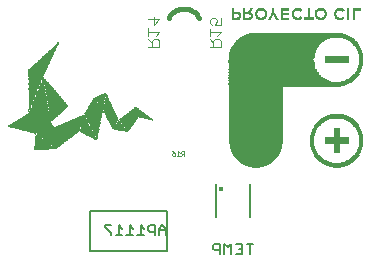
<source format=gbo>
G75*
%MOIN*%
%OFA0B0*%
%FSLAX24Y24*%
%IPPOS*%
%LPD*%
%AMOC8*
5,1,8,0,0,1.08239X$1,22.5*
%
%ADD10C,0.0160*%
%ADD11C,0.0080*%
%ADD12C,0.0070*%
%ADD13C,0.0030*%
%ADD14C,0.0157*%
%ADD15C,0.0010*%
%ADD16R,0.0033X0.0003*%
%ADD17R,0.0036X0.0003*%
%ADD18R,0.0033X0.0003*%
%ADD19R,0.0081X0.0003*%
%ADD20R,0.0105X0.0003*%
%ADD21R,0.0111X0.0003*%
%ADD22R,0.0108X0.0003*%
%ADD23R,0.0069X0.0003*%
%ADD24R,0.0078X0.0003*%
%ADD25R,0.0129X0.0003*%
%ADD26R,0.0069X0.0003*%
%ADD27R,0.0282X0.0003*%
%ADD28R,0.0132X0.0003*%
%ADD29R,0.0264X0.0003*%
%ADD30R,0.0069X0.0003*%
%ADD31R,0.0078X0.0003*%
%ADD32R,0.0147X0.0003*%
%ADD33R,0.0069X0.0003*%
%ADD34R,0.0282X0.0003*%
%ADD35R,0.0147X0.0003*%
%ADD36R,0.0150X0.0003*%
%ADD37R,0.0264X0.0003*%
%ADD38R,0.0078X0.0003*%
%ADD39R,0.0162X0.0003*%
%ADD40R,0.0165X0.0003*%
%ADD41R,0.0162X0.0003*%
%ADD42R,0.0177X0.0003*%
%ADD43R,0.0177X0.0003*%
%ADD44R,0.0189X0.0003*%
%ADD45R,0.0201X0.0003*%
%ADD46R,0.0198X0.0003*%
%ADD47R,0.0210X0.0003*%
%ADD48R,0.0207X0.0003*%
%ADD49R,0.0219X0.0003*%
%ADD50R,0.0231X0.0003*%
%ADD51R,0.0225X0.0003*%
%ADD52R,0.0228X0.0003*%
%ADD53R,0.0237X0.0003*%
%ADD54R,0.0240X0.0003*%
%ADD55R,0.0249X0.0003*%
%ADD56R,0.0243X0.0003*%
%ADD57R,0.0246X0.0003*%
%ADD58R,0.0078X0.0003*%
%ADD59R,0.0255X0.0003*%
%ADD60R,0.0249X0.0003*%
%ADD61R,0.0252X0.0003*%
%ADD62R,0.0261X0.0003*%
%ADD63R,0.0258X0.0003*%
%ADD64R,0.0270X0.0003*%
%ADD65R,0.0267X0.0003*%
%ADD66R,0.0264X0.0003*%
%ADD67R,0.0276X0.0003*%
%ADD68R,0.0273X0.0003*%
%ADD69R,0.0285X0.0003*%
%ADD70R,0.0279X0.0003*%
%ADD71R,0.0282X0.0003*%
%ADD72R,0.0291X0.0003*%
%ADD73R,0.0285X0.0003*%
%ADD74R,0.0288X0.0003*%
%ADD75R,0.0075X0.0003*%
%ADD76R,0.0294X0.0003*%
%ADD77R,0.0291X0.0003*%
%ADD78R,0.0126X0.0003*%
%ADD79R,0.0126X0.0003*%
%ADD80R,0.0117X0.0003*%
%ADD81R,0.0123X0.0003*%
%ADD82R,0.0123X0.0003*%
%ADD83R,0.0114X0.0003*%
%ADD84R,0.0117X0.0003*%
%ADD85R,0.0117X0.0003*%
%ADD86R,0.0099X0.0003*%
%ADD87R,0.0114X0.0003*%
%ADD88R,0.0111X0.0003*%
%ADD89R,0.0108X0.0003*%
%ADD90R,0.0108X0.0003*%
%ADD91R,0.0087X0.0003*%
%ADD92R,0.0090X0.0003*%
%ADD93R,0.0102X0.0003*%
%ADD94R,0.0102X0.0003*%
%ADD95R,0.0099X0.0003*%
%ADD96R,0.0099X0.0003*%
%ADD97R,0.0102X0.0003*%
%ADD98R,0.0096X0.0003*%
%ADD99R,0.0063X0.0003*%
%ADD100R,0.0096X0.0003*%
%ADD101R,0.0060X0.0003*%
%ADD102R,0.0096X0.0003*%
%ADD103R,0.0093X0.0003*%
%ADD104R,0.0051X0.0003*%
%ADD105R,0.0096X0.0003*%
%ADD106R,0.0093X0.0003*%
%ADD107R,0.0054X0.0003*%
%ADD108R,0.0093X0.0003*%
%ADD109R,0.0093X0.0003*%
%ADD110R,0.0042X0.0003*%
%ADD111R,0.0045X0.0003*%
%ADD112R,0.0075X0.0003*%
%ADD113R,0.0090X0.0003*%
%ADD114R,0.0036X0.0003*%
%ADD115R,0.0039X0.0003*%
%ADD116R,0.0087X0.0003*%
%ADD117R,0.0027X0.0003*%
%ADD118R,0.0030X0.0003*%
%ADD119R,0.0021X0.0003*%
%ADD120R,0.0024X0.0003*%
%ADD121R,0.0084X0.0003*%
%ADD122R,0.0087X0.0003*%
%ADD123R,0.0015X0.0003*%
%ADD124R,0.0087X0.0003*%
%ADD125R,0.0018X0.0003*%
%ADD126R,0.0084X0.0003*%
%ADD127R,0.0084X0.0003*%
%ADD128R,0.0009X0.0003*%
%ADD129R,0.0009X0.0003*%
%ADD130R,0.0081X0.0003*%
%ADD131R,0.0084X0.0003*%
%ADD132R,0.0003X0.0003*%
%ADD133R,0.0081X0.0003*%
%ADD134R,0.0081X0.0003*%
%ADD135R,0.0168X0.0003*%
%ADD136R,0.0186X0.0003*%
%ADD137R,0.0198X0.0003*%
%ADD138R,0.0210X0.0003*%
%ADD139R,0.0216X0.0003*%
%ADD140R,0.0222X0.0003*%
%ADD141R,0.0072X0.0003*%
%ADD142R,0.0228X0.0003*%
%ADD143R,0.0072X0.0003*%
%ADD144R,0.0072X0.0003*%
%ADD145R,0.0234X0.0003*%
%ADD146R,0.0240X0.0003*%
%ADD147R,0.0243X0.0003*%
%ADD148R,0.0252X0.0003*%
%ADD149R,0.0072X0.0003*%
%ADD150R,0.0252X0.0003*%
%ADD151R,0.0258X0.0003*%
%ADD152R,0.0264X0.0003*%
%ADD153R,0.0267X0.0003*%
%ADD154R,0.0255X0.0003*%
%ADD155R,0.0273X0.0003*%
%ADD156R,0.0276X0.0003*%
%ADD157R,0.0270X0.0003*%
%ADD158R,0.0288X0.0003*%
%ADD159R,0.0111X0.0003*%
%ADD160R,0.0108X0.0003*%
%ADD161R,0.0117X0.0003*%
%ADD162R,0.0126X0.0003*%
%ADD163R,0.0129X0.0003*%
%ADD164R,0.0132X0.0003*%
%ADD165R,0.0138X0.0003*%
%ADD166R,0.0141X0.0003*%
%ADD167R,0.0144X0.0003*%
%ADD168R,0.0003X0.0003*%
%ADD169R,0.0009X0.0003*%
%ADD170R,0.0015X0.0003*%
%ADD171R,0.0021X0.0003*%
%ADD172R,0.0042X0.0003*%
%ADD173R,0.0045X0.0003*%
%ADD174R,0.0051X0.0003*%
%ADD175R,0.0048X0.0003*%
%ADD176R,0.0102X0.0003*%
%ADD177R,0.0099X0.0003*%
%ADD178R,0.0057X0.0003*%
%ADD179R,0.0105X0.0003*%
%ADD180R,0.0066X0.0003*%
%ADD181R,0.0309X0.0003*%
%ADD182R,0.0111X0.0003*%
%ADD183R,0.0273X0.0003*%
%ADD184R,0.0120X0.0003*%
%ADD185R,0.0309X0.0003*%
%ADD186R,0.0294X0.0003*%
%ADD187R,0.0141X0.0003*%
%ADD188R,0.0279X0.0003*%
%ADD189R,0.0144X0.0003*%
%ADD190R,0.0288X0.0003*%
%ADD191R,0.0279X0.0003*%
%ADD192R,0.0267X0.0003*%
%ADD193R,0.0261X0.0003*%
%ADD194R,0.0243X0.0003*%
%ADD195R,0.0246X0.0003*%
%ADD196R,0.0234X0.0003*%
%ADD197R,0.0234X0.0003*%
%ADD198R,0.0228X0.0003*%
%ADD199R,0.0225X0.0003*%
%ADD200R,0.0237X0.0003*%
%ADD201R,0.0216X0.0003*%
%ADD202R,0.0213X0.0003*%
%ADD203R,0.0204X0.0003*%
%ADD204R,0.0207X0.0003*%
%ADD205R,0.0204X0.0003*%
%ADD206R,0.0192X0.0003*%
%ADD207R,0.0180X0.0003*%
%ADD208R,0.0186X0.0003*%
%ADD209R,0.0213X0.0003*%
%ADD210R,0.0171X0.0003*%
%ADD211R,0.0174X0.0003*%
%ADD212R,0.0153X0.0003*%
%ADD213R,0.0156X0.0003*%
%ADD214R,0.0153X0.0003*%
%ADD215R,0.0192X0.0003*%
%ADD216R,0.0141X0.0003*%
%ADD217R,0.0135X0.0003*%
%ADD218R,0.0144X0.0003*%
%ADD219R,0.0120X0.0003*%
%ADD220R,0.0114X0.0003*%
%ADD221R,0.0054X0.0003*%
%ADD222R,0.2817X0.0003*%
%ADD223R,0.2886X0.0003*%
%ADD224R,0.2937X0.0003*%
%ADD225R,0.2979X0.0003*%
%ADD226R,0.3012X0.0003*%
%ADD227R,0.3045X0.0003*%
%ADD228R,0.3072X0.0003*%
%ADD229R,0.3102X0.0003*%
%ADD230R,0.3126X0.0003*%
%ADD231R,0.3150X0.0003*%
%ADD232R,0.3174X0.0003*%
%ADD233R,0.3192X0.0003*%
%ADD234R,0.3213X0.0003*%
%ADD235R,0.3234X0.0003*%
%ADD236R,0.3252X0.0003*%
%ADD237R,0.3270X0.0003*%
%ADD238R,0.3288X0.0003*%
%ADD239R,0.3306X0.0003*%
%ADD240R,0.3318X0.0003*%
%ADD241R,0.3336X0.0003*%
%ADD242R,0.3351X0.0003*%
%ADD243R,0.3366X0.0003*%
%ADD244R,0.3381X0.0003*%
%ADD245R,0.3396X0.0003*%
%ADD246R,0.3408X0.0003*%
%ADD247R,0.3423X0.0003*%
%ADD248R,0.3438X0.0003*%
%ADD249R,0.3450X0.0003*%
%ADD250R,0.3462X0.0003*%
%ADD251R,0.3474X0.0003*%
%ADD252R,0.3486X0.0003*%
%ADD253R,0.3498X0.0003*%
%ADD254R,0.3510X0.0003*%
%ADD255R,0.3522X0.0003*%
%ADD256R,0.3534X0.0003*%
%ADD257R,0.3543X0.0003*%
%ADD258R,0.3555X0.0003*%
%ADD259R,0.3564X0.0003*%
%ADD260R,0.3576X0.0003*%
%ADD261R,0.3588X0.0003*%
%ADD262R,0.3597X0.0003*%
%ADD263R,0.3609X0.0003*%
%ADD264R,0.3618X0.0003*%
%ADD265R,0.3627X0.0003*%
%ADD266R,0.3147X0.0003*%
%ADD267R,0.0453X0.0003*%
%ADD268R,0.3102X0.0003*%
%ADD269R,0.0405X0.0003*%
%ADD270R,0.3078X0.0003*%
%ADD271R,0.0384X0.0003*%
%ADD272R,0.3063X0.0003*%
%ADD273R,0.0369X0.0003*%
%ADD274R,0.3051X0.0003*%
%ADD275R,0.0354X0.0003*%
%ADD276R,0.3039X0.0003*%
%ADD277R,0.0342X0.0003*%
%ADD278R,0.3030X0.0003*%
%ADD279R,0.0333X0.0003*%
%ADD280R,0.3021X0.0003*%
%ADD281R,0.0327X0.0003*%
%ADD282R,0.3012X0.0003*%
%ADD283R,0.0318X0.0003*%
%ADD284R,0.3006X0.0003*%
%ADD285R,0.3000X0.0003*%
%ADD286R,0.0303X0.0003*%
%ADD287R,0.2994X0.0003*%
%ADD288R,0.0297X0.0003*%
%ADD289R,0.2988X0.0003*%
%ADD290R,0.2985X0.0003*%
%ADD291R,0.2973X0.0003*%
%ADD292R,0.2967X0.0003*%
%ADD293R,0.2961X0.0003*%
%ADD294R,0.2958X0.0003*%
%ADD295R,0.2958X0.0003*%
%ADD296R,0.2952X0.0003*%
%ADD297R,0.2949X0.0003*%
%ADD298R,0.2946X0.0003*%
%ADD299R,0.0249X0.0003*%
%ADD300R,0.2946X0.0003*%
%ADD301R,0.0246X0.0003*%
%ADD302R,0.2943X0.0003*%
%ADD303R,0.2940X0.0003*%
%ADD304R,0.2934X0.0003*%
%ADD305R,0.2934X0.0003*%
%ADD306R,0.2931X0.0003*%
%ADD307R,0.2931X0.0003*%
%ADD308R,0.2928X0.0003*%
%ADD309R,0.2925X0.0003*%
%ADD310R,0.0228X0.0003*%
%ADD311R,0.2922X0.0003*%
%ADD312R,0.2922X0.0003*%
%ADD313R,0.2919X0.0003*%
%ADD314R,0.0222X0.0003*%
%ADD315R,0.2916X0.0003*%
%ADD316R,0.2916X0.0003*%
%ADD317R,0.0219X0.0003*%
%ADD318R,0.2913X0.0003*%
%ADD319R,0.2910X0.0003*%
%ADD320R,0.0216X0.0003*%
%ADD321R,0.2910X0.0003*%
%ADD322R,0.2907X0.0003*%
%ADD323R,0.0213X0.0003*%
%ADD324R,0.2907X0.0003*%
%ADD325R,0.2904X0.0003*%
%ADD326R,0.2904X0.0003*%
%ADD327R,0.2901X0.0003*%
%ADD328R,0.0207X0.0003*%
%ADD329R,0.2901X0.0003*%
%ADD330R,0.2901X0.0003*%
%ADD331R,0.0204X0.0003*%
%ADD332R,0.2898X0.0003*%
%ADD333R,0.2898X0.0003*%
%ADD334R,0.2898X0.0003*%
%ADD335R,0.2895X0.0003*%
%ADD336R,0.0198X0.0003*%
%ADD337R,0.2895X0.0003*%
%ADD338R,0.0198X0.0003*%
%ADD339R,0.0195X0.0003*%
%ADD340R,0.2892X0.0003*%
%ADD341R,0.0195X0.0003*%
%ADD342R,0.2892X0.0003*%
%ADD343R,0.2892X0.0003*%
%ADD344R,0.2889X0.0003*%
%ADD345R,0.2889X0.0003*%
%ADD346R,0.2886X0.0003*%
%ADD347R,0.0189X0.0003*%
%ADD348R,0.2886X0.0003*%
%ADD349R,0.0186X0.0003*%
%ADD350R,0.2880X0.0003*%
%ADD351R,0.2880X0.0003*%
%ADD352R,0.0183X0.0003*%
%ADD353R,0.0183X0.0003*%
%ADD354R,0.2877X0.0003*%
%ADD355R,0.2877X0.0003*%
%ADD356R,0.2877X0.0003*%
%ADD357R,0.0180X0.0003*%
%ADD358R,0.2874X0.0003*%
%ADD359R,0.2874X0.0003*%
%ADD360R,0.2874X0.0003*%
%ADD361R,0.0177X0.0003*%
%ADD362R,0.2871X0.0003*%
%ADD363R,0.0174X0.0003*%
%ADD364R,0.2871X0.0003*%
%ADD365R,0.0174X0.0003*%
%ADD366R,0.2871X0.0003*%
%ADD367R,0.2868X0.0003*%
%ADD368R,0.2868X0.0003*%
%ADD369R,0.0171X0.0003*%
%ADD370R,0.2865X0.0003*%
%ADD371R,0.2868X0.0003*%
%ADD372R,0.0168X0.0003*%
%ADD373R,0.0168X0.0003*%
%ADD374R,0.2865X0.0003*%
%ADD375R,0.0168X0.0003*%
%ADD376R,0.2862X0.0003*%
%ADD377R,0.2862X0.0003*%
%ADD378R,0.0165X0.0003*%
%ADD379R,0.2862X0.0003*%
%ADD380R,0.2859X0.0003*%
%ADD381R,0.0162X0.0003*%
%ADD382R,0.2859X0.0003*%
%ADD383R,0.0162X0.0003*%
%ADD384R,0.2859X0.0003*%
%ADD385R,0.0159X0.0003*%
%ADD386R,0.2856X0.0003*%
%ADD387R,0.2856X0.0003*%
%ADD388R,0.0159X0.0003*%
%ADD389R,0.2856X0.0003*%
%ADD390R,0.0159X0.0003*%
%ADD391R,0.2853X0.0003*%
%ADD392R,0.0156X0.0003*%
%ADD393R,0.2853X0.0003*%
%ADD394R,0.0156X0.0003*%
%ADD395R,0.2853X0.0003*%
%ADD396R,0.2850X0.0003*%
%ADD397R,0.0153X0.0003*%
%ADD398R,0.0153X0.0003*%
%ADD399R,0.2850X0.0003*%
%ADD400R,0.0150X0.0003*%
%ADD401R,0.2847X0.0003*%
%ADD402R,0.2847X0.0003*%
%ADD403R,0.2847X0.0003*%
%ADD404R,0.2847X0.0003*%
%ADD405R,0.2844X0.0003*%
%ADD406R,0.2844X0.0003*%
%ADD407R,0.0147X0.0003*%
%ADD408R,0.0147X0.0003*%
%ADD409R,0.2844X0.0003*%
%ADD410R,0.0144X0.0003*%
%ADD411R,0.2841X0.0003*%
%ADD412R,0.2841X0.0003*%
%ADD413R,0.0141X0.0003*%
%ADD414R,0.2838X0.0003*%
%ADD415R,0.2841X0.0003*%
%ADD416R,0.2841X0.0003*%
%ADD417R,0.2838X0.0003*%
%ADD418R,0.2838X0.0003*%
%ADD419R,0.2838X0.0003*%
%ADD420R,0.0138X0.0003*%
%ADD421R,0.0138X0.0003*%
%ADD422R,0.2835X0.0003*%
%ADD423R,0.2835X0.0003*%
%ADD424R,0.0138X0.0003*%
%ADD425R,0.2832X0.0003*%
%ADD426R,0.2832X0.0003*%
%ADD427R,0.0135X0.0003*%
%ADD428R,0.2832X0.0003*%
%ADD429R,0.2832X0.0003*%
%ADD430R,0.0810X0.0003*%
%ADD431R,0.0810X0.0003*%
%ADD432R,0.0132X0.0003*%
%ADD433R,0.2829X0.0003*%
%ADD434R,0.2829X0.0003*%
%ADD435R,0.2853X0.0003*%
%ADD436R,0.2856X0.0003*%
%ADD437R,0.2862X0.0003*%
%ADD438R,0.2868X0.0003*%
%ADD439R,0.2871X0.0003*%
%ADD440R,0.2877X0.0003*%
%ADD441R,0.2883X0.0003*%
%ADD442R,0.2883X0.0003*%
%ADD443R,0.2886X0.0003*%
%ADD444R,0.2892X0.0003*%
%ADD445R,0.2901X0.0003*%
%ADD446R,0.2904X0.0003*%
%ADD447R,0.2907X0.0003*%
%ADD448R,0.2913X0.0003*%
%ADD449R,0.2916X0.0003*%
%ADD450R,0.2916X0.0003*%
%ADD451R,0.2919X0.0003*%
%ADD452R,0.2922X0.0003*%
%ADD453R,0.2925X0.0003*%
%ADD454R,0.2928X0.0003*%
%ADD455R,0.2928X0.0003*%
%ADD456R,0.2937X0.0003*%
%ADD457R,0.2940X0.0003*%
%ADD458R,0.2946X0.0003*%
%ADD459R,0.2946X0.0003*%
%ADD460R,0.2949X0.0003*%
%ADD461R,0.2952X0.0003*%
%ADD462R,0.2955X0.0003*%
%ADD463R,0.2955X0.0003*%
%ADD464R,0.2958X0.0003*%
%ADD465R,0.2961X0.0003*%
%ADD466R,0.2964X0.0003*%
%ADD467R,0.2967X0.0003*%
%ADD468R,0.2970X0.0003*%
%ADD469R,0.2970X0.0003*%
%ADD470R,0.2973X0.0003*%
%ADD471R,0.2976X0.0003*%
%ADD472R,0.2976X0.0003*%
%ADD473R,0.2979X0.0003*%
%ADD474R,0.2982X0.0003*%
%ADD475R,0.2985X0.0003*%
%ADD476R,0.2988X0.0003*%
%ADD477R,0.2991X0.0003*%
%ADD478R,0.2994X0.0003*%
%ADD479R,0.2997X0.0003*%
%ADD480R,0.3003X0.0003*%
%ADD481R,0.3006X0.0003*%
%ADD482R,0.3006X0.0003*%
%ADD483R,0.3009X0.0003*%
%ADD484R,0.3015X0.0003*%
%ADD485R,0.3018X0.0003*%
%ADD486R,0.3021X0.0003*%
%ADD487R,0.0171X0.0003*%
%ADD488R,0.3024X0.0003*%
%ADD489R,0.3027X0.0003*%
%ADD490R,0.3030X0.0003*%
%ADD491R,0.3033X0.0003*%
%ADD492R,0.3036X0.0003*%
%ADD493R,0.3042X0.0003*%
%ADD494R,0.3045X0.0003*%
%ADD495R,0.3048X0.0003*%
%ADD496R,0.3051X0.0003*%
%ADD497R,0.0177X0.0003*%
%ADD498R,0.3054X0.0003*%
%ADD499R,0.3057X0.0003*%
%ADD500R,0.3060X0.0003*%
%ADD501R,0.3066X0.0003*%
%ADD502R,0.3069X0.0003*%
%ADD503R,0.0183X0.0003*%
%ADD504R,0.3072X0.0003*%
%ADD505R,0.3075X0.0003*%
%ADD506R,0.3078X0.0003*%
%ADD507R,0.3084X0.0003*%
%ADD508R,0.0183X0.0003*%
%ADD509R,0.3087X0.0003*%
%ADD510R,0.3090X0.0003*%
%ADD511R,0.3093X0.0003*%
%ADD512R,0.3096X0.0003*%
%ADD513R,0.3099X0.0003*%
%ADD514R,0.3108X0.0003*%
%ADD515R,0.0189X0.0003*%
%ADD516R,0.3111X0.0003*%
%ADD517R,0.3114X0.0003*%
%ADD518R,0.3120X0.0003*%
%ADD519R,0.3123X0.0003*%
%ADD520R,0.3126X0.0003*%
%ADD521R,0.3129X0.0003*%
%ADD522R,0.3132X0.0003*%
%ADD523R,0.3138X0.0003*%
%ADD524R,0.0201X0.0003*%
%ADD525R,0.3141X0.0003*%
%ADD526R,0.0201X0.0003*%
%ADD527R,0.3147X0.0003*%
%ADD528R,0.3150X0.0003*%
%ADD529R,0.0204X0.0003*%
%ADD530R,0.3153X0.0003*%
%ADD531R,0.3159X0.0003*%
%ADD532R,0.3162X0.0003*%
%ADD533R,0.3168X0.0003*%
%ADD534R,0.3171X0.0003*%
%ADD535R,0.3177X0.0003*%
%ADD536R,0.3180X0.0003*%
%ADD537R,0.3186X0.0003*%
%ADD538R,0.3189X0.0003*%
%ADD539R,0.3195X0.0003*%
%ADD540R,0.0219X0.0003*%
%ADD541R,0.3201X0.0003*%
%ADD542R,0.3204X0.0003*%
%ADD543R,0.3210X0.0003*%
%ADD544R,0.3216X0.0003*%
%ADD545R,0.3219X0.0003*%
%ADD546R,0.3225X0.0003*%
%ADD547R,0.3231X0.0003*%
%ADD548R,0.3237X0.0003*%
%ADD549R,0.0237X0.0003*%
%ADD550R,0.3243X0.0003*%
%ADD551R,0.3249X0.0003*%
%ADD552R,0.3255X0.0003*%
%ADD553R,0.3261X0.0003*%
%ADD554R,0.3267X0.0003*%
%ADD555R,0.3273X0.0003*%
%ADD556R,0.3279X0.0003*%
%ADD557R,0.3288X0.0003*%
%ADD558R,0.3294X0.0003*%
%ADD559R,0.3303X0.0003*%
%ADD560R,0.3309X0.0003*%
%ADD561R,0.3318X0.0003*%
%ADD562R,0.3324X0.0003*%
%ADD563R,0.3333X0.0003*%
%ADD564R,0.3342X0.0003*%
%ADD565R,0.3351X0.0003*%
%ADD566R,0.3360X0.0003*%
%ADD567R,0.3366X0.0003*%
%ADD568R,0.0300X0.0003*%
%ADD569R,0.3378X0.0003*%
%ADD570R,0.0306X0.0003*%
%ADD571R,0.3390X0.0003*%
%ADD572R,0.3402X0.0003*%
%ADD573R,0.3414X0.0003*%
%ADD574R,0.0324X0.0003*%
%ADD575R,0.3426X0.0003*%
%ADD576R,0.0336X0.0003*%
%ADD577R,0.3441X0.0003*%
%ADD578R,0.0342X0.0003*%
%ADD579R,0.3456X0.0003*%
%ADD580R,0.0357X0.0003*%
%ADD581R,0.3498X0.0003*%
%ADD582R,0.0387X0.0003*%
%ADD583R,0.3525X0.0003*%
%ADD584R,0.0411X0.0003*%
%ADD585R,0.4059X0.0003*%
%ADD586R,0.4053X0.0003*%
%ADD587R,0.4047X0.0003*%
%ADD588R,0.4044X0.0003*%
%ADD589R,0.4038X0.0003*%
%ADD590R,0.4032X0.0003*%
%ADD591R,0.4029X0.0003*%
%ADD592R,0.4023X0.0003*%
%ADD593R,0.4017X0.0003*%
%ADD594R,0.4011X0.0003*%
%ADD595R,0.4005X0.0003*%
%ADD596R,0.3999X0.0003*%
%ADD597R,0.3996X0.0003*%
%ADD598R,0.3990X0.0003*%
%ADD599R,0.3981X0.0003*%
%ADD600R,0.3978X0.0003*%
%ADD601R,0.3969X0.0003*%
%ADD602R,0.3963X0.0003*%
%ADD603R,0.3957X0.0003*%
%ADD604R,0.3951X0.0003*%
%ADD605R,0.3942X0.0003*%
%ADD606R,0.3936X0.0003*%
%ADD607R,0.3930X0.0003*%
%ADD608R,0.3921X0.0003*%
%ADD609R,0.3915X0.0003*%
%ADD610R,0.3906X0.0003*%
%ADD611R,0.3900X0.0003*%
%ADD612R,0.3891X0.0003*%
%ADD613R,0.3882X0.0003*%
%ADD614R,0.3876X0.0003*%
%ADD615R,0.3864X0.0003*%
%ADD616R,0.3855X0.0003*%
%ADD617R,0.3846X0.0003*%
%ADD618R,0.3837X0.0003*%
%ADD619R,0.3825X0.0003*%
%ADD620R,0.3813X0.0003*%
%ADD621R,0.3801X0.0003*%
%ADD622R,0.3789X0.0003*%
%ADD623R,0.3774X0.0003*%
%ADD624R,0.3762X0.0003*%
%ADD625R,0.3744X0.0003*%
%ADD626R,0.3726X0.0003*%
%ADD627R,0.3708X0.0003*%
%ADD628R,0.3681X0.0003*%
%ADD629R,0.3645X0.0003*%
%ADD630R,0.1782X0.0003*%
%ADD631R,0.1782X0.0003*%
%ADD632R,0.0237X0.0003*%
%ADD633R,0.0276X0.0003*%
%ADD634R,0.0312X0.0003*%
%ADD635R,0.0345X0.0003*%
%ADD636R,0.0375X0.0003*%
%ADD637R,0.0402X0.0003*%
%ADD638R,0.0426X0.0003*%
%ADD639R,0.0450X0.0003*%
%ADD640R,0.0471X0.0003*%
%ADD641R,0.0495X0.0003*%
%ADD642R,0.0513X0.0003*%
%ADD643R,0.0534X0.0003*%
%ADD644R,0.0552X0.0003*%
%ADD645R,0.0573X0.0003*%
%ADD646R,0.0588X0.0003*%
%ADD647R,0.0603X0.0003*%
%ADD648R,0.0621X0.0003*%
%ADD649R,0.0639X0.0003*%
%ADD650R,0.0651X0.0003*%
%ADD651R,0.0669X0.0003*%
%ADD652R,0.0681X0.0003*%
%ADD653R,0.0696X0.0003*%
%ADD654R,0.0711X0.0003*%
%ADD655R,0.0723X0.0003*%
%ADD656R,0.0735X0.0003*%
%ADD657R,0.0750X0.0003*%
%ADD658R,0.0765X0.0003*%
%ADD659R,0.0774X0.0003*%
%ADD660R,0.0789X0.0003*%
%ADD661R,0.0801X0.0003*%
%ADD662R,0.0813X0.0003*%
%ADD663R,0.0822X0.0003*%
%ADD664R,0.0834X0.0003*%
%ADD665R,0.0843X0.0003*%
%ADD666R,0.0855X0.0003*%
%ADD667R,0.0867X0.0003*%
%ADD668R,0.0879X0.0003*%
%ADD669R,0.0888X0.0003*%
%ADD670R,0.0900X0.0003*%
%ADD671R,0.0909X0.0003*%
%ADD672R,0.0918X0.0003*%
%ADD673R,0.0927X0.0003*%
%ADD674R,0.0939X0.0003*%
%ADD675R,0.0408X0.0003*%
%ADD676R,0.0384X0.0003*%
%ADD677R,0.0384X0.0003*%
%ADD678R,0.0369X0.0003*%
%ADD679R,0.0366X0.0003*%
%ADD680R,0.0354X0.0003*%
%ADD681R,0.0324X0.0003*%
%ADD682R,0.0315X0.0003*%
%ADD683R,0.0318X0.0003*%
%ADD684R,0.0312X0.0003*%
%ADD685R,0.0303X0.0003*%
%ADD686R,0.0303X0.0003*%
%ADD687R,0.0279X0.0003*%
%ADD688R,0.0273X0.0003*%
%ADD689R,0.0267X0.0003*%
%ADD690R,0.0258X0.0003*%
%ADD691R,0.0258X0.0003*%
%ADD692R,0.0249X0.0003*%
%ADD693R,0.0231X0.0003*%
%ADD694R,0.0222X0.0003*%
%ADD695R,0.0219X0.0003*%
%ADD696R,0.0213X0.0003*%
%ADD697R,0.0207X0.0003*%
%ADD698R,0.0192X0.0003*%
%ADD699R,0.0192X0.0003*%
%ADD700R,0.0174X0.0003*%
%ADD701R,0.0171X0.0003*%
%ADD702R,0.0159X0.0003*%
%ADD703R,0.0156X0.0003*%
%ADD704R,0.0186X0.0003*%
%ADD705R,0.0132X0.0003*%
%ADD706R,0.1779X0.0003*%
%ADD707R,0.1776X0.0003*%
%ADD708R,0.1776X0.0003*%
%ADD709R,0.1770X0.0003*%
%ADD710R,0.1770X0.0003*%
%ADD711R,0.1764X0.0003*%
%ADD712R,0.1764X0.0003*%
%ADD713R,0.1758X0.0003*%
%ADD714R,0.1758X0.0003*%
%ADD715R,0.1755X0.0003*%
%ADD716R,0.1752X0.0003*%
%ADD717R,0.1752X0.0003*%
%ADD718R,0.1746X0.0003*%
%ADD719R,0.1746X0.0003*%
%ADD720R,0.1740X0.0003*%
%ADD721R,0.1740X0.0003*%
%ADD722R,0.1734X0.0003*%
%ADD723R,0.1734X0.0003*%
%ADD724R,0.1728X0.0003*%
%ADD725R,0.1728X0.0003*%
%ADD726R,0.1722X0.0003*%
%ADD727R,0.1722X0.0003*%
%ADD728R,0.1716X0.0003*%
%ADD729R,0.1716X0.0003*%
%ADD730R,0.1710X0.0003*%
%ADD731R,0.1710X0.0003*%
%ADD732R,0.1704X0.0003*%
%ADD733R,0.1704X0.0003*%
%ADD734R,0.1698X0.0003*%
%ADD735R,0.1698X0.0003*%
%ADD736R,0.1692X0.0003*%
%ADD737R,0.1692X0.0003*%
%ADD738R,0.1686X0.0003*%
%ADD739R,0.1686X0.0003*%
%ADD740R,0.1680X0.0003*%
%ADD741R,0.1680X0.0003*%
%ADD742R,0.1674X0.0003*%
%ADD743R,0.1674X0.0003*%
%ADD744R,0.1668X0.0003*%
%ADD745R,0.1668X0.0003*%
%ADD746R,0.1662X0.0003*%
%ADD747R,0.1662X0.0003*%
%ADD748R,0.1659X0.0003*%
%ADD749R,0.1656X0.0003*%
%ADD750R,0.1650X0.0003*%
%ADD751R,0.1650X0.0003*%
%ADD752R,0.1647X0.0003*%
%ADD753R,0.1644X0.0003*%
%ADD754R,0.1638X0.0003*%
%ADD755R,0.1638X0.0003*%
%ADD756R,0.1632X0.0003*%
%ADD757R,0.1632X0.0003*%
%ADD758R,0.1626X0.0003*%
%ADD759R,0.1626X0.0003*%
%ADD760R,0.1620X0.0003*%
%ADD761R,0.1620X0.0003*%
%ADD762R,0.1614X0.0003*%
%ADD763R,0.1614X0.0003*%
%ADD764R,0.1608X0.0003*%
%ADD765R,0.1608X0.0003*%
%ADD766R,0.1602X0.0003*%
%ADD767R,0.1596X0.0003*%
%ADD768R,0.1596X0.0003*%
%ADD769R,0.1590X0.0003*%
%ADD770R,0.1590X0.0003*%
%ADD771R,0.1584X0.0003*%
%ADD772R,0.1584X0.0003*%
%ADD773R,0.1578X0.0003*%
%ADD774R,0.1578X0.0003*%
%ADD775R,0.1572X0.0003*%
%ADD776R,0.1566X0.0003*%
%ADD777R,0.1566X0.0003*%
%ADD778R,0.1560X0.0003*%
%ADD779R,0.1560X0.0003*%
%ADD780R,0.1554X0.0003*%
%ADD781R,0.1548X0.0003*%
%ADD782R,0.1548X0.0003*%
%ADD783R,0.1542X0.0003*%
%ADD784R,0.1542X0.0003*%
%ADD785R,0.1536X0.0003*%
%ADD786R,0.1533X0.0003*%
%ADD787R,0.1530X0.0003*%
%ADD788R,0.1524X0.0003*%
%ADD789R,0.1524X0.0003*%
%ADD790R,0.1518X0.0003*%
%ADD791R,0.1518X0.0003*%
%ADD792R,0.1512X0.0003*%
%ADD793R,0.1506X0.0003*%
%ADD794R,0.1506X0.0003*%
%ADD795R,0.1500X0.0003*%
%ADD796R,0.1494X0.0003*%
%ADD797R,0.1494X0.0003*%
%ADD798R,0.1488X0.0003*%
%ADD799R,0.1482X0.0003*%
%ADD800R,0.1476X0.0003*%
%ADD801R,0.1470X0.0003*%
%ADD802R,0.1470X0.0003*%
%ADD803R,0.1464X0.0003*%
%ADD804R,0.1458X0.0003*%
%ADD805R,0.1458X0.0003*%
%ADD806R,0.1452X0.0003*%
%ADD807R,0.1446X0.0003*%
%ADD808R,0.1440X0.0003*%
%ADD809R,0.1434X0.0003*%
%ADD810R,0.1428X0.0003*%
%ADD811R,0.1422X0.0003*%
%ADD812R,0.1422X0.0003*%
%ADD813R,0.1416X0.0003*%
%ADD814R,0.1410X0.0003*%
%ADD815R,0.1404X0.0003*%
%ADD816R,0.1404X0.0003*%
%ADD817R,0.1398X0.0003*%
%ADD818R,0.1392X0.0003*%
%ADD819R,0.1386X0.0003*%
%ADD820R,0.1380X0.0003*%
%ADD821R,0.1380X0.0003*%
%ADD822R,0.1374X0.0003*%
%ADD823R,0.1368X0.0003*%
%ADD824R,0.1362X0.0003*%
%ADD825R,0.1356X0.0003*%
%ADD826R,0.1350X0.0003*%
%ADD827R,0.1350X0.0003*%
%ADD828R,0.1344X0.0003*%
%ADD829R,0.1338X0.0003*%
%ADD830R,0.1332X0.0003*%
%ADD831R,0.1326X0.0003*%
%ADD832R,0.1320X0.0003*%
%ADD833R,0.1314X0.0003*%
%ADD834R,0.1308X0.0003*%
%ADD835R,0.1302X0.0003*%
%ADD836R,0.1299X0.0003*%
%ADD837R,0.0201X0.0003*%
%ADD838R,0.1296X0.0003*%
%ADD839R,0.1290X0.0003*%
%ADD840R,0.1284X0.0003*%
%ADD841R,0.1278X0.0003*%
%ADD842R,0.1272X0.0003*%
%ADD843R,0.1266X0.0003*%
%ADD844R,0.1260X0.0003*%
%ADD845R,0.1254X0.0003*%
%ADD846R,0.1248X0.0003*%
%ADD847R,0.1242X0.0003*%
%ADD848R,0.1236X0.0003*%
%ADD849R,0.1230X0.0003*%
%ADD850R,0.1224X0.0003*%
%ADD851R,0.1212X0.0003*%
%ADD852R,0.1206X0.0003*%
%ADD853R,0.0222X0.0003*%
%ADD854R,0.1200X0.0003*%
%ADD855R,0.1194X0.0003*%
%ADD856R,0.1188X0.0003*%
%ADD857R,0.0231X0.0003*%
%ADD858R,0.1182X0.0003*%
%ADD859R,0.1176X0.0003*%
%ADD860R,0.1170X0.0003*%
%ADD861R,0.1164X0.0003*%
%ADD862R,0.1152X0.0003*%
%ADD863R,0.0243X0.0003*%
%ADD864R,0.1146X0.0003*%
%ADD865R,0.0246X0.0003*%
%ADD866R,0.1140X0.0003*%
%ADD867R,0.1134X0.0003*%
%ADD868R,0.1128X0.0003*%
%ADD869R,0.0252X0.0003*%
%ADD870R,0.1116X0.0003*%
%ADD871R,0.1110X0.0003*%
%ADD872R,0.1104X0.0003*%
%ADD873R,0.1098X0.0003*%
%ADD874R,0.1086X0.0003*%
%ADD875R,0.1080X0.0003*%
%ADD876R,0.1074X0.0003*%
%ADD877R,0.1062X0.0003*%
%ADD878R,0.1056X0.0003*%
%ADD879R,0.1050X0.0003*%
%ADD880R,0.1038X0.0003*%
%ADD881R,0.0297X0.0003*%
%ADD882R,0.1032X0.0003*%
%ADD883R,0.1023X0.0003*%
%ADD884R,0.1014X0.0003*%
%ADD885R,0.0312X0.0003*%
%ADD886R,0.0315X0.0003*%
%ADD887R,0.1008X0.0003*%
%ADD888R,0.0321X0.0003*%
%ADD889R,0.0996X0.0003*%
%ADD890R,0.0333X0.0003*%
%ADD891R,0.0330X0.0003*%
%ADD892R,0.0990X0.0003*%
%ADD893R,0.0339X0.0003*%
%ADD894R,0.0978X0.0003*%
%ADD895R,0.0351X0.0003*%
%ADD896R,0.0972X0.0003*%
%ADD897R,0.0363X0.0003*%
%ADD898R,0.0366X0.0003*%
%ADD899R,0.0960X0.0003*%
%ADD900R,0.0381X0.0003*%
%ADD901R,0.0378X0.0003*%
%ADD902R,0.0948X0.0003*%
%ADD903R,0.0402X0.0003*%
%ADD904R,0.0942X0.0003*%
%ADD905R,0.0438X0.0003*%
%ADD906R,0.0441X0.0003*%
%ADD907R,0.0930X0.0003*%
%ADD908R,0.0924X0.0003*%
%ADD909R,0.0921X0.0003*%
%ADD910R,0.0912X0.0003*%
%ADD911R,0.0912X0.0003*%
%ADD912R,0.0900X0.0003*%
%ADD913R,0.0894X0.0003*%
%ADD914R,0.0891X0.0003*%
%ADD915R,0.0882X0.0003*%
%ADD916R,0.0879X0.0003*%
%ADD917R,0.0870X0.0003*%
%ADD918R,0.0858X0.0003*%
%ADD919R,0.0858X0.0003*%
%ADD920R,0.0852X0.0003*%
%ADD921R,0.0849X0.0003*%
%ADD922R,0.0840X0.0003*%
%ADD923R,0.0837X0.0003*%
%ADD924R,0.0828X0.0003*%
%ADD925R,0.0825X0.0003*%
%ADD926R,0.0816X0.0003*%
%ADD927R,0.0813X0.0003*%
%ADD928R,0.0804X0.0003*%
%ADD929R,0.0792X0.0003*%
%ADD930R,0.0789X0.0003*%
%ADD931R,0.0780X0.0003*%
%ADD932R,0.0777X0.0003*%
%ADD933R,0.0768X0.0003*%
%ADD934R,0.0765X0.0003*%
%ADD935R,0.0756X0.0003*%
%ADD936R,0.0753X0.0003*%
%ADD937R,0.0744X0.0003*%
%ADD938R,0.0741X0.0003*%
%ADD939R,0.0726X0.0003*%
%ADD940R,0.0726X0.0003*%
%ADD941R,0.0714X0.0003*%
%ADD942R,0.0711X0.0003*%
%ADD943R,0.0702X0.0003*%
%ADD944R,0.0699X0.0003*%
%ADD945R,0.0687X0.0003*%
%ADD946R,0.0684X0.0003*%
%ADD947R,0.0672X0.0003*%
%ADD948R,0.0672X0.0003*%
%ADD949R,0.0660X0.0003*%
%ADD950R,0.0657X0.0003*%
%ADD951R,0.0642X0.0003*%
%ADD952R,0.0639X0.0003*%
%ADD953R,0.0624X0.0003*%
%ADD954R,0.0624X0.0003*%
%ADD955R,0.0612X0.0003*%
%ADD956R,0.0609X0.0003*%
%ADD957R,0.0594X0.0003*%
%ADD958R,0.0591X0.0003*%
%ADD959R,0.0576X0.0003*%
%ADD960R,0.0576X0.0003*%
%ADD961R,0.0558X0.0003*%
%ADD962R,0.0555X0.0003*%
%ADD963R,0.0540X0.0003*%
%ADD964R,0.0537X0.0003*%
%ADD965R,0.0522X0.0003*%
%ADD966R,0.0519X0.0003*%
%ADD967R,0.0498X0.0003*%
%ADD968R,0.0498X0.0003*%
%ADD969R,0.0480X0.0003*%
%ADD970R,0.0477X0.0003*%
%ADD971R,0.0456X0.0003*%
%ADD972R,0.0453X0.0003*%
%ADD973R,0.0432X0.0003*%
%ADD974R,0.0432X0.0003*%
%ADD975R,0.0408X0.0003*%
%ADD976R,0.0318X0.0003*%
%ADD977R,0.0129X0.0003*%
%ADD978R,0.0003X0.0003*%
%ADD979R,0.0005X0.0003*%
%ADD980R,0.0008X0.0003*%
%ADD981R,0.0010X0.0003*%
%ADD982R,0.0013X0.0003*%
%ADD983R,0.0015X0.0003*%
%ADD984R,0.0018X0.0003*%
%ADD985R,0.0020X0.0003*%
%ADD986R,0.0022X0.0003*%
%ADD987R,0.0025X0.0003*%
%ADD988R,0.0027X0.0003*%
%ADD989R,0.0030X0.0003*%
%ADD990R,0.0035X0.0003*%
%ADD991R,0.0037X0.0003*%
%ADD992R,0.0040X0.0003*%
%ADD993R,0.0043X0.0003*%
%ADD994R,0.0045X0.0003*%
%ADD995R,0.0047X0.0003*%
%ADD996R,0.0053X0.0003*%
%ADD997R,0.0055X0.0003*%
%ADD998R,0.0057X0.0003*%
%ADD999R,0.0060X0.0003*%
%ADD1000R,0.0063X0.0003*%
%ADD1001R,0.0065X0.0003*%
%ADD1002R,0.0070X0.0003*%
%ADD1003R,0.0073X0.0003*%
%ADD1004R,0.0075X0.0003*%
%ADD1005R,0.0077X0.0003*%
%ADD1006R,0.0080X0.0003*%
%ADD1007R,0.0083X0.0003*%
%ADD1008R,0.0088X0.0003*%
%ADD1009R,0.0090X0.0003*%
%ADD1010R,0.0092X0.0003*%
%ADD1011R,0.0095X0.0003*%
%ADD1012R,0.0098X0.0003*%
%ADD1013R,0.0100X0.0003*%
%ADD1014R,0.0103X0.0003*%
%ADD1015R,0.0105X0.0003*%
%ADD1016R,0.0107X0.0003*%
%ADD1017R,0.0110X0.0003*%
%ADD1018R,0.0113X0.0003*%
%ADD1019R,0.0115X0.0003*%
%ADD1020R,0.0118X0.0003*%
%ADD1021R,0.0120X0.0003*%
%ADD1022R,0.0123X0.0003*%
%ADD1023R,0.0125X0.0003*%
%ADD1024R,0.0127X0.0003*%
%ADD1025R,0.0130X0.0003*%
%ADD1026R,0.0133X0.0003*%
%ADD1027R,0.0135X0.0003*%
%ADD1028R,0.0140X0.0003*%
%ADD1029R,0.0143X0.0003*%
%ADD1030R,0.0145X0.0003*%
%ADD1031R,0.0147X0.0003*%
%ADD1032R,0.0150X0.0003*%
%ADD1033R,0.0153X0.0003*%
%ADD1034R,0.0155X0.0003*%
%ADD1035R,0.0158X0.0003*%
%ADD1036R,0.0160X0.0003*%
%ADD1037R,0.0163X0.0003*%
%ADD1038R,0.0165X0.0003*%
%ADD1039R,0.0168X0.0003*%
%ADD1040R,0.0170X0.0003*%
%ADD1041R,0.0175X0.0003*%
%ADD1042R,0.0177X0.0003*%
%ADD1043R,0.0180X0.0003*%
%ADD1044R,0.0182X0.0003*%
%ADD1045R,0.0185X0.0003*%
%ADD1046R,0.0187X0.0003*%
%ADD1047R,0.0190X0.0003*%
%ADD1048R,0.0193X0.0003*%
%ADD1049R,0.0195X0.0003*%
%ADD1050R,0.0198X0.0003*%
%ADD1051R,0.0200X0.0003*%
%ADD1052R,0.0203X0.0003*%
%ADD1053R,0.0205X0.0003*%
%ADD1054R,0.0208X0.0003*%
%ADD1055R,0.0210X0.0003*%
%ADD1056R,0.0213X0.0003*%
%ADD1057R,0.0215X0.0003*%
%ADD1058R,0.0217X0.0003*%
%ADD1059R,0.0220X0.0003*%
%ADD1060R,0.0222X0.0003*%
%ADD1061R,0.0225X0.0003*%
%ADD1062R,0.0230X0.0003*%
%ADD1063R,0.0233X0.0003*%
%ADD1064R,0.0235X0.0003*%
%ADD1065R,0.0238X0.0003*%
%ADD1066R,0.0240X0.0003*%
%ADD1067R,0.0243X0.0003*%
%ADD1068R,0.0245X0.0003*%
%ADD1069R,0.0248X0.0003*%
%ADD1070R,0.0250X0.0003*%
%ADD1071R,0.0253X0.0003*%
%ADD1072R,0.0255X0.0003*%
%ADD1073R,0.0257X0.0003*%
%ADD1074R,0.0260X0.0003*%
%ADD1075R,0.0265X0.0003*%
%ADD1076R,0.0267X0.0003*%
%ADD1077R,0.0270X0.0003*%
%ADD1078R,0.0273X0.0003*%
%ADD1079R,0.0275X0.0003*%
%ADD1080R,0.0278X0.0003*%
%ADD1081R,0.0283X0.0003*%
%ADD1082R,0.0285X0.0003*%
%ADD1083R,0.0288X0.0003*%
%ADD1084R,0.0290X0.0003*%
%ADD1085R,0.0293X0.0003*%
%ADD1086R,0.0295X0.0003*%
%ADD1087R,0.0297X0.0003*%
%ADD1088R,0.0300X0.0003*%
%ADD1089R,0.0302X0.0003*%
%ADD1090R,0.0305X0.0003*%
%ADD1091R,0.0308X0.0003*%
%ADD1092R,0.0310X0.0003*%
%ADD1093R,0.0313X0.0003*%
%ADD1094R,0.0318X0.0003*%
%ADD1095R,0.0320X0.0003*%
%ADD1096R,0.0323X0.0003*%
%ADD1097R,0.0325X0.0003*%
%ADD1098R,0.0328X0.0003*%
%ADD1099R,0.0330X0.0003*%
%ADD1100R,0.0335X0.0003*%
%ADD1101R,0.0338X0.0003*%
%ADD1102R,0.0340X0.0003*%
%ADD1103R,0.0343X0.0003*%
%ADD1104R,0.0345X0.0003*%
%ADD1105R,0.0348X0.0003*%
%ADD1106R,0.0352X0.0003*%
%ADD1107R,0.0355X0.0003*%
%ADD1108R,0.0357X0.0003*%
%ADD1109R,0.0360X0.0003*%
%ADD1110R,0.0362X0.0003*%
%ADD1111R,0.0365X0.0003*%
%ADD1112R,0.0370X0.0003*%
%ADD1113R,0.0372X0.0003*%
%ADD1114R,0.0375X0.0003*%
%ADD1115R,0.0377X0.0003*%
%ADD1116R,0.0380X0.0003*%
%ADD1117R,0.0382X0.0003*%
%ADD1118R,0.0385X0.0003*%
%ADD1119R,0.0388X0.0003*%
%ADD1120R,0.0390X0.0003*%
%ADD1121R,0.0393X0.0003*%
%ADD1122R,0.0395X0.0003*%
%ADD1123R,0.0398X0.0003*%
%ADD1124R,0.0400X0.0003*%
%ADD1125R,0.0405X0.0003*%
%ADD1126R,0.0408X0.0003*%
%ADD1127R,0.0410X0.0003*%
%ADD1128R,0.0413X0.0003*%
%ADD1129R,0.0415X0.0003*%
%ADD1130R,0.0418X0.0003*%
%ADD1131R,0.0420X0.0003*%
%ADD1132R,0.0423X0.0003*%
%ADD1133R,0.0425X0.0003*%
%ADD1134R,0.0428X0.0003*%
%ADD1135R,0.0430X0.0003*%
%ADD1136R,0.0432X0.0003*%
%ADD1137R,0.0435X0.0003*%
%ADD1138R,0.0437X0.0003*%
%ADD1139R,0.0440X0.0003*%
%ADD1140R,0.0442X0.0003*%
%ADD1141R,0.0445X0.0003*%
%ADD1142R,0.0447X0.0003*%
%ADD1143R,0.0450X0.0003*%
%ADD1144R,0.0452X0.0003*%
%ADD1145R,0.0455X0.0003*%
%ADD1146R,0.0457X0.0003*%
%ADD1147R,0.0460X0.0003*%
%ADD1148R,0.0462X0.0003*%
%ADD1149R,0.0465X0.0003*%
%ADD1150R,0.0468X0.0003*%
%ADD1151R,0.0470X0.0003*%
%ADD1152R,0.0473X0.0003*%
%ADD1153R,0.0475X0.0003*%
%ADD1154R,0.0478X0.0003*%
%ADD1155R,0.0480X0.0003*%
%ADD1156R,0.0483X0.0003*%
%ADD1157R,0.0485X0.0003*%
%ADD1158R,0.0488X0.0003*%
%ADD1159R,0.0490X0.0003*%
%ADD1160R,0.0493X0.0003*%
%ADD1161R,0.0495X0.0003*%
%ADD1162R,0.0498X0.0003*%
%ADD1163R,0.0500X0.0003*%
%ADD1164R,0.0503X0.0003*%
%ADD1165R,0.0505X0.0003*%
%ADD1166R,0.0508X0.0003*%
%ADD1167R,0.0512X0.0003*%
%ADD1168R,0.0515X0.0003*%
%ADD1169R,0.0517X0.0003*%
%ADD1170R,0.0520X0.0003*%
%ADD1171R,0.0522X0.0003*%
%ADD1172R,0.0525X0.0003*%
%ADD1173R,0.0527X0.0003*%
%ADD1174R,0.0530X0.0003*%
%ADD1175R,0.0532X0.0003*%
%ADD1176R,0.0535X0.0003*%
%ADD1177R,0.0537X0.0003*%
%ADD1178R,0.0540X0.0003*%
%ADD1179R,0.0543X0.0003*%
%ADD1180R,0.0548X0.0003*%
%ADD1181R,0.0550X0.0003*%
%ADD1182R,0.0553X0.0003*%
%ADD1183R,0.0555X0.0003*%
%ADD1184R,0.0558X0.0003*%
%ADD1185R,0.0560X0.0003*%
%ADD1186R,0.0565X0.0003*%
%ADD1187R,0.0568X0.0003*%
%ADD1188R,0.0563X0.0003*%
%ADD1189R,0.0050X0.0003*%
%ADD1190R,0.0067X0.0003*%
%ADD1191R,0.0085X0.0003*%
%ADD1192R,0.0350X0.0003*%
%ADD1193R,0.0280X0.0003*%
%ADD1194R,0.0227X0.0003*%
%ADD1195R,0.0173X0.0003*%
%ADD1196R,0.0315X0.0003*%
%ADD1197R,0.0333X0.0003*%
%ADD1198R,0.0032X0.0003*%
%ADD1199R,0.0403X0.0003*%
%ADD1200R,0.0138X0.0003*%
%ADD1201R,0.0367X0.0003*%
%ADD1202R,0.0262X0.0003*%
%ADD1203R,0.0510X0.0003*%
%ADD1204R,0.0545X0.0003*%
%ADD1205R,0.0570X0.0003*%
%ADD1206R,0.0573X0.0003*%
%ADD1207R,0.0575X0.0003*%
%ADD1208R,0.0578X0.0003*%
%ADD1209R,0.0580X0.0003*%
%ADD1210R,0.0583X0.0003*%
%ADD1211R,0.0585X0.0003*%
%ADD1212R,0.0587X0.0003*%
%ADD1213R,0.0590X0.0003*%
%ADD1214R,0.0592X0.0003*%
%ADD1215R,0.0595X0.0003*%
%ADD1216R,0.0597X0.0003*%
%ADD1217R,0.0600X0.0003*%
%ADD1218R,0.0602X0.0003*%
%ADD1219R,0.0605X0.0003*%
%ADD1220R,0.0607X0.0003*%
%ADD1221R,0.0610X0.0003*%
%ADD1222R,0.0612X0.0003*%
%ADD1223R,0.0615X0.0003*%
%ADD1224R,0.0617X0.0003*%
%ADD1225R,0.0620X0.0003*%
%ADD1226R,0.0623X0.0003*%
%ADD1227R,0.0625X0.0003*%
%ADD1228R,0.0628X0.0003*%
%ADD1229R,0.0630X0.0003*%
%ADD1230R,0.0633X0.0003*%
%ADD1231R,0.0635X0.0003*%
%ADD1232R,0.0638X0.0003*%
%ADD1233R,0.0640X0.0003*%
%ADD1234R,0.0643X0.0003*%
%ADD1235R,0.0645X0.0003*%
%ADD1236R,0.0648X0.0003*%
%ADD1237R,0.0650X0.0003*%
%ADD1238R,0.0653X0.0003*%
%ADD1239R,0.0655X0.0003*%
%ADD1240R,0.0663X0.0003*%
%ADD1241R,0.0675X0.0003*%
%ADD1242R,0.0683X0.0003*%
%ADD1243R,0.0693X0.0003*%
%ADD1244R,0.0705X0.0003*%
%ADD1245R,0.0712X0.0003*%
%ADD1246R,0.0725X0.0003*%
%ADD1247R,0.0732X0.0003*%
%ADD1248R,0.0742X0.0003*%
%ADD1249R,0.0755X0.0003*%
%ADD1250R,0.0762X0.0003*%
%ADD1251R,0.0772X0.0003*%
%ADD1252R,0.0785X0.0003*%
%ADD1253R,0.0793X0.0003*%
%ADD1254R,0.0803X0.0003*%
%ADD1255R,0.0813X0.0003*%
%ADD1256R,0.0823X0.0003*%
%ADD1257R,0.0833X0.0003*%
%ADD1258R,0.0843X0.0003*%
%ADD1259R,0.0853X0.0003*%
%ADD1260R,0.0862X0.0003*%
%ADD1261R,0.0872X0.0003*%
%ADD1262R,0.0882X0.0003*%
%ADD1263R,0.0892X0.0003*%
%ADD1264R,0.0902X0.0003*%
%ADD1265R,0.0912X0.0003*%
%ADD1266R,0.0922X0.0003*%
%ADD1267R,0.0930X0.0003*%
%ADD1268R,0.0943X0.0003*%
%ADD1269R,0.0953X0.0003*%
%ADD1270R,0.0963X0.0003*%
%ADD1271R,0.0973X0.0003*%
%ADD1272R,0.0980X0.0003*%
%ADD1273R,0.0993X0.0003*%
%ADD1274R,0.1000X0.0003*%
%ADD1275R,0.1010X0.0003*%
%ADD1276R,0.1022X0.0003*%
%ADD1277R,0.1030X0.0003*%
%ADD1278R,0.1043X0.0003*%
%ADD1279R,0.1050X0.0003*%
%ADD1280R,0.1060X0.0003*%
%ADD1281R,0.1073X0.0003*%
%ADD1282R,0.1080X0.0003*%
%ADD1283R,0.1090X0.0003*%
%ADD1284R,0.1100X0.0003*%
%ADD1285R,0.1110X0.0003*%
%ADD1286R,0.1123X0.0003*%
%ADD1287R,0.1130X0.0003*%
%ADD1288R,0.1140X0.0003*%
%ADD1289R,0.1145X0.0003*%
%ADD1290R,0.1103X0.0003*%
%ADD1291R,0.1078X0.0003*%
%ADD1292R,0.1058X0.0003*%
%ADD1293R,0.1032X0.0003*%
%ADD1294R,0.1013X0.0003*%
%ADD1295R,0.0968X0.0003*%
%ADD1296R,0.0948X0.0003*%
%ADD1297R,0.0925X0.0003*%
%ADD1298R,0.0860X0.0003*%
%ADD1299R,0.0838X0.0003*%
%ADD1300R,0.0815X0.0003*%
%ADD1301R,0.0747X0.0003*%
%ADD1302R,0.0727X0.0003*%
%ADD1303R,0.0660X0.0003*%
%ADD1304R,0.0658X0.0003*%
%ADD1305R,0.0668X0.0003*%
%ADD1306R,0.0680X0.0003*%
%ADD1307R,0.0703X0.0003*%
%ADD1308R,0.0685X0.0003*%
%ADD1309R,0.0750X0.0003*%
%ADD1310R,0.0690X0.0003*%
%ADD1311R,0.0770X0.0003*%
%ADD1312R,0.0695X0.0003*%
%ADD1313R,0.0795X0.0003*%
%ADD1314R,0.0700X0.0003*%
%ADD1315R,0.0818X0.0003*%
%ADD1316R,0.0840X0.0003*%
%ADD1317R,0.0710X0.0003*%
%ADD1318R,0.0715X0.0003*%
%ADD1319R,0.0885X0.0003*%
%ADD1320R,0.0720X0.0003*%
%ADD1321R,0.0907X0.0003*%
%ADD1322R,0.0730X0.0003*%
%ADD1323R,0.0735X0.0003*%
%ADD1324R,0.0978X0.0003*%
%ADD1325R,0.0740X0.0003*%
%ADD1326R,0.0998X0.0003*%
%ADD1327R,0.0745X0.0003*%
%ADD1328R,0.1045X0.0003*%
%ADD1329R,0.1065X0.0003*%
%ADD1330R,0.0765X0.0003*%
%ADD1331R,0.1113X0.0003*%
%ADD1332R,0.1135X0.0003*%
%ADD1333R,0.0775X0.0003*%
%ADD1334R,0.1158X0.0003*%
%ADD1335R,0.0780X0.0003*%
%ADD1336R,0.1177X0.0003*%
%ADD1337R,0.1168X0.0003*%
%ADD1338R,0.0790X0.0003*%
%ADD1339R,0.1153X0.0003*%
%ADD1340R,0.0800X0.0003*%
%ADD1341R,0.1128X0.0003*%
%ADD1342R,0.0808X0.0003*%
%ADD1343R,0.1115X0.0003*%
%ADD1344R,0.0788X0.0003*%
%ADD1345R,0.1063X0.0003*%
%ADD1346R,0.0757X0.0003*%
%ADD1347R,0.1038X0.0003*%
%ADD1348R,0.1025X0.0003*%
%ADD1349R,0.0698X0.0003*%
%ADD1350R,0.0985X0.0003*%
%ADD1351R,0.0960X0.0003*%
%ADD1352R,0.0933X0.0003*%
%ADD1353R,0.0920X0.0003*%
%ADD1354R,0.0910X0.0003*%
%ADD1355R,0.0895X0.0003*%
%ADD1356R,0.0870X0.0003*%
%ADD1357R,0.0855X0.0003*%
%ADD1358R,0.0820X0.0003*%
%ADD1359R,0.0805X0.0003*%
%ADD1360R,0.0752X0.0003*%
%ADD1361R,0.0670X0.0003*%
%ADD1362R,0.0767X0.0003*%
%ADD1363R,0.0760X0.0003*%
%ADD1364R,0.0722X0.0003*%
%ADD1365R,0.0707X0.0003*%
%ADD1366R,0.0688X0.0003*%
%ADD1367R,0.0678X0.0003*%
%ADD1368R,0.0673X0.0003*%
%ADD1369R,0.0665X0.0003*%
D10*
X010518Y010659D02*
X010540Y010699D01*
X010566Y010737D01*
X010594Y010773D01*
X010625Y010807D01*
X010659Y010838D01*
X010695Y010866D01*
X010734Y010890D01*
X010774Y010912D01*
X010816Y010930D01*
X010860Y010945D01*
X010904Y010956D01*
X010949Y010964D01*
X010995Y010968D01*
X011041Y010968D01*
X011087Y010964D01*
X011132Y010956D01*
X011176Y010945D01*
X011220Y010930D01*
X011262Y010912D01*
X011302Y010890D01*
X011341Y010866D01*
X011377Y010838D01*
X011411Y010807D01*
X011442Y010773D01*
X011470Y010737D01*
X011496Y010699D01*
X011518Y010659D01*
D11*
X010458Y002898D02*
X007878Y002898D01*
X007878Y004219D01*
X010458Y004219D01*
X010458Y002898D01*
X012097Y004008D02*
X012097Y005110D01*
X013239Y005110D02*
X013239Y004008D01*
D12*
X013221Y003124D02*
X013221Y002794D01*
X012963Y002794D02*
X012743Y002794D01*
X012595Y002794D02*
X012595Y003124D01*
X012484Y003014D01*
X012374Y003124D01*
X012374Y002794D01*
X012226Y002794D02*
X012226Y003124D01*
X012061Y003124D01*
X012006Y003069D01*
X012006Y002959D01*
X012061Y002904D01*
X012226Y002904D01*
X012743Y003124D02*
X012963Y003124D01*
X012963Y002794D01*
X012963Y002959D02*
X012853Y002959D01*
X013111Y003124D02*
X013331Y003124D01*
X010408Y003415D02*
X010408Y003631D01*
X010300Y003739D01*
X010192Y003631D01*
X010192Y003415D01*
X010045Y003415D02*
X010045Y003739D01*
X009883Y003739D01*
X009829Y003685D01*
X009829Y003577D01*
X009883Y003523D01*
X010045Y003523D01*
X010192Y003577D02*
X010408Y003577D01*
X009683Y003631D02*
X009575Y003739D01*
X009575Y003415D01*
X009683Y003415D02*
X009467Y003415D01*
X009320Y003415D02*
X009104Y003415D01*
X009212Y003415D02*
X009212Y003739D01*
X009320Y003631D01*
X008958Y003631D02*
X008850Y003739D01*
X008850Y003415D01*
X008958Y003415D02*
X008742Y003415D01*
X008595Y003415D02*
X008595Y003469D01*
X008379Y003685D01*
X008379Y003739D01*
X008595Y003739D01*
D13*
X009838Y009701D02*
X010202Y009701D01*
X010202Y009883D01*
X010141Y009944D01*
X010020Y009944D01*
X009959Y009883D01*
X009959Y009701D01*
X009959Y009822D02*
X009838Y009944D01*
X009838Y010064D02*
X009838Y010306D01*
X009838Y010185D02*
X010202Y010185D01*
X010080Y010064D01*
X010020Y010426D02*
X010020Y010669D01*
X009838Y010608D02*
X010202Y010608D01*
X010020Y010426D01*
X011883Y010478D02*
X011943Y010417D01*
X011883Y010478D02*
X011883Y010599D01*
X011943Y010660D01*
X012065Y010660D01*
X012125Y010599D01*
X012125Y010538D01*
X012065Y010417D01*
X012247Y010417D01*
X012247Y010660D01*
X011883Y010297D02*
X011883Y010055D01*
X011883Y009935D02*
X012004Y009813D01*
X012004Y009874D02*
X012004Y009692D01*
X011883Y009692D02*
X012247Y009692D01*
X012247Y009874D01*
X012186Y009935D01*
X012065Y009935D01*
X012004Y009874D01*
X012125Y010055D02*
X012247Y010176D01*
X011883Y010176D01*
D14*
X012274Y004952D03*
D15*
X011029Y006062D02*
X011029Y006213D01*
X010953Y006213D01*
X010928Y006187D01*
X010928Y006137D01*
X010953Y006112D01*
X011029Y006112D01*
X010978Y006112D02*
X010928Y006062D01*
X010881Y006062D02*
X010781Y006062D01*
X010831Y006062D02*
X010831Y006213D01*
X010881Y006162D01*
X010734Y006137D02*
X010684Y006187D01*
X010634Y006213D01*
X010659Y006137D02*
X010734Y006137D01*
X010734Y006087D01*
X010709Y006062D01*
X010659Y006062D01*
X010634Y006087D01*
X010634Y006112D01*
X010659Y006137D01*
D16*
X013595Y010958D03*
X016226Y010958D03*
D17*
X016323Y010655D03*
X014913Y010655D03*
X014814Y010958D03*
D18*
X015584Y010958D03*
D19*
X015584Y010955D03*
X015722Y010853D03*
X015725Y010850D03*
X015725Y010679D03*
X015449Y010670D03*
X015440Y010685D03*
X015437Y010838D03*
X015440Y010844D03*
X015446Y010853D03*
X014816Y010955D03*
X014681Y010853D03*
X013736Y010850D03*
X013742Y010688D03*
X013739Y010685D03*
X013736Y010679D03*
X013454Y010679D03*
X013451Y010685D03*
X013451Y010844D03*
X013595Y010955D03*
X013271Y010658D03*
X012875Y010655D03*
X012875Y010754D03*
X016085Y010688D03*
X016091Y010679D03*
X016094Y010673D03*
X016091Y010850D03*
X016226Y010955D03*
D20*
X016124Y010886D03*
X015689Y010886D03*
X015479Y010886D03*
X014714Y010886D03*
X014003Y010772D03*
X013595Y010952D03*
X013490Y010886D03*
X012854Y010772D03*
D21*
X013499Y010637D03*
X014816Y010952D03*
X016226Y010952D03*
D22*
X015582Y010952D03*
D23*
X015179Y010949D03*
X015179Y010943D03*
X015179Y010940D03*
X015179Y010934D03*
X015179Y010928D03*
X015179Y010925D03*
X015179Y010919D03*
X015179Y010913D03*
X015179Y010910D03*
X015179Y010904D03*
X015179Y010898D03*
X015179Y010895D03*
X015179Y010889D03*
X015179Y010883D03*
X015179Y010880D03*
X015179Y010874D03*
X015179Y010868D03*
X015179Y010865D03*
X015179Y010859D03*
X015179Y010853D03*
X015179Y010850D03*
X015179Y010844D03*
X015179Y010838D03*
X015179Y010835D03*
X015179Y010829D03*
X015179Y010823D03*
X015179Y010820D03*
X015179Y010814D03*
X015179Y010808D03*
X015179Y010805D03*
X015179Y010799D03*
X015179Y010793D03*
X015179Y010790D03*
X015179Y010784D03*
X015179Y010778D03*
X015179Y010775D03*
X015179Y010769D03*
X015179Y010763D03*
X015179Y010760D03*
X015179Y010754D03*
X015179Y010748D03*
X015179Y010745D03*
X015179Y010739D03*
X015179Y010733D03*
X015179Y010730D03*
X015179Y010724D03*
X015179Y010718D03*
X015179Y010715D03*
X015179Y010709D03*
X015179Y010703D03*
X015179Y010700D03*
X015179Y010694D03*
X015179Y010688D03*
X015179Y010685D03*
X015179Y010679D03*
X015179Y010673D03*
X015179Y010670D03*
X015179Y010664D03*
X015179Y010658D03*
X015179Y010655D03*
X015179Y010649D03*
X015179Y010643D03*
X015179Y010640D03*
X014906Y010643D03*
X014912Y010883D03*
X014294Y010883D03*
X014294Y010880D03*
X014294Y010874D03*
X014294Y010868D03*
X014294Y010865D03*
X014294Y010859D03*
X014294Y010853D03*
X014294Y010850D03*
X014294Y010844D03*
X014294Y010838D03*
X014294Y010835D03*
X014294Y010829D03*
X014294Y010823D03*
X014294Y010820D03*
X014294Y010814D03*
X014294Y010808D03*
X014294Y010805D03*
X014294Y010799D03*
X014294Y010793D03*
X014294Y010733D03*
X014294Y010730D03*
X014294Y010724D03*
X014294Y010718D03*
X014294Y010715D03*
X014294Y010709D03*
X014294Y010703D03*
X014294Y010700D03*
X014294Y010694D03*
X014294Y010688D03*
X014294Y010685D03*
X014294Y010679D03*
X014294Y010673D03*
X014294Y010670D03*
X014294Y010664D03*
X014294Y010658D03*
X014294Y010655D03*
X014294Y010649D03*
X014294Y010643D03*
X014294Y010640D03*
X014060Y010709D03*
X014051Y010724D03*
X014045Y010733D03*
X013760Y010763D03*
X013280Y010718D03*
X013280Y010715D03*
X013277Y010730D03*
X013280Y010685D03*
X013040Y010685D03*
X013040Y010688D03*
X013040Y010694D03*
X013040Y010700D03*
X013040Y010703D03*
X013040Y010709D03*
X013040Y010715D03*
X013040Y010718D03*
X013040Y010724D03*
X013040Y010730D03*
X013040Y010733D03*
X013040Y010739D03*
X013040Y010745D03*
X013040Y010748D03*
X013040Y010754D03*
X013040Y010760D03*
X013040Y010763D03*
X013040Y010829D03*
X013040Y010835D03*
X013040Y010838D03*
X013040Y010844D03*
X013040Y010850D03*
X013040Y010853D03*
X013040Y010859D03*
X013040Y010865D03*
X013040Y010868D03*
X013040Y010874D03*
X013040Y010880D03*
X013040Y010883D03*
X013040Y010889D03*
X013040Y010895D03*
X013040Y010898D03*
X013040Y010904D03*
X013040Y010910D03*
X013040Y010913D03*
X013040Y010919D03*
X013040Y010925D03*
X013040Y010928D03*
X013040Y010934D03*
X013040Y010940D03*
X013040Y010943D03*
X013040Y010949D03*
X012665Y010949D03*
X012665Y010943D03*
X012665Y010940D03*
X012665Y010934D03*
X012665Y010928D03*
X012665Y010925D03*
X012665Y010919D03*
X012665Y010913D03*
X012665Y010910D03*
X012665Y010904D03*
X012665Y010898D03*
X012665Y010895D03*
X012665Y010889D03*
X012665Y010883D03*
X012665Y010880D03*
X012665Y010874D03*
X012665Y010868D03*
X012665Y010865D03*
X012665Y010859D03*
X012665Y010853D03*
X012665Y010850D03*
X012665Y010844D03*
X012665Y010838D03*
X012665Y010835D03*
X012665Y010775D03*
X012665Y010769D03*
X012665Y010763D03*
X012665Y010760D03*
X012665Y010754D03*
X012665Y010748D03*
X012665Y010745D03*
X012665Y010739D03*
X012665Y010733D03*
X012665Y010730D03*
X012665Y010724D03*
X012665Y010718D03*
X012665Y010715D03*
X012665Y010709D03*
X012665Y010703D03*
X012665Y010700D03*
X012665Y010694D03*
X012665Y010688D03*
X012665Y010685D03*
X012665Y010679D03*
X012665Y010673D03*
X012665Y010670D03*
X012665Y010664D03*
X012665Y010658D03*
X012665Y010655D03*
X012665Y010649D03*
X012665Y010643D03*
X012665Y010640D03*
X012887Y010685D03*
X012887Y010688D03*
X012890Y010700D03*
X012890Y010703D03*
X012890Y010709D03*
X012887Y010718D03*
X012887Y010724D03*
X013040Y010679D03*
X013040Y010673D03*
X013040Y010670D03*
X013040Y010664D03*
X013040Y010658D03*
X013040Y010655D03*
X013040Y010649D03*
X013040Y010643D03*
X013040Y010640D03*
X014294Y010889D03*
X016325Y010883D03*
X016502Y010883D03*
X016502Y010880D03*
X016502Y010874D03*
X016502Y010868D03*
X016502Y010865D03*
X016502Y010859D03*
X016502Y010853D03*
X016502Y010850D03*
X016502Y010844D03*
X016502Y010838D03*
X016502Y010835D03*
X016502Y010829D03*
X016502Y010823D03*
X016502Y010820D03*
X016502Y010814D03*
X016502Y010808D03*
X016502Y010805D03*
X016502Y010799D03*
X016502Y010793D03*
X016502Y010790D03*
X016502Y010784D03*
X016502Y010778D03*
X016502Y010775D03*
X016502Y010769D03*
X016502Y010763D03*
X016502Y010760D03*
X016502Y010754D03*
X016502Y010748D03*
X016502Y010745D03*
X016502Y010739D03*
X016502Y010733D03*
X016502Y010730D03*
X016502Y010724D03*
X016502Y010718D03*
X016502Y010715D03*
X016502Y010709D03*
X016502Y010703D03*
X016502Y010700D03*
X016502Y010694D03*
X016502Y010688D03*
X016502Y010685D03*
X016502Y010679D03*
X016502Y010673D03*
X016502Y010670D03*
X016502Y010664D03*
X016502Y010658D03*
X016502Y010655D03*
X016502Y010649D03*
X016502Y010643D03*
X016502Y010640D03*
X016502Y010634D03*
X016502Y010628D03*
X016502Y010625D03*
X016502Y010619D03*
X016502Y010613D03*
X016502Y010610D03*
X016502Y010604D03*
X016502Y010598D03*
X016502Y010595D03*
X016502Y010589D03*
X016502Y010583D03*
X016502Y010580D03*
X016502Y010889D03*
X016502Y010895D03*
X016502Y010898D03*
X016502Y010904D03*
X016502Y010910D03*
X016502Y010913D03*
X016502Y010919D03*
X016502Y010925D03*
X016502Y010928D03*
X016502Y010934D03*
X016502Y010940D03*
X016502Y010943D03*
X016502Y010949D03*
D24*
X016083Y010838D03*
X016083Y010835D03*
X016077Y010823D03*
X015732Y010835D03*
X015732Y010694D03*
X015438Y010688D03*
X015432Y010700D03*
X015432Y010829D03*
X014673Y010838D03*
X014667Y010703D03*
X014673Y010688D03*
X013893Y010625D03*
X013887Y010613D03*
X013878Y010598D03*
X013872Y010589D03*
X013743Y010694D03*
X013743Y010835D03*
X013743Y010838D03*
X013443Y010829D03*
X013272Y010940D03*
X013278Y010949D03*
X013263Y010928D03*
X013263Y010925D03*
X013257Y010919D03*
X013248Y010904D03*
X013242Y010895D03*
X013233Y010883D03*
X013227Y010874D03*
X013218Y010859D03*
X013203Y010838D03*
X013197Y010829D03*
D25*
X013595Y010949D03*
X014816Y010949D03*
X015497Y010895D03*
X015584Y010949D03*
D26*
X016688Y010889D03*
X016688Y010883D03*
X016688Y010880D03*
X016688Y010874D03*
X016688Y010868D03*
X016688Y010865D03*
X016688Y010859D03*
X016688Y010853D03*
X016688Y010850D03*
X016688Y010844D03*
X016688Y010838D03*
X016688Y010835D03*
X016688Y010829D03*
X016688Y010823D03*
X016688Y010820D03*
X016688Y010814D03*
X016688Y010808D03*
X016688Y010805D03*
X016688Y010799D03*
X016688Y010793D03*
X016688Y010790D03*
X016688Y010784D03*
X016688Y010778D03*
X016688Y010775D03*
X016688Y010769D03*
X016688Y010763D03*
X016688Y010760D03*
X016688Y010754D03*
X016688Y010748D03*
X016688Y010745D03*
X016688Y010739D03*
X016688Y010733D03*
X016688Y010730D03*
X016688Y010724D03*
X016688Y010718D03*
X016688Y010715D03*
X016688Y010709D03*
X016688Y010703D03*
X016688Y010700D03*
X016688Y010694D03*
X016688Y010688D03*
X016688Y010685D03*
X016688Y010679D03*
X016688Y010673D03*
X016688Y010670D03*
X016688Y010664D03*
X016688Y010658D03*
X016688Y010655D03*
X016688Y010649D03*
X016688Y010643D03*
X016688Y010640D03*
X016688Y010634D03*
X016688Y010628D03*
X016688Y010625D03*
X016688Y010619D03*
X016688Y010613D03*
X016688Y010610D03*
X016688Y010604D03*
X016688Y010598D03*
X016688Y010595D03*
X016688Y010589D03*
X016688Y010583D03*
X016688Y010580D03*
X014003Y010805D03*
X014003Y010808D03*
X014003Y010814D03*
X014003Y010820D03*
X014003Y010823D03*
X014003Y010829D03*
X014003Y010835D03*
X014003Y010838D03*
X014003Y010844D03*
X014003Y010850D03*
X014003Y010853D03*
X014003Y010859D03*
X014003Y010865D03*
X014003Y010868D03*
X014003Y010874D03*
X014003Y010880D03*
X014003Y010883D03*
X014003Y010889D03*
X014003Y010895D03*
X014003Y010898D03*
X014003Y010904D03*
X014003Y010910D03*
X014003Y010913D03*
X014003Y010919D03*
X014003Y010925D03*
X014003Y010928D03*
X014003Y010934D03*
X014003Y010940D03*
X014003Y010943D03*
X014003Y010949D03*
X013283Y010703D03*
X013283Y010700D03*
D27*
X013146Y010778D03*
X013596Y010625D03*
X014400Y010895D03*
X014400Y010898D03*
X014400Y010904D03*
X014400Y010910D03*
X014400Y010913D03*
X014400Y010919D03*
X014400Y010925D03*
X014400Y010928D03*
X014400Y010934D03*
X014400Y010940D03*
X014400Y010943D03*
X014400Y010949D03*
X016224Y010628D03*
X016500Y008528D03*
X016500Y007259D03*
D28*
X016932Y006608D03*
X016932Y006605D03*
X016932Y006599D03*
X016932Y006488D03*
X016932Y006485D03*
X015288Y006509D03*
X015288Y006515D03*
X015288Y006518D03*
X015288Y006524D03*
X015288Y006530D03*
X015288Y006533D03*
X015288Y006539D03*
X015288Y006545D03*
X015288Y006548D03*
X015288Y006554D03*
X015288Y006560D03*
X015288Y006563D03*
X015288Y006569D03*
X015288Y006575D03*
X015288Y006578D03*
X016932Y009194D03*
X016932Y009200D03*
X016932Y009284D03*
X016932Y009290D03*
X016932Y009293D03*
X016227Y010949D03*
D29*
X016785Y010949D03*
X016785Y010943D03*
X016785Y010940D03*
X016785Y010934D03*
X016785Y010928D03*
X016785Y010925D03*
X016785Y010919D03*
X016785Y010913D03*
X016785Y010910D03*
X016785Y010904D03*
X016785Y010898D03*
X016785Y010895D03*
X016530Y008543D03*
X016530Y007244D03*
D30*
X016502Y010577D03*
X016502Y010586D03*
X016502Y010592D03*
X016502Y010601D03*
X016502Y010607D03*
X016502Y010616D03*
X016502Y010622D03*
X016502Y010631D03*
X016502Y010637D03*
X016502Y010646D03*
X016502Y010652D03*
X016502Y010661D03*
X016502Y010667D03*
X016502Y010676D03*
X016502Y010682D03*
X016502Y010691D03*
X016502Y010697D03*
X016502Y010706D03*
X016502Y010712D03*
X016502Y010721D03*
X016502Y010727D03*
X016502Y010736D03*
X016502Y010742D03*
X016502Y010751D03*
X016502Y010757D03*
X016502Y010766D03*
X016502Y010772D03*
X016502Y010781D03*
X016502Y010787D03*
X016502Y010796D03*
X016502Y010802D03*
X016502Y010811D03*
X016502Y010817D03*
X016502Y010826D03*
X016502Y010832D03*
X016502Y010841D03*
X016502Y010847D03*
X016502Y010856D03*
X016502Y010862D03*
X016502Y010871D03*
X016502Y010877D03*
X016502Y010886D03*
X016502Y010892D03*
X016502Y010901D03*
X016502Y010907D03*
X016502Y010916D03*
X016502Y010922D03*
X016502Y010931D03*
X016502Y010937D03*
X016502Y010946D03*
X015179Y010946D03*
X015179Y010937D03*
X015179Y010931D03*
X015179Y010922D03*
X015179Y010916D03*
X015179Y010907D03*
X015179Y010901D03*
X015179Y010892D03*
X015179Y010886D03*
X015179Y010877D03*
X015179Y010871D03*
X015179Y010862D03*
X015179Y010856D03*
X015179Y010847D03*
X015179Y010841D03*
X015179Y010832D03*
X015179Y010826D03*
X015179Y010817D03*
X015179Y010811D03*
X015179Y010802D03*
X015179Y010796D03*
X015179Y010787D03*
X015179Y010781D03*
X015179Y010772D03*
X015179Y010766D03*
X015179Y010757D03*
X015179Y010751D03*
X015179Y010742D03*
X015179Y010736D03*
X015179Y010727D03*
X015179Y010721D03*
X015179Y010712D03*
X015179Y010706D03*
X015179Y010697D03*
X015179Y010691D03*
X015179Y010682D03*
X015179Y010676D03*
X015179Y010667D03*
X015179Y010661D03*
X015179Y010652D03*
X015179Y010646D03*
X014294Y010646D03*
X014294Y010652D03*
X014294Y010661D03*
X014294Y010667D03*
X014294Y010676D03*
X014294Y010682D03*
X014294Y010691D03*
X014294Y010697D03*
X014294Y010706D03*
X014294Y010712D03*
X014294Y010721D03*
X014294Y010727D03*
X014294Y010796D03*
X014294Y010802D03*
X014294Y010811D03*
X014294Y010817D03*
X014294Y010826D03*
X014294Y010832D03*
X014294Y010841D03*
X014294Y010847D03*
X014294Y010856D03*
X014294Y010862D03*
X014294Y010871D03*
X014294Y010877D03*
X014294Y010886D03*
X014294Y010892D03*
X014294Y010637D03*
X013760Y010766D03*
X013280Y010721D03*
X013280Y010712D03*
X013280Y010682D03*
X013040Y010682D03*
X013040Y010676D03*
X013040Y010667D03*
X013040Y010661D03*
X013040Y010652D03*
X013040Y010646D03*
X013040Y010637D03*
X013040Y010691D03*
X013040Y010697D03*
X013040Y010706D03*
X013040Y010712D03*
X013040Y010721D03*
X013040Y010727D03*
X013040Y010736D03*
X013040Y010742D03*
X013040Y010751D03*
X013040Y010757D03*
X013040Y010766D03*
X013040Y010826D03*
X013040Y010832D03*
X013040Y010841D03*
X013040Y010847D03*
X013040Y010856D03*
X013040Y010862D03*
X013040Y010871D03*
X013040Y010877D03*
X013040Y010886D03*
X013040Y010892D03*
X013040Y010901D03*
X013040Y010907D03*
X013040Y010916D03*
X013040Y010922D03*
X013040Y010931D03*
X013040Y010937D03*
X013040Y010946D03*
X012665Y010946D03*
X012665Y010937D03*
X012665Y010931D03*
X012665Y010922D03*
X012665Y010916D03*
X012665Y010907D03*
X012665Y010901D03*
X012665Y010892D03*
X012665Y010886D03*
X012665Y010877D03*
X012665Y010871D03*
X012665Y010862D03*
X012665Y010856D03*
X012665Y010847D03*
X012665Y010841D03*
X012665Y010772D03*
X012665Y010766D03*
X012665Y010757D03*
X012665Y010751D03*
X012665Y010742D03*
X012665Y010736D03*
X012665Y010727D03*
X012665Y010721D03*
X012665Y010712D03*
X012665Y010706D03*
X012665Y010697D03*
X012665Y010691D03*
X012665Y010682D03*
X012665Y010676D03*
X012665Y010667D03*
X012665Y010661D03*
X012665Y010652D03*
X012665Y010646D03*
X012665Y010637D03*
X012887Y010682D03*
X012890Y010706D03*
X012887Y010721D03*
X012887Y010727D03*
D31*
X012876Y010751D03*
X012879Y010661D03*
X013194Y010826D03*
X013206Y010841D03*
X013209Y010847D03*
X013215Y010856D03*
X013230Y010877D03*
X013236Y010886D03*
X013239Y010892D03*
X013245Y010901D03*
X013251Y010907D03*
X013260Y010922D03*
X013266Y010931D03*
X013269Y010937D03*
X013275Y010946D03*
X013446Y010832D03*
X013740Y010841D03*
X013749Y010706D03*
X013746Y010697D03*
X013884Y010607D03*
X013869Y010586D03*
X013920Y010667D03*
X014136Y010586D03*
X014670Y010697D03*
X014670Y010832D03*
X014910Y010886D03*
X015435Y010832D03*
X015435Y010691D03*
X015441Y010682D03*
X015729Y010841D03*
X015726Y010847D03*
X016080Y010832D03*
X016080Y010697D03*
D32*
X014816Y010946D03*
X013595Y010946D03*
X016850Y009602D03*
X016865Y009572D03*
X016871Y009557D03*
X016871Y008927D03*
X016865Y008912D03*
X015371Y006902D03*
X015356Y006872D03*
X015350Y006857D03*
X015356Y006221D03*
X016850Y006182D03*
X016856Y006197D03*
X016865Y006212D03*
D33*
X016688Y010577D03*
X016688Y010586D03*
X016688Y010592D03*
X016688Y010601D03*
X016688Y010607D03*
X016688Y010616D03*
X016688Y010622D03*
X016688Y010631D03*
X016688Y010637D03*
X016688Y010646D03*
X016688Y010652D03*
X016688Y010661D03*
X016688Y010667D03*
X016688Y010676D03*
X016688Y010682D03*
X016688Y010691D03*
X016688Y010697D03*
X016688Y010706D03*
X016688Y010712D03*
X016688Y010721D03*
X016688Y010727D03*
X016688Y010736D03*
X016688Y010742D03*
X016688Y010751D03*
X016688Y010757D03*
X016688Y010766D03*
X016688Y010772D03*
X016688Y010781D03*
X016688Y010787D03*
X016688Y010796D03*
X016688Y010802D03*
X016688Y010811D03*
X016688Y010817D03*
X016688Y010826D03*
X016688Y010832D03*
X016688Y010841D03*
X016688Y010847D03*
X016688Y010856D03*
X016688Y010862D03*
X016688Y010871D03*
X016688Y010877D03*
X016688Y010886D03*
X014003Y010886D03*
X014003Y010892D03*
X014003Y010901D03*
X014003Y010907D03*
X014003Y010916D03*
X014003Y010922D03*
X014003Y010931D03*
X014003Y010937D03*
X014003Y010946D03*
X014003Y010877D03*
X014003Y010871D03*
X014003Y010862D03*
X014003Y010856D03*
X014003Y010847D03*
X014003Y010841D03*
X014003Y010832D03*
X014003Y010826D03*
X014003Y010817D03*
X014003Y010811D03*
X014003Y010802D03*
X013283Y010706D03*
D34*
X013146Y010781D03*
X013146Y010616D03*
X014400Y010901D03*
X014400Y010907D03*
X014400Y010916D03*
X014400Y010922D03*
X014400Y010931D03*
X014400Y010937D03*
X014400Y010946D03*
X016500Y009956D03*
X015720Y005831D03*
D35*
X015368Y006191D03*
X015362Y006206D03*
X015359Y006212D03*
X015353Y006227D03*
X015368Y006896D03*
X016859Y006887D03*
X016862Y006881D03*
X016868Y006866D03*
X016874Y006236D03*
X016868Y006221D03*
X016862Y006206D03*
X016862Y008906D03*
X016868Y008921D03*
X016874Y008936D03*
X016877Y008942D03*
X016877Y009542D03*
X016868Y009566D03*
X016853Y009596D03*
X015584Y010946D03*
D36*
X016227Y010946D03*
X016842Y009617D03*
X016845Y009611D03*
X016857Y009587D03*
X016860Y009581D03*
X016857Y008897D03*
X016854Y008891D03*
X016851Y008882D03*
X016848Y008876D03*
X016842Y008867D03*
X016839Y008861D03*
X016836Y006932D03*
X016839Y006926D03*
X016845Y006917D03*
X016848Y006911D03*
X016851Y006902D03*
X016854Y006896D03*
X016854Y006191D03*
X016845Y006176D03*
X016842Y006167D03*
X016839Y006161D03*
X015384Y006161D03*
X015381Y006167D03*
X015375Y006176D03*
X015372Y006182D03*
X015366Y006197D03*
X015363Y006887D03*
X015375Y006911D03*
X015378Y006917D03*
D37*
X016530Y009941D03*
X016230Y010616D03*
X015585Y010616D03*
X016785Y010892D03*
X016785Y010901D03*
X016785Y010907D03*
X016785Y010916D03*
X016785Y010922D03*
X016785Y010931D03*
X016785Y010937D03*
X016785Y010946D03*
D38*
X016314Y010640D03*
X016086Y010685D03*
X016080Y010829D03*
X016086Y010844D03*
X015735Y010829D03*
X015735Y010700D03*
X015729Y010688D03*
X015435Y010694D03*
X015429Y010820D03*
X015435Y010835D03*
X014904Y010640D03*
X014676Y010685D03*
X014670Y010694D03*
X014670Y010835D03*
X014676Y010844D03*
X014130Y010595D03*
X014121Y010610D03*
X013914Y010658D03*
X013905Y010643D03*
X013899Y010634D03*
X013896Y010628D03*
X013890Y010619D03*
X013884Y010610D03*
X013881Y010604D03*
X013875Y010595D03*
X013869Y010583D03*
X013866Y010580D03*
X013746Y010700D03*
X013749Y010823D03*
X013746Y010829D03*
X013740Y010844D03*
X014001Y010793D03*
X013449Y010838D03*
X013446Y010835D03*
X013446Y010694D03*
X013449Y010688D03*
X013269Y010745D03*
X012876Y010658D03*
X013221Y010865D03*
X013224Y010868D03*
X013251Y010910D03*
X013254Y010913D03*
X013269Y010934D03*
X013275Y010943D03*
D39*
X013596Y010943D03*
X016791Y009704D03*
X016794Y009698D03*
X016800Y009689D03*
X016806Y009680D03*
X016800Y008795D03*
X016791Y008783D03*
X016785Y008774D03*
X015435Y007013D03*
X015429Y007004D03*
X015426Y006998D03*
X015426Y006089D03*
X016785Y006074D03*
X016791Y006083D03*
X016794Y006089D03*
D40*
X016781Y006068D03*
X016778Y006065D03*
X015449Y006059D03*
X015443Y006068D03*
X015437Y006074D03*
X015434Y007010D03*
X015440Y007019D03*
X015446Y007025D03*
X015446Y007028D03*
X015452Y007034D03*
X016775Y007028D03*
X016778Y007025D03*
X016787Y007013D03*
X016775Y008759D03*
X016781Y008768D03*
X016790Y008780D03*
X016787Y009710D03*
X016784Y009713D03*
X016781Y009719D03*
X016775Y009725D03*
X014816Y010943D03*
D41*
X015582Y010943D03*
X016227Y010943D03*
X016797Y009695D03*
X016797Y008789D03*
X016782Y007019D03*
X016788Y007010D03*
X016797Y006998D03*
X015423Y006995D03*
X015432Y006083D03*
X015432Y006080D03*
X016788Y006080D03*
D42*
X016730Y006005D03*
X015491Y006008D03*
X015485Y006014D03*
X016730Y007085D03*
X016736Y009773D03*
X016226Y010940D03*
X014816Y010940D03*
X013595Y010940D03*
D43*
X015584Y010940D03*
X016739Y009770D03*
X016739Y008714D03*
X016733Y008708D03*
X016727Y007088D03*
X015494Y007085D03*
X015488Y007079D03*
X016733Y006008D03*
D44*
X015530Y005966D03*
X015524Y005972D03*
X015527Y007121D03*
X016694Y007121D03*
X016694Y008666D03*
X016700Y008672D03*
X016691Y009821D03*
X016226Y010937D03*
X015584Y010937D03*
X014816Y010937D03*
X013595Y010937D03*
X013100Y010577D03*
D45*
X013595Y010934D03*
X014816Y010934D03*
X016655Y008630D03*
X016664Y005939D03*
X015569Y005930D03*
X015566Y005933D03*
D46*
X015558Y005939D03*
X015552Y005945D03*
X015552Y007145D03*
X016668Y007145D03*
X016662Y009848D03*
X016227Y010934D03*
X015582Y010934D03*
D47*
X015582Y010931D03*
X016227Y010931D03*
X016641Y009866D03*
X013596Y010931D03*
X015585Y007172D03*
X016638Y007172D03*
X015591Y005912D03*
D48*
X015581Y005921D03*
X016646Y007166D03*
X016646Y008621D03*
X014816Y010931D03*
D49*
X014816Y010928D03*
X015584Y010928D03*
X016226Y010928D03*
X016619Y009884D03*
X016610Y008594D03*
X016616Y007190D03*
X015611Y007193D03*
X016616Y005900D03*
X012740Y010589D03*
X013595Y010928D03*
D50*
X013595Y010925D03*
X012746Y010595D03*
X015584Y010925D03*
X016589Y009905D03*
X016589Y008579D03*
X016589Y007208D03*
X016586Y005879D03*
D51*
X016595Y005885D03*
X016598Y005888D03*
X015623Y005888D03*
X015620Y007199D03*
X016601Y008588D03*
X016598Y009899D03*
X014816Y010925D03*
X013118Y010823D03*
X013118Y010820D03*
X013118Y010814D03*
X013118Y010583D03*
D52*
X016227Y010925D03*
X016593Y007205D03*
X015633Y007208D03*
X015627Y007205D03*
X015627Y005885D03*
D53*
X016580Y009911D03*
X016226Y010922D03*
X014816Y010922D03*
X013595Y010922D03*
D54*
X013596Y010607D03*
X015582Y010922D03*
X016572Y009917D03*
X016569Y008567D03*
D55*
X016556Y008558D03*
X016556Y007229D03*
X015671Y005858D03*
X013412Y005663D03*
X015584Y010610D03*
X013595Y010919D03*
X013130Y010805D03*
D56*
X014816Y010919D03*
X016226Y010919D03*
X016565Y008564D03*
X015656Y007223D03*
D57*
X015666Y007229D03*
X016563Y005864D03*
X012753Y010604D03*
X015582Y010919D03*
D58*
X015438Y010841D03*
X015432Y010826D03*
X015732Y010691D03*
X016083Y010691D03*
X016323Y010886D03*
X014667Y010826D03*
X014673Y010691D03*
X014142Y010577D03*
X013902Y010637D03*
X013878Y010601D03*
X013743Y010691D03*
X013737Y010847D03*
X013443Y010826D03*
X013452Y010682D03*
X013272Y010661D03*
X013257Y010916D03*
D59*
X013595Y010916D03*
X014387Y010787D03*
X014387Y010781D03*
X014387Y010772D03*
X014387Y010766D03*
X014387Y010757D03*
X014387Y010751D03*
X014387Y010742D03*
X014387Y010736D03*
X015584Y010916D03*
X016547Y009932D03*
X012758Y010796D03*
X015680Y005852D03*
X016544Y005852D03*
D60*
X015671Y007232D03*
X013130Y010592D03*
X012755Y010802D03*
X014816Y010916D03*
D61*
X016227Y010916D03*
D62*
X015584Y010913D03*
X014816Y010913D03*
X013595Y010913D03*
X013136Y010598D03*
X012761Y010790D03*
X015692Y007244D03*
D63*
X016227Y010913D03*
D64*
X015582Y010910D03*
X013596Y010910D03*
X013140Y010790D03*
X013140Y010604D03*
X012765Y010628D03*
X012765Y010778D03*
X013596Y010619D03*
X015702Y007250D03*
X016518Y007250D03*
X015702Y005840D03*
D65*
X016520Y005840D03*
X016526Y009944D03*
X014816Y010910D03*
D66*
X016227Y010910D03*
X012762Y010619D03*
X015696Y005843D03*
X016527Y005843D03*
D67*
X013596Y010622D03*
X013596Y010907D03*
X015582Y010907D03*
D68*
X016226Y010907D03*
X014816Y010907D03*
X015710Y005837D03*
D69*
X016496Y005828D03*
X015722Y007259D03*
X015584Y010625D03*
X013595Y010904D03*
X013148Y010775D03*
X013148Y010619D03*
D70*
X013145Y010613D03*
X014399Y010613D03*
X014399Y010610D03*
X014399Y010604D03*
X014399Y010598D03*
X014399Y010595D03*
X014399Y010589D03*
X014399Y010583D03*
X014399Y010580D03*
X014399Y010619D03*
X014399Y010625D03*
X014399Y010628D03*
X014399Y010634D03*
X014816Y010625D03*
X014816Y010904D03*
X016226Y010904D03*
X016226Y010625D03*
D71*
X015582Y010904D03*
D72*
X013595Y010901D03*
X016487Y008522D03*
D73*
X015728Y007262D03*
X016112Y005666D03*
X016226Y010901D03*
X014816Y010901D03*
D74*
X015582Y010901D03*
X013413Y005666D03*
D75*
X014141Y010580D03*
X014138Y010583D03*
X014135Y010589D03*
X014129Y010598D03*
X014126Y010604D03*
X014120Y010613D03*
X014117Y010619D03*
X014111Y010625D03*
X014111Y010628D03*
X014102Y010640D03*
X014093Y010655D03*
X014084Y010670D03*
X014075Y010685D03*
X013961Y010733D03*
X013955Y010724D03*
X013952Y010718D03*
X013949Y010715D03*
X013946Y010709D03*
X013943Y010703D03*
X013940Y010700D03*
X013937Y010694D03*
X013934Y010688D03*
X013931Y010685D03*
X013928Y010679D03*
X013925Y010673D03*
X013922Y010670D03*
X013919Y010664D03*
X013913Y010655D03*
X013910Y010649D03*
X013904Y010640D03*
X013754Y010715D03*
X013754Y010718D03*
X013751Y010709D03*
X013748Y010703D03*
X013757Y010730D03*
X013757Y010733D03*
X013754Y010808D03*
X013751Y010820D03*
X013442Y010820D03*
X013442Y010823D03*
X013439Y010814D03*
X013436Y010805D03*
X013433Y010784D03*
X013436Y010724D03*
X013439Y010715D03*
X013442Y010709D03*
X013442Y010703D03*
X013445Y010700D03*
X013277Y010670D03*
X013274Y010664D03*
X013274Y010739D03*
X013202Y010835D03*
X013208Y010844D03*
X013211Y010850D03*
X013214Y010853D03*
X013232Y010880D03*
X013238Y010889D03*
X013244Y010898D03*
X012878Y010748D03*
X012881Y010745D03*
X012884Y010673D03*
X012881Y010664D03*
X014657Y010778D03*
X014660Y010799D03*
X014663Y010808D03*
X014663Y010814D03*
X014666Y010820D03*
X014666Y010823D03*
X014669Y010829D03*
X014660Y010730D03*
X014663Y010718D03*
X014663Y010715D03*
X014666Y010709D03*
X014669Y010700D03*
X015425Y010724D03*
X015428Y010709D03*
X015431Y010703D03*
X015422Y010790D03*
X015422Y010793D03*
X015425Y010805D03*
X015425Y010808D03*
X015428Y010814D03*
X015431Y010823D03*
X015731Y010838D03*
X015737Y010823D03*
X015740Y010820D03*
X015740Y010814D03*
X015743Y010808D03*
X015743Y010805D03*
X015746Y010793D03*
X015743Y010724D03*
X015743Y010718D03*
X015740Y010715D03*
X015740Y010709D03*
X015737Y010703D03*
X016070Y010730D03*
X016070Y010733D03*
X016073Y010718D03*
X016076Y010709D03*
X016079Y010703D03*
X016079Y010700D03*
X016082Y010694D03*
X016070Y010799D03*
X016073Y010808D03*
X016076Y010820D03*
D76*
X015582Y010898D03*
X013596Y010898D03*
X013152Y010634D03*
X016488Y007265D03*
D77*
X015734Y007265D03*
X015734Y005825D03*
X016490Y005825D03*
X015584Y010628D03*
X016226Y010898D03*
X014816Y010898D03*
X013151Y010769D03*
X013151Y010628D03*
X013151Y010625D03*
D78*
X013509Y010895D03*
X013683Y010895D03*
D79*
X014730Y010895D03*
D80*
X014900Y010895D03*
D81*
X015671Y010895D03*
X013685Y010634D03*
D82*
X014003Y010760D03*
X014729Y010634D03*
X015494Y010634D03*
X015674Y010634D03*
X016142Y010895D03*
X012842Y010775D03*
D83*
X016311Y010895D03*
D84*
X015488Y010892D03*
X014723Y010892D03*
X013502Y010892D03*
X013244Y010637D03*
X012848Y010637D03*
D85*
X013691Y010892D03*
X015680Y010637D03*
D86*
X015695Y010646D03*
X016316Y010892D03*
X014906Y010892D03*
X013484Y010646D03*
D87*
X013596Y010577D03*
X013692Y010637D03*
X014001Y010766D03*
X014721Y010637D03*
X015486Y010637D03*
X015678Y010892D03*
X016134Y010892D03*
D88*
X015686Y010640D03*
X013496Y010889D03*
D89*
X013695Y010889D03*
X015684Y010889D03*
X016110Y007433D03*
D90*
X013698Y010640D03*
X014718Y010889D03*
X015483Y010889D03*
X016128Y010889D03*
D91*
X016097Y010859D03*
X015713Y010865D03*
X015713Y010664D03*
X014909Y010889D03*
X014693Y010868D03*
X013724Y010865D03*
X012869Y010649D03*
D92*
X013257Y010760D03*
X013467Y010865D03*
X013470Y010868D03*
X013716Y010874D03*
X014001Y010784D03*
X013725Y010664D03*
X013719Y010658D03*
X013596Y010574D03*
X013470Y010658D03*
X014694Y010658D03*
X014697Y010655D03*
X015459Y010658D03*
X015462Y010655D03*
X015585Y010574D03*
X015708Y010658D03*
X015456Y010868D03*
X016104Y010868D03*
X016320Y010889D03*
D93*
X013701Y010886D03*
D94*
X013485Y010883D03*
X014001Y010775D03*
X015474Y010883D03*
X016119Y010883D03*
D95*
X015470Y010880D03*
X014705Y010880D03*
X013706Y010883D03*
X013481Y010880D03*
D96*
X014003Y010778D03*
X014708Y010883D03*
X015698Y010880D03*
X015698Y010649D03*
D97*
X015477Y010643D03*
X015693Y010883D03*
X016122Y010643D03*
X014712Y010643D03*
X013488Y010643D03*
D98*
X013710Y010649D03*
X013710Y010880D03*
X014820Y010574D03*
X016230Y010574D03*
D99*
X014915Y010880D03*
D100*
X014703Y010649D03*
X015468Y010649D03*
X016116Y010649D03*
X016116Y010880D03*
X013479Y010649D03*
X013257Y010643D03*
X013251Y010763D03*
X012858Y010769D03*
X012861Y010643D03*
D101*
X016326Y010880D03*
D102*
X015702Y010652D03*
X014001Y010781D03*
X013713Y010877D03*
X013479Y010877D03*
X013713Y010652D03*
D103*
X013478Y010652D03*
X013472Y010871D03*
X012863Y010766D03*
X014702Y010877D03*
X014702Y010652D03*
X015467Y010652D03*
X016112Y010652D03*
X016112Y010877D03*
D104*
X014915Y010877D03*
D105*
X015465Y010877D03*
D106*
X015461Y010871D03*
X015701Y010877D03*
X012866Y010646D03*
D107*
X013596Y010571D03*
X016326Y010877D03*
D108*
X013475Y010874D03*
X013475Y010655D03*
D109*
X013718Y010655D03*
X014699Y010874D03*
X015464Y010874D03*
X015704Y010874D03*
X015704Y010655D03*
X016109Y010655D03*
X016109Y010874D03*
D110*
X014916Y010874D03*
D111*
X016328Y010874D03*
D112*
X016079Y010826D03*
X016076Y010817D03*
X016073Y010811D03*
X016070Y010796D03*
X016073Y010721D03*
X016076Y010712D03*
X016076Y010706D03*
X015746Y010736D03*
X015743Y010721D03*
X015740Y010712D03*
X015737Y010706D03*
X015734Y010697D03*
X015740Y010817D03*
X015737Y010826D03*
X015734Y010832D03*
X015428Y010817D03*
X015422Y010736D03*
X015425Y010721D03*
X015428Y010712D03*
X015431Y010706D03*
X015434Y010697D03*
X014666Y010706D03*
X014663Y010712D03*
X014660Y010727D03*
X014660Y010802D03*
X014663Y010811D03*
X014132Y010592D03*
X014126Y010601D03*
X014123Y010607D03*
X014117Y010616D03*
X014114Y010622D03*
X014108Y010631D03*
X014105Y010637D03*
X014099Y010646D03*
X014096Y010652D03*
X014090Y010661D03*
X013934Y010691D03*
X013928Y010682D03*
X013925Y010676D03*
X013916Y010661D03*
X013910Y010652D03*
X013907Y010646D03*
X013898Y010631D03*
X013892Y010622D03*
X013889Y010616D03*
X013751Y010712D03*
X013754Y010721D03*
X013757Y010796D03*
X013754Y010811D03*
X013751Y010817D03*
X013748Y010826D03*
X013745Y010832D03*
X014003Y010796D03*
X013439Y010811D03*
X013439Y010817D03*
X013436Y010802D03*
X013433Y010787D03*
X013433Y010742D03*
X013436Y010727D03*
X013439Y010712D03*
X013442Y010706D03*
X013445Y010697D03*
X013448Y010691D03*
X013277Y010667D03*
X013199Y010832D03*
X013220Y010862D03*
X013226Y010871D03*
X012884Y010736D03*
X012881Y010742D03*
X012881Y010667D03*
D113*
X013260Y010646D03*
X013722Y010661D03*
X013719Y010871D03*
X014694Y010871D03*
X014901Y010637D03*
X015711Y010661D03*
X015708Y010871D03*
X016107Y010871D03*
X016311Y010637D03*
D114*
X014916Y010871D03*
D115*
X016328Y010871D03*
D116*
X016100Y010865D03*
X016100Y010664D03*
X016106Y010658D03*
X015710Y010868D03*
X015455Y010865D03*
X014690Y010865D03*
X014690Y010664D03*
X013730Y010670D03*
X013466Y010664D03*
X013265Y010649D03*
X012866Y010763D03*
X013721Y010868D03*
D117*
X014918Y010868D03*
D118*
X014913Y010658D03*
X016323Y010658D03*
X016329Y010868D03*
D119*
X014918Y010865D03*
D120*
X016329Y010865D03*
D121*
X016098Y010862D03*
X016098Y010667D03*
X015447Y010856D03*
X014688Y010862D03*
X014688Y010667D03*
X013734Y010676D03*
X013731Y010856D03*
X013464Y010862D03*
X013464Y010667D03*
X013266Y010652D03*
X012873Y010652D03*
D122*
X013259Y010757D03*
X013469Y010661D03*
X013727Y010667D03*
X013727Y010862D03*
X014003Y010787D03*
X014693Y010661D03*
X015458Y010661D03*
X015452Y010862D03*
X016103Y010661D03*
D123*
X014918Y010862D03*
D124*
X015716Y010862D03*
X015716Y010667D03*
X013460Y010856D03*
D125*
X016329Y010862D03*
D126*
X016092Y010853D03*
X015717Y010859D03*
X015717Y010670D03*
X015453Y010664D03*
X015447Y010673D03*
X014682Y010673D03*
X014679Y010850D03*
X014001Y010790D03*
X013728Y010859D03*
X013731Y010673D03*
X013461Y010670D03*
X013458Y010673D03*
X013458Y010853D03*
X013461Y010859D03*
X013263Y010754D03*
X013269Y010655D03*
D127*
X013455Y010850D03*
X012870Y010760D03*
X014685Y010670D03*
X014685Y010859D03*
X015450Y010859D03*
X015720Y010673D03*
X016095Y010670D03*
D128*
X014918Y010859D03*
D129*
X016331Y010859D03*
D130*
X016094Y010856D03*
X016085Y010841D03*
X016091Y010676D03*
X015725Y010682D03*
X015722Y010676D03*
X015446Y010676D03*
X014681Y010676D03*
X014675Y010841D03*
X014684Y010856D03*
X013874Y010592D03*
X013865Y010577D03*
X013739Y010682D03*
X013457Y010676D03*
X013451Y010841D03*
X013454Y010847D03*
X013265Y010751D03*
X012872Y010757D03*
D131*
X015450Y010667D03*
X015720Y010856D03*
D132*
X016331Y010856D03*
D133*
X015728Y010844D03*
X015728Y010685D03*
X015443Y010679D03*
X015443Y010850D03*
X014678Y010679D03*
X013733Y010853D03*
X013268Y010748D03*
D134*
X014678Y010682D03*
X014678Y010847D03*
X015443Y010847D03*
X016088Y010847D03*
X016088Y010682D03*
D135*
X015585Y010586D03*
X016770Y009731D03*
X016761Y008741D03*
X016761Y007046D03*
X016770Y007037D03*
X016776Y006062D03*
X016764Y006047D03*
X015450Y006056D03*
X013596Y010586D03*
X012714Y010577D03*
X012714Y010832D03*
D136*
X012723Y010829D03*
X016704Y009809D03*
X016707Y008678D03*
X016704Y008675D03*
X016698Y007118D03*
X016701Y007115D03*
X016707Y007109D03*
X015522Y007115D03*
X015516Y007109D03*
X016701Y005975D03*
X016704Y005978D03*
D137*
X015555Y005942D03*
X015549Y007142D03*
X016230Y010592D03*
X014820Y010592D03*
X012729Y010826D03*
D138*
X012735Y010823D03*
X016230Y010595D03*
X016638Y009869D03*
X016641Y008618D03*
X016638Y008615D03*
X015588Y007175D03*
X015588Y005915D03*
X016635Y005915D03*
X016638Y005918D03*
D139*
X015606Y005900D03*
X015603Y005903D03*
X016623Y007184D03*
X016617Y008600D03*
X016626Y009878D03*
X013596Y010598D03*
X012738Y010820D03*
D140*
X012741Y010817D03*
X013116Y010817D03*
X013596Y010601D03*
X016605Y008591D03*
X016605Y007196D03*
X015615Y007196D03*
X016611Y005897D03*
D141*
X016071Y010727D03*
X016071Y010802D03*
X015744Y010802D03*
X015744Y010796D03*
X015741Y010811D03*
X015744Y010727D03*
X015420Y010742D03*
X015420Y010751D03*
X015420Y010757D03*
X015420Y010766D03*
X015420Y010772D03*
X015420Y010781D03*
X015420Y010787D03*
X015426Y010811D03*
X014664Y010817D03*
X014655Y010772D03*
X014655Y010766D03*
X014655Y010757D03*
X014655Y010751D03*
X014661Y010721D03*
X014085Y010667D03*
X014079Y010676D03*
X014076Y010682D03*
X014070Y010691D03*
X014061Y010706D03*
X014049Y010727D03*
X013956Y010727D03*
X013944Y010706D03*
X013755Y010727D03*
X013755Y010802D03*
X013434Y010796D03*
X013431Y010781D03*
X013431Y010772D03*
X013431Y010766D03*
X013431Y010757D03*
X013431Y010751D03*
X013434Y010736D03*
X013281Y010697D03*
X013281Y010691D03*
X013275Y010736D03*
X012885Y010676D03*
D142*
X012744Y010814D03*
X016596Y008585D03*
D143*
X016068Y010739D03*
X016068Y010745D03*
X016068Y010748D03*
X016068Y010754D03*
X016068Y010760D03*
X016068Y010763D03*
X016068Y010769D03*
X016068Y010775D03*
X016068Y010778D03*
X016068Y010784D03*
X016068Y010790D03*
X016068Y010793D03*
X015747Y010790D03*
X015747Y010784D03*
X015747Y010778D03*
X015747Y010775D03*
X015747Y010769D03*
X015747Y010763D03*
X015747Y010760D03*
X015747Y010754D03*
X015747Y010748D03*
X015747Y010745D03*
X015747Y010739D03*
X015423Y010733D03*
X015423Y010730D03*
X015423Y010799D03*
X014658Y010793D03*
X014658Y010790D03*
X014658Y010784D03*
X014658Y010748D03*
X014658Y010745D03*
X014658Y010739D03*
X014658Y010733D03*
X014097Y010649D03*
X014088Y010664D03*
X014082Y010673D03*
X014073Y010688D03*
X013758Y010739D03*
X013758Y010745D03*
X013758Y010748D03*
X013758Y010754D03*
X013758Y010760D03*
X013758Y010769D03*
X013758Y010775D03*
X013758Y010778D03*
X013758Y010784D03*
X013758Y010790D03*
X013758Y010793D03*
X013752Y010814D03*
X013437Y010808D03*
X013437Y010718D03*
X013278Y010724D03*
X013278Y010679D03*
X013278Y010673D03*
X012888Y010694D03*
X012888Y010715D03*
X012882Y010739D03*
X012882Y010670D03*
D144*
X012885Y010679D03*
X012885Y010730D03*
X012885Y010733D03*
X013275Y010733D03*
X013281Y010709D03*
X013281Y010694D03*
X013281Y010688D03*
X013434Y010730D03*
X013434Y010733D03*
X013434Y010739D03*
X013431Y010745D03*
X013431Y010748D03*
X013431Y010754D03*
X013431Y010760D03*
X013431Y010763D03*
X013431Y010769D03*
X013431Y010775D03*
X013431Y010778D03*
X013434Y010790D03*
X013434Y010793D03*
X013434Y010799D03*
X013755Y010799D03*
X013755Y010805D03*
X013755Y010724D03*
X013959Y010730D03*
X013965Y010739D03*
X014001Y010799D03*
X014040Y010739D03*
X014046Y010730D03*
X014055Y010718D03*
X014055Y010715D03*
X014064Y010703D03*
X014064Y010700D03*
X014070Y010694D03*
X014079Y010679D03*
X014091Y010658D03*
X014100Y010643D03*
X014106Y010634D03*
X014655Y010754D03*
X014655Y010760D03*
X014655Y010763D03*
X014655Y010769D03*
X014655Y010775D03*
X014661Y010805D03*
X014661Y010724D03*
X015420Y010739D03*
X015420Y010745D03*
X015420Y010748D03*
X015420Y010754D03*
X015420Y010760D03*
X015420Y010763D03*
X015420Y010769D03*
X015420Y010775D03*
X015420Y010778D03*
X015420Y010784D03*
X015426Y010718D03*
X015426Y010715D03*
X015744Y010730D03*
X015744Y010733D03*
X015744Y010799D03*
X016071Y010805D03*
X016074Y010814D03*
X016071Y010724D03*
X016074Y010715D03*
D145*
X013122Y010811D03*
X013122Y010586D03*
X012747Y010811D03*
X016584Y008576D03*
X016584Y007211D03*
X016581Y005876D03*
X015642Y005876D03*
D146*
X016572Y005870D03*
X016566Y007223D03*
X015651Y007220D03*
X016566Y009920D03*
X012750Y010808D03*
D147*
X012752Y010805D03*
X013127Y010808D03*
X013127Y010589D03*
X016562Y009923D03*
X016112Y005663D03*
D148*
X016545Y008552D03*
X012756Y010607D03*
X013131Y010802D03*
D149*
X013272Y010742D03*
X013278Y010727D03*
X013278Y010676D03*
X013437Y010721D03*
X013758Y010736D03*
X013758Y010742D03*
X013758Y010751D03*
X013758Y010757D03*
X013758Y010772D03*
X013758Y010781D03*
X013758Y010787D03*
X013938Y010697D03*
X013947Y010712D03*
X013953Y010721D03*
X013962Y010736D03*
X014043Y010736D03*
X014052Y010721D03*
X014058Y010712D03*
X014067Y010697D03*
X014658Y010736D03*
X014658Y010742D03*
X014658Y010781D03*
X014658Y010787D03*
X014658Y010796D03*
X015423Y010796D03*
X015423Y010802D03*
X015423Y010727D03*
X015747Y010742D03*
X015747Y010751D03*
X015747Y010757D03*
X015747Y010766D03*
X015747Y010772D03*
X015747Y010781D03*
X015747Y010787D03*
X016068Y010787D03*
X016068Y010781D03*
X016068Y010772D03*
X016068Y010766D03*
X016068Y010757D03*
X016068Y010751D03*
X016068Y010742D03*
X016068Y010736D03*
X012888Y010712D03*
X012888Y010697D03*
X012888Y010691D03*
D150*
X012756Y010799D03*
X013596Y010610D03*
X014820Y010610D03*
X016230Y010610D03*
X016551Y008555D03*
X015675Y007235D03*
X015675Y005855D03*
D151*
X015684Y005849D03*
X016536Y005849D03*
X015681Y007238D03*
X016536Y009938D03*
X016230Y010613D03*
X015585Y010613D03*
X014820Y010613D03*
X013596Y010613D03*
X013134Y010799D03*
X012759Y010793D03*
X012759Y010613D03*
D152*
X012762Y010787D03*
X013137Y010796D03*
X013137Y010601D03*
X013596Y010616D03*
D153*
X013139Y010793D03*
X012764Y010784D03*
X012764Y010625D03*
X016523Y008540D03*
D154*
X016541Y008549D03*
X016541Y007238D03*
X016547Y007235D03*
X016541Y009935D03*
X014387Y010739D03*
X014387Y010745D03*
X014387Y010748D03*
X014387Y010754D03*
X014387Y010760D03*
X014387Y010763D03*
X014387Y010769D03*
X014387Y010775D03*
X014387Y010778D03*
X014387Y010784D03*
X014387Y010790D03*
X013133Y010595D03*
X012758Y010610D03*
D155*
X012767Y010631D03*
X013142Y010607D03*
X013142Y010787D03*
X016514Y005837D03*
D156*
X016509Y005834D03*
X015714Y005834D03*
X016512Y008534D03*
X016512Y009950D03*
X013143Y010610D03*
X013143Y010784D03*
D157*
X012765Y010781D03*
X016518Y009947D03*
X016518Y008537D03*
D158*
X016494Y007262D03*
X013149Y010622D03*
X013149Y010772D03*
D159*
X014003Y010769D03*
D160*
X013245Y010766D03*
D161*
X014003Y010763D03*
D162*
X014001Y010757D03*
D163*
X014003Y010754D03*
D164*
X014001Y010751D03*
X014886Y010631D03*
X016296Y010631D03*
X016929Y009326D03*
X015291Y006617D03*
X015291Y006476D03*
X016929Y006452D03*
D165*
X016920Y006395D03*
X016914Y006368D03*
X016914Y006365D03*
X016914Y006359D03*
X016911Y006353D03*
X016911Y006350D03*
X016905Y006329D03*
X016899Y006308D03*
X016920Y006695D03*
X016920Y006698D03*
X016914Y006725D03*
X016914Y006728D03*
X016911Y006734D03*
X016911Y006740D03*
X016911Y006743D03*
X016905Y006758D03*
X016905Y006764D03*
X015324Y006785D03*
X015315Y006758D03*
X015315Y006755D03*
X015315Y006749D03*
X015309Y006734D03*
X015309Y006728D03*
X015306Y006719D03*
X015306Y006713D03*
X015300Y006404D03*
X015306Y006374D03*
X015306Y006368D03*
X015309Y006359D03*
X015315Y006338D03*
X015315Y006335D03*
X015321Y006314D03*
X015324Y006305D03*
X016899Y009008D03*
X016905Y009029D03*
X016911Y009050D03*
X016911Y009053D03*
X016914Y009065D03*
X016914Y009068D03*
X016920Y009095D03*
X016920Y009098D03*
X016926Y009134D03*
X016926Y009353D03*
X016920Y009389D03*
X016914Y009419D03*
X016914Y009425D03*
X016911Y009428D03*
X016911Y009434D03*
X016905Y009455D03*
X016905Y009458D03*
X014001Y010748D03*
X013596Y010580D03*
D166*
X014003Y010745D03*
X016898Y009485D03*
X016898Y009479D03*
X016898Y009005D03*
X016898Y008999D03*
X016883Y006830D03*
X016898Y006788D03*
X016898Y006785D03*
X016898Y006305D03*
X016898Y006299D03*
X016883Y006260D03*
X015338Y006263D03*
X015323Y006308D03*
X015323Y006779D03*
X015338Y006824D03*
D167*
X015336Y006821D03*
X015342Y006836D03*
X015348Y006851D03*
X015354Y006866D03*
X015336Y006266D03*
X015339Y006257D03*
X015342Y006251D03*
X015348Y006236D03*
X016869Y006227D03*
X016887Y006272D03*
X016884Y006827D03*
X016881Y006836D03*
X016878Y006842D03*
X016872Y006857D03*
X016866Y006872D03*
X016881Y008951D03*
X016881Y008957D03*
X016887Y008972D03*
X016893Y009497D03*
X016887Y009512D03*
X016884Y009521D03*
X016878Y009536D03*
X016872Y009551D03*
X016152Y010631D03*
X015507Y010631D03*
X014001Y010742D03*
X013671Y010631D03*
D168*
X014915Y010670D03*
D169*
X014915Y010667D03*
X016325Y010667D03*
D170*
X016325Y010664D03*
X014915Y010664D03*
D171*
X014915Y010661D03*
X016325Y010661D03*
D172*
X014910Y010652D03*
D173*
X016322Y010652D03*
D174*
X014909Y010649D03*
D175*
X016320Y010649D03*
D176*
X013707Y010646D03*
D177*
X014708Y010646D03*
X015473Y010646D03*
X016118Y010646D03*
D178*
X016229Y010571D03*
X016319Y010646D03*
X014909Y010646D03*
X014819Y010571D03*
D179*
X014897Y010634D03*
X014717Y010640D03*
X015482Y010640D03*
X015692Y010643D03*
X016127Y010640D03*
X016307Y010634D03*
X013703Y010643D03*
X013493Y010640D03*
X013253Y010640D03*
X012857Y010640D03*
D180*
X016317Y010643D03*
D181*
X015179Y010637D03*
X015179Y010631D03*
X015179Y010622D03*
X015179Y010616D03*
X015179Y010607D03*
X015179Y010601D03*
X015179Y010592D03*
X015179Y010586D03*
X015179Y010577D03*
X016466Y009971D03*
X016469Y005816D03*
X015755Y005816D03*
D182*
X016133Y010637D03*
D183*
X016229Y010619D03*
X015584Y010619D03*
X014819Y010619D03*
X012767Y010634D03*
X016514Y007253D03*
D184*
X016140Y010634D03*
X013506Y010634D03*
D185*
X015179Y010634D03*
X015179Y010628D03*
X015179Y010625D03*
X015179Y010619D03*
X015179Y010613D03*
X015179Y010610D03*
X015179Y010604D03*
X015179Y010598D03*
X015179Y010595D03*
X015179Y010589D03*
X015179Y010583D03*
X015179Y010580D03*
X016466Y008513D03*
X016466Y007274D03*
D186*
X016482Y005822D03*
X016488Y009962D03*
X013152Y010631D03*
D187*
X013520Y010631D03*
X014741Y010631D03*
X016889Y009506D03*
X016895Y009491D03*
X016904Y009461D03*
X016907Y009452D03*
X016907Y009032D03*
X016901Y009011D03*
X016895Y008996D03*
X016892Y008987D03*
X016892Y008981D03*
X016886Y008966D03*
X016886Y006821D03*
X016889Y006812D03*
X016892Y006806D03*
X016895Y006797D03*
X016901Y006776D03*
X016904Y006767D03*
X016901Y006311D03*
X016895Y006296D03*
X016892Y006287D03*
X016892Y006281D03*
X016886Y006266D03*
X016880Y006251D03*
X015335Y006272D03*
X015332Y006281D03*
X015329Y006287D03*
X015326Y006296D03*
X015326Y006302D03*
X015320Y006317D03*
X015314Y006341D03*
X015317Y006761D03*
X015326Y006791D03*
X015329Y006797D03*
X015332Y006806D03*
X015332Y006812D03*
X015344Y006842D03*
D188*
X015716Y007256D03*
X016505Y008531D03*
X016229Y010622D03*
X015584Y010622D03*
X014819Y010622D03*
X014399Y010622D03*
X014399Y010616D03*
X014399Y010607D03*
X014399Y010601D03*
X014399Y010592D03*
X014399Y010586D03*
X014399Y010577D03*
X014399Y010631D03*
X016502Y005831D03*
D189*
X016875Y006242D03*
X016875Y006851D03*
X015360Y006881D03*
X015345Y006242D03*
X015660Y010631D03*
D190*
X016494Y009959D03*
X016494Y008525D03*
X013596Y010628D03*
X015726Y005828D03*
D191*
X016508Y009953D03*
X014813Y010628D03*
D192*
X014819Y010616D03*
X012764Y010622D03*
X015698Y007247D03*
D193*
X016535Y008546D03*
X012761Y010616D03*
X015692Y005846D03*
X016532Y005846D03*
D194*
X016568Y005867D03*
X016562Y007226D03*
X015662Y007226D03*
X015584Y010607D03*
X014819Y010607D03*
X012752Y010601D03*
D195*
X016230Y010607D03*
X016560Y008561D03*
D196*
X016584Y009908D03*
X013596Y010604D03*
X015642Y007214D03*
X016581Y007214D03*
X015636Y005879D03*
D197*
X015645Y005873D03*
X015585Y010604D03*
X016230Y010604D03*
X014820Y010604D03*
D198*
X014820Y010601D03*
X016230Y010601D03*
X015624Y007202D03*
X016590Y005882D03*
D199*
X016604Y005891D03*
X016598Y007202D03*
X016601Y009896D03*
X015584Y010601D03*
X012743Y010592D03*
D200*
X012749Y010598D03*
X016577Y009914D03*
X016574Y008570D03*
X016577Y005873D03*
D201*
X016620Y005903D03*
X015600Y007184D03*
X016230Y010598D03*
X014820Y010598D03*
D202*
X015584Y010598D03*
X013112Y010580D03*
X016622Y008603D03*
X016634Y007175D03*
X015593Y007178D03*
X016628Y005909D03*
D203*
X016653Y005930D03*
X016656Y005933D03*
X015576Y005924D03*
X013413Y005660D03*
X015573Y007163D03*
X016653Y007160D03*
X016647Y008624D03*
X016656Y009854D03*
X013596Y010595D03*
X012732Y010583D03*
D204*
X014819Y010595D03*
X016649Y009860D03*
X016643Y007169D03*
X016649Y007163D03*
X015584Y005918D03*
D205*
X015570Y007160D03*
X015585Y010595D03*
D206*
X015585Y010592D03*
X016686Y009827D03*
X013596Y010592D03*
X015534Y007127D03*
X016689Y007127D03*
D207*
X015507Y007100D03*
X015501Y007094D03*
X015495Y007088D03*
X015492Y006005D03*
X015498Y005999D03*
X015504Y005993D03*
X016716Y005990D03*
X016719Y005993D03*
X016725Y005999D03*
X016725Y008699D03*
X016731Y008705D03*
X016731Y009779D03*
X016725Y009785D03*
X016722Y009788D03*
X015585Y010589D03*
X013596Y010589D03*
D208*
X014820Y010589D03*
X016230Y010589D03*
X016110Y006944D03*
X016110Y006938D03*
X016110Y006935D03*
X016110Y006929D03*
X016110Y006923D03*
X016110Y006920D03*
X016110Y006914D03*
X016110Y006908D03*
X016110Y006905D03*
X016110Y006899D03*
X016110Y006893D03*
X016110Y006890D03*
X016110Y006884D03*
X016110Y006878D03*
X016110Y006875D03*
X016110Y006869D03*
X016110Y006863D03*
X016110Y006860D03*
X016110Y006854D03*
X016110Y006848D03*
X016110Y006845D03*
X016110Y006839D03*
X016110Y006833D03*
X016110Y006830D03*
X016110Y006824D03*
X016110Y006818D03*
X016110Y006815D03*
X016110Y006809D03*
X016110Y006803D03*
X016110Y006800D03*
X016110Y006794D03*
X016110Y006788D03*
X016110Y006785D03*
X016110Y006779D03*
X016110Y006773D03*
X016110Y006770D03*
X016110Y006764D03*
X016110Y006758D03*
X016110Y006755D03*
X016110Y006749D03*
X016110Y006743D03*
X016110Y006740D03*
X016110Y006734D03*
X016110Y006728D03*
X016110Y006725D03*
X016110Y006719D03*
X016110Y006713D03*
X016110Y006710D03*
X016110Y006704D03*
X016110Y006698D03*
X016110Y006695D03*
X016110Y006689D03*
X016110Y006683D03*
X016110Y006680D03*
X016110Y006674D03*
X016110Y006668D03*
X016110Y006665D03*
X016110Y006659D03*
X016110Y006653D03*
X016110Y006650D03*
X016110Y006644D03*
X016110Y006449D03*
X016110Y006443D03*
X016110Y006440D03*
X016110Y006434D03*
X016110Y006428D03*
X016110Y006425D03*
X016110Y006419D03*
X016110Y006413D03*
X016110Y006410D03*
X016110Y006404D03*
X016110Y006398D03*
X016110Y006395D03*
X016110Y006389D03*
X016110Y006383D03*
X016110Y006380D03*
X016110Y006374D03*
X016110Y006368D03*
X016110Y006365D03*
X016110Y006359D03*
X016110Y006353D03*
X016110Y006350D03*
X016110Y006344D03*
X016110Y006338D03*
X016110Y006335D03*
X016110Y006329D03*
X016110Y006323D03*
X016110Y006320D03*
X016110Y006314D03*
X016110Y006308D03*
X016110Y006305D03*
X016110Y006299D03*
X016110Y006293D03*
X016110Y006290D03*
X016110Y006284D03*
X016110Y006278D03*
X016110Y006275D03*
X016110Y006269D03*
X016110Y006263D03*
X016110Y006260D03*
X016110Y006254D03*
X016110Y006248D03*
X016110Y006245D03*
X016110Y006239D03*
X016110Y006233D03*
X016110Y006230D03*
X016110Y006224D03*
X016110Y006218D03*
X016110Y006215D03*
X016110Y006209D03*
X016110Y006203D03*
X016110Y006200D03*
X016110Y006194D03*
X016110Y006188D03*
X016110Y006185D03*
X016110Y006179D03*
X016110Y006173D03*
X016110Y006170D03*
X016110Y006164D03*
X016110Y006158D03*
X016110Y006155D03*
X016110Y006149D03*
X016110Y006143D03*
X016710Y005984D03*
D209*
X015599Y005906D03*
X016634Y008612D03*
X016634Y009872D03*
X012737Y010586D03*
D210*
X014819Y010586D03*
X016754Y009752D03*
X016760Y009746D03*
X016766Y008747D03*
X016754Y008732D03*
X016745Y007067D03*
X016757Y007052D03*
X015467Y007052D03*
X015461Y007046D03*
X015464Y006041D03*
X015470Y006032D03*
X016760Y006041D03*
D211*
X016740Y006017D03*
X016230Y010586D03*
D212*
X016841Y009620D03*
X016841Y008864D03*
X013595Y010583D03*
X015401Y006959D03*
X015395Y006950D03*
X015380Y006920D03*
X015386Y006158D03*
X015395Y006140D03*
X016835Y006155D03*
X016841Y006164D03*
X016835Y006935D03*
D213*
X016830Y006944D03*
X016815Y006968D03*
X015405Y006965D03*
X015390Y006149D03*
X015405Y006125D03*
X016815Y006119D03*
X016815Y008819D03*
X016815Y009665D03*
X016230Y010583D03*
X014820Y010583D03*
D214*
X015584Y010583D03*
X016823Y009653D03*
X016832Y009638D03*
X016832Y009635D03*
X016844Y008870D03*
X016838Y008858D03*
X016832Y008849D03*
X016829Y008843D03*
X016838Y006929D03*
X016844Y006170D03*
X016838Y006158D03*
X016832Y006149D03*
X016829Y006143D03*
X016823Y006134D03*
X015383Y006164D03*
X015389Y006938D03*
X015392Y006944D03*
X015398Y006953D03*
D215*
X015540Y007133D03*
X016686Y007130D03*
X016689Y005963D03*
X016686Y005960D03*
X016680Y005954D03*
X016110Y005660D03*
X016689Y009824D03*
X012726Y010580D03*
D216*
X014819Y010580D03*
X016886Y009518D03*
X016889Y009509D03*
X016892Y009503D03*
X016892Y009500D03*
X016895Y009494D03*
X016895Y009488D03*
X016901Y009473D03*
X016901Y009470D03*
X016904Y009464D03*
X016907Y009449D03*
X016907Y009035D03*
X016904Y009023D03*
X016901Y009014D03*
X016895Y008993D03*
X016895Y008990D03*
X016892Y008984D03*
X016889Y008978D03*
X016889Y008975D03*
X016880Y006839D03*
X016886Y006824D03*
X016889Y006815D03*
X016892Y006809D03*
X016892Y006803D03*
X016895Y006800D03*
X016895Y006794D03*
X016901Y006779D03*
X016904Y006323D03*
X016904Y006320D03*
X016895Y006293D03*
X016895Y006290D03*
X016892Y006284D03*
X016889Y006278D03*
X016889Y006275D03*
X016886Y006269D03*
X015335Y006275D03*
X015332Y006278D03*
X015332Y006284D03*
X015329Y006290D03*
X015329Y006293D03*
X015326Y006299D03*
X015320Y006320D03*
X015317Y006329D03*
X015320Y006770D03*
X015320Y006773D03*
X015326Y006788D03*
X015329Y006800D03*
X015329Y006803D03*
X015332Y006809D03*
X015335Y006815D03*
X015335Y006818D03*
X015341Y006833D03*
D217*
X015308Y006725D03*
X015305Y006710D03*
X015302Y006698D03*
X015302Y006695D03*
X015302Y006689D03*
X015299Y006683D03*
X015299Y006680D03*
X015299Y006674D03*
X015296Y006665D03*
X015296Y006659D03*
X015296Y006653D03*
X015296Y006650D03*
X015293Y006644D03*
X015293Y006638D03*
X015293Y006635D03*
X015293Y006629D03*
X015293Y006623D03*
X015290Y006608D03*
X015290Y006605D03*
X015290Y006599D03*
X015290Y006593D03*
X015290Y006590D03*
X015290Y006584D03*
X015290Y006503D03*
X015290Y006500D03*
X015290Y006494D03*
X015290Y006488D03*
X015290Y006485D03*
X015290Y006479D03*
X015293Y006464D03*
X015293Y006458D03*
X015293Y006455D03*
X015293Y006449D03*
X015296Y006440D03*
X015296Y006434D03*
X015296Y006428D03*
X015296Y006425D03*
X015299Y006419D03*
X015299Y006413D03*
X015299Y006410D03*
X015302Y006398D03*
X015302Y006395D03*
X015305Y006383D03*
X015305Y006380D03*
X015308Y006365D03*
X015311Y006353D03*
X016919Y006383D03*
X016919Y006389D03*
X016922Y006398D03*
X016922Y006404D03*
X016925Y006413D03*
X016925Y006419D03*
X016925Y006425D03*
X016925Y006428D03*
X016928Y006434D03*
X016928Y006440D03*
X016928Y006443D03*
X016928Y006449D03*
X016931Y006458D03*
X016931Y006464D03*
X016931Y006470D03*
X016931Y006473D03*
X016931Y006479D03*
X016934Y006494D03*
X016934Y006500D03*
X016934Y006503D03*
X016934Y006509D03*
X016934Y006515D03*
X016934Y006518D03*
X016934Y006524D03*
X016934Y006530D03*
X016934Y006533D03*
X016934Y006539D03*
X016934Y006545D03*
X016934Y006548D03*
X016934Y006554D03*
X016934Y006560D03*
X016934Y006563D03*
X016934Y006569D03*
X016934Y006575D03*
X016934Y006578D03*
X016934Y006584D03*
X016934Y006590D03*
X016934Y006593D03*
X016931Y006614D03*
X016931Y006620D03*
X016931Y006623D03*
X016931Y006629D03*
X016928Y006638D03*
X016928Y006644D03*
X016928Y006650D03*
X016928Y006653D03*
X016928Y006659D03*
X016925Y006665D03*
X016925Y006668D03*
X016925Y006674D03*
X016922Y006683D03*
X016922Y006689D03*
X016919Y006704D03*
X016916Y006719D03*
X016913Y009059D03*
X016919Y009089D03*
X016922Y009104D03*
X016925Y009119D03*
X016925Y009125D03*
X016925Y009128D03*
X016928Y009140D03*
X016928Y009143D03*
X016928Y009149D03*
X016928Y009155D03*
X016931Y009158D03*
X016931Y009164D03*
X016931Y009170D03*
X016931Y009173D03*
X016931Y009179D03*
X016931Y009185D03*
X016931Y009188D03*
X016934Y009203D03*
X016934Y009209D03*
X016934Y009215D03*
X016934Y009218D03*
X016934Y009224D03*
X016934Y009230D03*
X016934Y009233D03*
X016934Y009239D03*
X016934Y009245D03*
X016934Y009248D03*
X016934Y009254D03*
X016934Y009260D03*
X016934Y009263D03*
X016934Y009269D03*
X016934Y009275D03*
X016934Y009278D03*
X016931Y009299D03*
X016931Y009305D03*
X016931Y009308D03*
X016931Y009314D03*
X016931Y009320D03*
X016931Y009323D03*
X016928Y009329D03*
X016928Y009335D03*
X016928Y009338D03*
X016928Y009344D03*
X016928Y009350D03*
X016925Y009359D03*
X016925Y009365D03*
X016925Y009368D03*
X016922Y009380D03*
X016922Y009383D03*
X016919Y009395D03*
X016919Y009398D03*
X016916Y009413D03*
X015584Y010580D03*
D218*
X016230Y010580D03*
X016875Y009548D03*
X016875Y009545D03*
X016875Y008939D03*
X016875Y006848D03*
X016875Y006239D03*
X015345Y006245D03*
X015345Y006845D03*
X015345Y006848D03*
D219*
X014820Y010577D03*
X016230Y010577D03*
D220*
X015585Y010577D03*
D221*
X015585Y010571D03*
D222*
X014768Y010130D03*
D223*
X014766Y010127D03*
X014181Y009821D03*
X014172Y009812D03*
D224*
X014765Y010124D03*
X013991Y008858D03*
D225*
X014372Y009956D03*
X014765Y010121D03*
D226*
X014763Y010118D03*
X014028Y008753D03*
D227*
X014765Y010115D03*
D228*
X014763Y010112D03*
D229*
X014763Y010109D03*
X014073Y008663D03*
D230*
X014763Y010106D03*
D231*
X014763Y010103D03*
D232*
X014763Y010100D03*
D233*
X014763Y010097D03*
D234*
X014762Y010094D03*
D235*
X014763Y010091D03*
D236*
X014763Y010088D03*
D237*
X014763Y010085D03*
D238*
X014763Y010082D03*
D239*
X014763Y010079D03*
D240*
X014763Y010076D03*
D241*
X014763Y010073D03*
D242*
X014762Y010070D03*
D243*
X014763Y010067D03*
D244*
X014762Y010064D03*
D245*
X014763Y010061D03*
D246*
X014763Y010058D03*
D247*
X014762Y010055D03*
D248*
X014763Y010052D03*
D249*
X014763Y010049D03*
D250*
X014763Y010046D03*
D251*
X014763Y010043D03*
X014259Y008495D03*
D252*
X014763Y010040D03*
D253*
X014763Y010037D03*
D254*
X014763Y010034D03*
D255*
X014763Y010031D03*
D256*
X014763Y010028D03*
D257*
X014762Y010025D03*
D258*
X014762Y010022D03*
D259*
X014763Y010019D03*
D260*
X014763Y010016D03*
D261*
X014763Y010013D03*
D262*
X014762Y010010D03*
D263*
X014762Y010007D03*
D264*
X014763Y010004D03*
D265*
X014762Y010001D03*
D266*
X014519Y009998D03*
D267*
X016355Y009998D03*
D268*
X014490Y009995D03*
D269*
X016382Y009995D03*
X016112Y005678D03*
D270*
X014475Y009992D03*
D271*
X016398Y009992D03*
D272*
X014462Y009989D03*
X014054Y008699D03*
D273*
X016409Y008495D03*
X016412Y009989D03*
D274*
X014450Y009986D03*
D275*
X016422Y009986D03*
X013413Y005672D03*
D276*
X014042Y008723D03*
X014441Y009983D03*
D277*
X016434Y009983D03*
X016434Y005804D03*
D278*
X014430Y009980D03*
D279*
X016442Y009980D03*
X016442Y007283D03*
X015782Y007283D03*
D280*
X014423Y009977D03*
D281*
X016451Y009977D03*
D282*
X014415Y009974D03*
D283*
X016458Y009974D03*
X016458Y008510D03*
D284*
X014406Y009971D03*
D285*
X014400Y009968D03*
X014022Y008768D03*
D286*
X016475Y009968D03*
X016475Y005819D03*
D287*
X014019Y008774D03*
X014391Y009965D03*
D288*
X016481Y009965D03*
X016481Y007268D03*
X015740Y007268D03*
D289*
X014385Y009962D03*
D290*
X014378Y009959D03*
X014015Y008789D03*
D291*
X014360Y009950D03*
X014366Y009953D03*
D292*
X014354Y009947D03*
D293*
X014348Y009944D03*
X014003Y008819D03*
D294*
X014343Y009941D03*
D295*
X014337Y009938D03*
D296*
X014331Y009935D03*
D297*
X014327Y009932D03*
X013997Y008837D03*
D298*
X014322Y009929D03*
D299*
X016553Y009929D03*
X016553Y005858D03*
D300*
X014316Y009926D03*
D301*
X016557Y009926D03*
X016557Y005861D03*
X015663Y005861D03*
D302*
X013994Y008849D03*
X014312Y009923D03*
D303*
X014307Y009920D03*
X013992Y008855D03*
D304*
X013989Y008867D03*
X014301Y009917D03*
D305*
X014298Y009914D03*
X013989Y008864D03*
D306*
X014294Y009911D03*
D307*
X014288Y009908D03*
X013988Y008870D03*
D308*
X014283Y009905D03*
D309*
X014279Y009902D03*
X013985Y008882D03*
D310*
X016593Y008582D03*
X016593Y009902D03*
D311*
X014274Y009899D03*
D312*
X014271Y009896D03*
D313*
X014267Y009893D03*
X013982Y008894D03*
D314*
X016605Y009893D03*
X016611Y009890D03*
X016611Y007193D03*
X015615Y005894D03*
D315*
X014262Y009890D03*
D316*
X014259Y009887D03*
D317*
X016616Y009887D03*
X016619Y007187D03*
X015611Y005897D03*
D318*
X014255Y009884D03*
D319*
X014250Y009881D03*
X013977Y008912D03*
X013977Y008906D03*
D320*
X016626Y008606D03*
X016623Y009881D03*
X016626Y007181D03*
X015603Y007187D03*
X016623Y005906D03*
D321*
X013977Y008909D03*
X014247Y009878D03*
D322*
X014243Y009875D03*
D323*
X016631Y009875D03*
X016631Y008609D03*
X016631Y007178D03*
X015596Y005909D03*
D324*
X014240Y009872D03*
D325*
X014235Y009869D03*
D326*
X014232Y009866D03*
X013974Y008921D03*
D327*
X013973Y008930D03*
X014228Y009863D03*
D328*
X016646Y009863D03*
X015581Y007169D03*
X016646Y005924D03*
D329*
X014225Y009860D03*
D330*
X014222Y009857D03*
D331*
X016653Y009857D03*
X016659Y009851D03*
X016656Y007157D03*
X015573Y005927D03*
D332*
X014217Y009854D03*
D333*
X014214Y009851D03*
X013971Y008936D03*
D334*
X013971Y008933D03*
X014211Y009848D03*
D335*
X014207Y009845D03*
X014201Y009839D03*
X013970Y008939D03*
D336*
X016665Y008639D03*
X016665Y009845D03*
X016659Y007154D03*
X016665Y007148D03*
X015555Y007148D03*
X016671Y005945D03*
D337*
X013970Y008942D03*
X014204Y009842D03*
D338*
X016668Y009842D03*
X016668Y008642D03*
X016662Y007151D03*
D339*
X016676Y007139D03*
X015548Y007139D03*
X015542Y005954D03*
X015548Y005948D03*
X016673Y005948D03*
X016673Y008645D03*
X016676Y008648D03*
X016682Y008654D03*
X016682Y009830D03*
X016679Y009833D03*
X016673Y009839D03*
D340*
X014196Y009836D03*
D341*
X016676Y009836D03*
X016685Y008657D03*
X016679Y008651D03*
X016673Y007142D03*
X016679Y007136D03*
X016676Y005951D03*
X015545Y005951D03*
X015539Y005957D03*
D342*
X013968Y008945D03*
X013968Y008948D03*
X014193Y009833D03*
D343*
X014190Y009830D03*
D344*
X014189Y009827D03*
X013967Y008957D03*
D345*
X013967Y008954D03*
X014186Y009824D03*
D346*
X014178Y009818D03*
X014169Y009809D03*
D347*
X016694Y009818D03*
X016697Y009815D03*
X016697Y008669D03*
X016691Y008663D03*
X016691Y007124D03*
X015530Y007124D03*
X015524Y007118D03*
X015521Y005975D03*
X015527Y005969D03*
X015536Y005960D03*
X016697Y005969D03*
D348*
X013965Y008960D03*
X013965Y008963D03*
X014175Y009815D03*
D349*
X016701Y009812D03*
X016707Y009806D03*
X016704Y007112D03*
X015519Y007112D03*
X016698Y005972D03*
X016707Y005981D03*
D350*
X013962Y008981D03*
X014157Y009797D03*
X014166Y009806D03*
D351*
X014163Y009803D03*
X014160Y009800D03*
X014154Y009794D03*
X013962Y008978D03*
D352*
X016712Y008684D03*
X016718Y008690D03*
X016718Y009794D03*
X016712Y009800D03*
X016709Y009803D03*
X016112Y007430D03*
X016712Y007103D03*
X015509Y007103D03*
X015512Y005984D03*
X015518Y005978D03*
D353*
X015515Y005981D03*
X016715Y008687D03*
X016721Y009791D03*
X016715Y009797D03*
D354*
X014153Y009791D03*
X014144Y009782D03*
D355*
X014150Y009788D03*
X013961Y008990D03*
X013961Y008984D03*
D356*
X014147Y009785D03*
D357*
X016722Y008696D03*
X016728Y008702D03*
X016734Y009776D03*
X016728Y009782D03*
X015504Y007097D03*
X015498Y007091D03*
X015495Y006002D03*
X015501Y005996D03*
X016722Y005996D03*
D358*
X013959Y008993D03*
X013959Y008999D03*
X014133Y009770D03*
X014136Y009773D03*
X014142Y009779D03*
D359*
X014139Y009776D03*
X013959Y008996D03*
D360*
X014130Y009767D03*
D361*
X016742Y009767D03*
X016742Y008717D03*
X016724Y007091D03*
X016733Y007082D03*
X016727Y006002D03*
X015488Y006011D03*
X015482Y006017D03*
D362*
X014129Y009764D03*
D363*
X016743Y009764D03*
X016749Y009758D03*
X016752Y009755D03*
X016752Y008729D03*
X016746Y008723D03*
X016743Y008720D03*
X016734Y007079D03*
X016743Y007070D03*
X016746Y007064D03*
X016752Y007058D03*
X015483Y007073D03*
X015474Y007064D03*
X015477Y006023D03*
X016737Y006014D03*
X016743Y006020D03*
X016746Y006023D03*
X016749Y006029D03*
D364*
X014126Y009761D03*
D365*
X016746Y009761D03*
X016749Y008726D03*
X016737Y007076D03*
X016749Y007061D03*
X015477Y007067D03*
X015474Y006026D03*
X016752Y006032D03*
D366*
X013958Y009005D03*
X013958Y009008D03*
X014123Y009758D03*
D367*
X014121Y009755D03*
X014115Y009749D03*
X014109Y009740D03*
X013956Y009014D03*
D368*
X014118Y009752D03*
D369*
X016757Y009749D03*
X016760Y008738D03*
X016757Y008735D03*
X016754Y007055D03*
X016760Y007049D03*
X015470Y007058D03*
X015467Y007055D03*
X015464Y007049D03*
X015464Y006038D03*
X015467Y006035D03*
X016757Y006038D03*
D370*
X013955Y009026D03*
X014096Y009722D03*
X014102Y009731D03*
X014108Y009737D03*
X014114Y009746D03*
D371*
X014112Y009743D03*
D372*
X016761Y009743D03*
X016764Y009740D03*
X016779Y008765D03*
X016770Y008753D03*
X016764Y007043D03*
X016770Y007034D03*
X015459Y007043D03*
X015456Y007040D03*
X015444Y006065D03*
X015456Y006050D03*
X015459Y006044D03*
X016770Y006053D03*
D373*
X016773Y007031D03*
X015453Y007037D03*
X016773Y008756D03*
X016767Y009737D03*
D374*
X014105Y009734D03*
X013955Y009029D03*
X013955Y009023D03*
X013955Y009020D03*
D375*
X016767Y008750D03*
X016773Y009728D03*
X016767Y009734D03*
X016767Y007040D03*
X016773Y006059D03*
X016767Y006050D03*
X015453Y006053D03*
D376*
X014094Y009719D03*
X014100Y009728D03*
D377*
X014097Y009725D03*
X014088Y009713D03*
X013953Y009038D03*
X013953Y009035D03*
D378*
X016778Y008762D03*
X016784Y008771D03*
X016781Y009716D03*
X016778Y009722D03*
X016781Y007022D03*
X016784Y007016D03*
X015449Y007031D03*
X015443Y007022D03*
X015440Y006071D03*
X015446Y006062D03*
X016772Y006056D03*
X016784Y006071D03*
X016787Y006077D03*
D379*
X014085Y009707D03*
X014091Y009716D03*
D380*
X014087Y009710D03*
X014084Y009704D03*
X014069Y009683D03*
X013952Y009044D03*
D381*
X016788Y008777D03*
X016797Y008792D03*
X016788Y009707D03*
X015438Y007016D03*
X015432Y007007D03*
X016797Y006092D03*
X016803Y006101D03*
D382*
X013952Y009041D03*
X013952Y009047D03*
X014075Y009692D03*
X014081Y009701D03*
D383*
X016791Y009701D03*
X016794Y008786D03*
X016791Y007007D03*
X016794Y007001D03*
X016800Y006992D03*
X016794Y006086D03*
X015435Y006077D03*
X015429Y006086D03*
D384*
X014078Y009695D03*
X014078Y009698D03*
D385*
X016799Y009692D03*
X016802Y009686D03*
X016814Y008816D03*
X016805Y008801D03*
X016805Y006986D03*
X016811Y006977D03*
X015422Y006992D03*
X015419Y006986D03*
X015410Y006116D03*
X015416Y006107D03*
X015419Y006101D03*
X015425Y006092D03*
D386*
X014067Y009680D03*
X014073Y009689D03*
D387*
X014070Y009686D03*
X014055Y009662D03*
X013950Y009056D03*
D388*
X016802Y008798D03*
X016805Y008804D03*
X016811Y008810D03*
X016811Y008813D03*
X016814Y009668D03*
X016811Y009674D03*
X016805Y009683D03*
X016799Y006995D03*
X016802Y006989D03*
X015419Y006989D03*
X015416Y006983D03*
X015410Y006974D03*
X015407Y006968D03*
X015416Y006104D03*
X015422Y006098D03*
X015422Y006095D03*
X016799Y006095D03*
X016802Y006098D03*
X016805Y006104D03*
X016811Y006113D03*
D389*
X014061Y009671D03*
X014064Y009677D03*
D390*
X016808Y009677D03*
X016808Y008807D03*
X015428Y007001D03*
X015413Y006977D03*
X016808Y006107D03*
D391*
X013949Y009065D03*
X013949Y009068D03*
X013949Y009074D03*
X014042Y009638D03*
X014048Y009650D03*
X014054Y009659D03*
X014057Y009665D03*
X014063Y009674D03*
D392*
X016812Y009671D03*
X016818Y009662D03*
X016821Y009656D03*
X016821Y008831D03*
X016818Y008822D03*
X015408Y006971D03*
X015402Y006962D03*
X015399Y006956D03*
X016818Y006962D03*
X016821Y006131D03*
X016812Y006116D03*
D393*
X014045Y009644D03*
X014051Y009653D03*
X014060Y009668D03*
D394*
X016818Y009659D03*
X016824Y009650D03*
X016827Y009644D03*
X016827Y008840D03*
X016824Y008834D03*
X016821Y008828D03*
X016818Y008825D03*
X016812Y006974D03*
X016818Y006965D03*
X016821Y006959D03*
X016824Y006953D03*
X016827Y006950D03*
X015414Y006980D03*
X015393Y006143D03*
X015399Y006134D03*
X015402Y006128D03*
X015408Y006119D03*
X015411Y006113D03*
X016809Y006110D03*
X016818Y006125D03*
X016821Y006128D03*
X016827Y006140D03*
D395*
X014051Y009656D03*
D396*
X014046Y009647D03*
X014043Y009641D03*
X014037Y009632D03*
X014034Y009626D03*
X013947Y009086D03*
X013947Y009077D03*
D397*
X016826Y008837D03*
X016835Y008852D03*
X016835Y009632D03*
X016826Y009647D03*
X015395Y006947D03*
X015386Y006932D03*
X016835Y006152D03*
X016826Y006137D03*
X015401Y006131D03*
D398*
X015398Y006137D03*
X015392Y006146D03*
X015389Y006152D03*
X015383Y006926D03*
X015392Y006941D03*
X016823Y006956D03*
X016829Y006947D03*
X016832Y006941D03*
X016832Y008846D03*
X016838Y009626D03*
X016829Y009641D03*
D399*
X014040Y009635D03*
X014037Y009629D03*
X014034Y009623D03*
X014031Y009620D03*
X014028Y009614D03*
X013947Y009083D03*
X013947Y009080D03*
D400*
X016836Y008855D03*
X016845Y008873D03*
X016848Y008879D03*
X016851Y008885D03*
X016860Y008903D03*
X016854Y009593D03*
X016851Y009599D03*
X016848Y009605D03*
X016848Y009608D03*
X016845Y009614D03*
X016839Y009623D03*
X016836Y009629D03*
X016833Y006938D03*
X016842Y006923D03*
X016842Y006920D03*
X016845Y006914D03*
X016848Y006908D03*
X016851Y006905D03*
X016851Y006185D03*
X016848Y006179D03*
X016845Y006173D03*
X015387Y006155D03*
X015378Y006170D03*
X015378Y006173D03*
X015375Y006179D03*
X015372Y006185D03*
X015369Y006188D03*
X015366Y006893D03*
X015369Y006899D03*
X015372Y006905D03*
X015372Y006908D03*
X015375Y006914D03*
X015381Y006923D03*
X015384Y006929D03*
X015387Y006935D03*
D401*
X013946Y009092D03*
X013946Y009101D03*
X014030Y009617D03*
D402*
X014027Y009611D03*
X014024Y009602D03*
X014009Y009572D03*
D403*
X014018Y009593D03*
X014024Y009605D03*
X014027Y009608D03*
D404*
X014021Y009599D03*
X014015Y009584D03*
X013946Y009098D03*
X013946Y009095D03*
X013946Y009089D03*
D405*
X013944Y009107D03*
X013944Y009116D03*
X014001Y009557D03*
X014007Y009566D03*
X014013Y009581D03*
X014016Y009587D03*
X014019Y009596D03*
D406*
X014016Y009590D03*
X014007Y009569D03*
X014004Y009563D03*
X014004Y009560D03*
X014001Y009554D03*
X013998Y009548D03*
X013944Y009119D03*
X013944Y009113D03*
X013944Y009110D03*
X013944Y009104D03*
D407*
X016856Y008894D03*
X016865Y008915D03*
X016865Y009569D03*
X016856Y009590D03*
X016856Y006893D03*
X016865Y006875D03*
X016871Y006860D03*
X016865Y006215D03*
X016856Y006194D03*
X015365Y006200D03*
X015356Y006218D03*
X015350Y006233D03*
X015356Y006869D03*
X015365Y006890D03*
D408*
X015362Y006884D03*
X015359Y006878D03*
X015353Y006863D03*
X015353Y006224D03*
X015359Y006209D03*
X015362Y006203D03*
X015368Y006194D03*
X016853Y006188D03*
X016859Y006200D03*
X016859Y006203D03*
X016862Y006209D03*
X016874Y006854D03*
X016868Y006869D03*
X016862Y006884D03*
X016859Y006890D03*
X016853Y006899D03*
X016853Y008888D03*
X016859Y008900D03*
X016862Y008909D03*
X016868Y008918D03*
X016868Y009563D03*
X016862Y009575D03*
X016862Y009578D03*
X016859Y009584D03*
D409*
X014010Y009578D03*
X014010Y009575D03*
D410*
X016869Y009560D03*
X016872Y009554D03*
X016878Y009539D03*
X016881Y009533D03*
X016881Y009530D03*
X016884Y009524D03*
X016887Y009515D03*
X016887Y008969D03*
X016884Y008963D03*
X016884Y008960D03*
X016881Y008954D03*
X016878Y008948D03*
X016878Y008945D03*
X016872Y008933D03*
X016872Y008930D03*
X016869Y008924D03*
X016863Y006878D03*
X016869Y006863D03*
X016878Y006845D03*
X016881Y006833D03*
X016887Y006818D03*
X016884Y006263D03*
X016881Y006254D03*
X016878Y006248D03*
X016878Y006245D03*
X016872Y006233D03*
X016872Y006230D03*
X016869Y006224D03*
X016866Y006218D03*
X015357Y006215D03*
X015351Y006230D03*
X015348Y006239D03*
X015342Y006248D03*
X015342Y006254D03*
X015339Y006260D03*
X015336Y006269D03*
X015339Y006830D03*
X015342Y006839D03*
X015348Y006854D03*
X015351Y006860D03*
X015357Y006875D03*
D411*
X013985Y009512D03*
X013991Y009527D03*
X013994Y009536D03*
X013997Y009542D03*
X014000Y009551D03*
D412*
X013997Y009545D03*
X013994Y009539D03*
X013994Y009533D03*
X013991Y009530D03*
X013982Y009503D03*
X013979Y009494D03*
D413*
X016883Y009527D03*
X016898Y009482D03*
X016898Y009002D03*
X016898Y006791D03*
X016898Y006302D03*
X016883Y006257D03*
X015323Y006311D03*
X015323Y006782D03*
X015338Y006827D03*
D414*
X013941Y009143D03*
X013941Y009149D03*
X013941Y009155D03*
X013941Y009158D03*
X013941Y009164D03*
X013965Y009449D03*
X013971Y009470D03*
X013971Y009473D03*
X013974Y009479D03*
X013980Y009500D03*
X013986Y009515D03*
X013989Y009524D03*
D415*
X013988Y009521D03*
X013943Y009137D03*
X013943Y009131D03*
X013943Y009122D03*
D416*
X013943Y009125D03*
X013943Y009128D03*
X013943Y009134D03*
X013943Y009140D03*
X013988Y009518D03*
D417*
X013983Y009509D03*
X013977Y009488D03*
X013977Y009485D03*
X013968Y009458D03*
D418*
X013968Y009461D03*
X013977Y009491D03*
X013983Y009506D03*
D419*
X013980Y009497D03*
X013974Y009482D03*
X013974Y009476D03*
X013971Y009467D03*
X013965Y009446D03*
X013941Y009161D03*
X013941Y009152D03*
X013941Y009146D03*
D420*
X016905Y009026D03*
X016911Y009047D03*
X016911Y009056D03*
X016914Y009062D03*
X016920Y009092D03*
X016926Y009131D03*
X016920Y009392D03*
X016914Y009416D03*
X016914Y009422D03*
X016911Y009431D03*
X016911Y009437D03*
X016899Y009476D03*
X016899Y006782D03*
X016905Y006761D03*
X016911Y006737D03*
X016914Y006722D03*
X016920Y006392D03*
X016914Y006362D03*
X016911Y006356D03*
X016911Y006347D03*
X016905Y006332D03*
X016905Y006326D03*
X015315Y006332D03*
X015309Y006356D03*
X015309Y006362D03*
X015306Y006371D03*
X015300Y006401D03*
X015300Y006686D03*
X015306Y006716D03*
X015309Y006731D03*
X015315Y006752D03*
X015321Y006776D03*
D421*
X015318Y006767D03*
X015312Y006746D03*
X015303Y006701D03*
X015297Y006422D03*
X015303Y006386D03*
X015312Y006347D03*
X015318Y006326D03*
X016902Y006317D03*
X016908Y006341D03*
X016917Y006377D03*
X016917Y006716D03*
X016908Y006746D03*
X016908Y006752D03*
X013413Y005657D03*
X016902Y009017D03*
X016908Y009041D03*
X016917Y009077D03*
X016923Y009371D03*
X016917Y009401D03*
X016917Y009407D03*
X016908Y009446D03*
X016902Y009467D03*
D422*
X013970Y009464D03*
X013967Y009455D03*
X013964Y009443D03*
X013964Y009440D03*
X013961Y009434D03*
X013961Y009428D03*
X013961Y009425D03*
X013958Y009419D03*
X013958Y009413D03*
X013958Y009410D03*
X013955Y009404D03*
X013955Y009398D03*
X013952Y009389D03*
X013952Y009383D03*
X013949Y009368D03*
X013949Y009365D03*
X013946Y009344D03*
X013943Y009320D03*
X013940Y009203D03*
X013940Y009200D03*
X013940Y009194D03*
X013940Y009188D03*
X013940Y009185D03*
X013940Y009179D03*
X013940Y009173D03*
X013940Y009170D03*
D423*
X013940Y009167D03*
X013940Y009176D03*
X013940Y009182D03*
X013940Y009191D03*
X013940Y009197D03*
X013940Y009206D03*
X013946Y009347D03*
X013949Y009371D03*
X013952Y009386D03*
X013955Y009401D03*
X013955Y009407D03*
X013958Y009416D03*
X013958Y009422D03*
X013961Y009431D03*
X013964Y009437D03*
X013967Y009452D03*
D424*
X016908Y009443D03*
X016908Y009440D03*
X016917Y009410D03*
X016917Y009404D03*
X016923Y009374D03*
X016923Y009113D03*
X016923Y009110D03*
X016917Y009083D03*
X016917Y009080D03*
X016917Y009074D03*
X016908Y009044D03*
X016908Y009038D03*
X016902Y009020D03*
X016902Y006773D03*
X016902Y006770D03*
X016908Y006755D03*
X016908Y006749D03*
X016917Y006713D03*
X016917Y006710D03*
X016923Y006680D03*
X016923Y006410D03*
X016917Y006380D03*
X016917Y006374D03*
X016908Y006344D03*
X016908Y006338D03*
X016908Y006335D03*
X016902Y006314D03*
X015318Y006323D03*
X015312Y006344D03*
X015312Y006350D03*
X015303Y006389D03*
X015297Y006668D03*
X015303Y006704D03*
X015312Y006740D03*
X015312Y006743D03*
X015318Y006764D03*
X015327Y006794D03*
D425*
X013938Y009209D03*
X013938Y009215D03*
X013938Y009218D03*
X013938Y009224D03*
X013938Y009230D03*
X013938Y009233D03*
X013938Y009239D03*
X013938Y009245D03*
X013938Y009248D03*
X013938Y009254D03*
X013938Y009260D03*
X013938Y009263D03*
X013938Y009269D03*
X013947Y009350D03*
X013947Y009353D03*
X013947Y009359D03*
X013953Y009395D03*
D426*
X013953Y009392D03*
X013947Y009362D03*
X013947Y009356D03*
X013938Y009266D03*
X013938Y009257D03*
X013938Y009251D03*
X013938Y009242D03*
X013938Y009236D03*
X013938Y009227D03*
X013938Y009221D03*
X013938Y009212D03*
D427*
X016916Y009071D03*
X016919Y009086D03*
X016922Y009101D03*
X016922Y009107D03*
X016925Y009116D03*
X016925Y009122D03*
X016928Y009137D03*
X016928Y009146D03*
X016928Y009152D03*
X016931Y009161D03*
X016931Y009167D03*
X016931Y009176D03*
X016931Y009182D03*
X016934Y009206D03*
X016934Y009212D03*
X016934Y009221D03*
X016934Y009227D03*
X016934Y009236D03*
X016934Y009242D03*
X016934Y009251D03*
X016934Y009257D03*
X016934Y009266D03*
X016934Y009272D03*
X016934Y009281D03*
X016931Y009296D03*
X016931Y009302D03*
X016931Y009311D03*
X016931Y009317D03*
X016928Y009332D03*
X016928Y009341D03*
X016928Y009347D03*
X016925Y009356D03*
X016925Y009362D03*
X016922Y009377D03*
X016922Y009386D03*
X015311Y006737D03*
X015308Y006722D03*
X015305Y006707D03*
X015302Y006692D03*
X015299Y006677D03*
X015299Y006671D03*
X015296Y006662D03*
X015296Y006656D03*
X015296Y006647D03*
X015293Y006641D03*
X015293Y006632D03*
X015293Y006626D03*
X015290Y006611D03*
X015290Y006602D03*
X015290Y006596D03*
X015290Y006587D03*
X015290Y006506D03*
X015290Y006497D03*
X015290Y006491D03*
X015290Y006482D03*
X015293Y006467D03*
X015293Y006461D03*
X015293Y006452D03*
X015293Y006446D03*
X015296Y006437D03*
X015296Y006431D03*
X015299Y006416D03*
X015299Y006407D03*
X015302Y006392D03*
X015305Y006377D03*
X016916Y006371D03*
X016919Y006386D03*
X016922Y006401D03*
X016922Y006407D03*
X016925Y006416D03*
X016925Y006422D03*
X016928Y006431D03*
X016928Y006437D03*
X016928Y006446D03*
X016931Y006461D03*
X016931Y006467D03*
X016931Y006476D03*
X016934Y006497D03*
X016934Y006506D03*
X016934Y006512D03*
X016934Y006521D03*
X016934Y006527D03*
X016934Y006536D03*
X016934Y006542D03*
X016934Y006551D03*
X016934Y006557D03*
X016934Y006566D03*
X016934Y006572D03*
X016934Y006581D03*
X016934Y006587D03*
X016931Y006611D03*
X016931Y006617D03*
X016931Y006626D03*
X016931Y006632D03*
X016928Y006641D03*
X016928Y006647D03*
X016928Y006656D03*
X016925Y006662D03*
X016925Y006671D03*
X016925Y006677D03*
X016922Y006686D03*
X016922Y006692D03*
X016919Y006701D03*
X016919Y006707D03*
X016913Y006731D03*
D428*
X013941Y009284D03*
X013941Y009290D03*
X013941Y009293D03*
X013941Y009299D03*
X013941Y009305D03*
X013941Y009308D03*
X013941Y009314D03*
X013944Y009323D03*
X013944Y009329D03*
X013944Y009335D03*
X013944Y009338D03*
X013950Y009374D03*
X013950Y009380D03*
D429*
X013950Y009377D03*
X013944Y009341D03*
X013944Y009332D03*
X013944Y009326D03*
X013941Y009317D03*
X013941Y009311D03*
X013941Y009302D03*
X013941Y009296D03*
X013941Y009287D03*
X013941Y009281D03*
D430*
X016110Y009284D03*
X016110Y009290D03*
X016110Y009293D03*
X016110Y009299D03*
X016110Y009305D03*
X016110Y009308D03*
X016110Y009314D03*
X016110Y009320D03*
X016110Y009323D03*
X016110Y009329D03*
X016110Y009335D03*
X016110Y009278D03*
X016110Y009275D03*
X016110Y009269D03*
X016110Y009263D03*
X016110Y009260D03*
X016110Y009254D03*
X016110Y009248D03*
X016110Y009245D03*
X016110Y009239D03*
X016110Y009233D03*
X016110Y009230D03*
X016110Y009224D03*
X016110Y009218D03*
X016110Y009215D03*
X016110Y009209D03*
X016110Y009203D03*
X016110Y009200D03*
X016110Y009194D03*
X016110Y009188D03*
X016110Y009185D03*
X016110Y009179D03*
X016110Y009173D03*
X016110Y009170D03*
X016110Y009164D03*
X016110Y009158D03*
X016110Y009155D03*
X016110Y009149D03*
X016110Y006638D03*
X016110Y006635D03*
X016110Y006629D03*
X016110Y006623D03*
X016110Y006620D03*
X016110Y006614D03*
X016110Y006608D03*
X016110Y006605D03*
X016110Y006599D03*
X016110Y006593D03*
X016110Y006590D03*
X016110Y006584D03*
X016110Y006578D03*
X016110Y006575D03*
X016110Y006569D03*
X016110Y006563D03*
X016110Y006560D03*
X016110Y006554D03*
X016110Y006548D03*
X016110Y006545D03*
X016110Y006539D03*
X016110Y006533D03*
X016110Y006530D03*
X016110Y006524D03*
X016110Y006518D03*
X016110Y006515D03*
X016110Y006509D03*
X016110Y006503D03*
X016110Y006500D03*
X016110Y006494D03*
X016110Y006488D03*
X016110Y006485D03*
X016110Y006479D03*
X016110Y006473D03*
X016110Y006470D03*
X016110Y006464D03*
X016110Y006458D03*
X016110Y006455D03*
D431*
X016110Y006452D03*
X016110Y006461D03*
X016110Y006467D03*
X016110Y006476D03*
X016110Y006482D03*
X016110Y006491D03*
X016110Y006497D03*
X016110Y006506D03*
X016110Y006512D03*
X016110Y006521D03*
X016110Y006527D03*
X016110Y006536D03*
X016110Y006542D03*
X016110Y006551D03*
X016110Y006557D03*
X016110Y006566D03*
X016110Y006572D03*
X016110Y006581D03*
X016110Y006587D03*
X016110Y006596D03*
X016110Y006602D03*
X016110Y006611D03*
X016110Y006617D03*
X016110Y006626D03*
X016110Y006632D03*
X016110Y009152D03*
X016110Y009161D03*
X016110Y009167D03*
X016110Y009176D03*
X016110Y009182D03*
X016110Y009191D03*
X016110Y009197D03*
X016110Y009206D03*
X016110Y009212D03*
X016110Y009221D03*
X016110Y009227D03*
X016110Y009236D03*
X016110Y009242D03*
X016110Y009251D03*
X016110Y009257D03*
X016110Y009266D03*
X016110Y009272D03*
X016110Y009281D03*
X016110Y009287D03*
X016110Y009296D03*
X016110Y009302D03*
X016110Y009311D03*
X016110Y009317D03*
X016110Y009326D03*
X016110Y009332D03*
D432*
X016932Y009287D03*
X016932Y009197D03*
X016932Y009191D03*
X016932Y006602D03*
X016932Y006596D03*
X016932Y006491D03*
X016932Y006482D03*
X015288Y006512D03*
X015288Y006521D03*
X015288Y006527D03*
X015288Y006536D03*
X015288Y006542D03*
X015288Y006551D03*
X015288Y006557D03*
X015288Y006566D03*
X015288Y006572D03*
X015288Y006581D03*
D433*
X013940Y009275D03*
X013940Y009278D03*
D434*
X013940Y009272D03*
D435*
X013949Y009071D03*
X013949Y009062D03*
D436*
X013950Y009059D03*
X013950Y009053D03*
X013950Y009050D03*
D437*
X013953Y009032D03*
D438*
X013956Y009017D03*
X013956Y009011D03*
D439*
X013958Y009002D03*
D440*
X013961Y008987D03*
D441*
X013964Y008975D03*
X013964Y008969D03*
D442*
X013964Y008972D03*
D443*
X013965Y008966D03*
D444*
X013968Y008951D03*
D445*
X013973Y008927D03*
D446*
X013974Y008924D03*
D447*
X013976Y008918D03*
X013976Y008915D03*
D448*
X013979Y008903D03*
D449*
X013980Y008900D03*
D450*
X013980Y008897D03*
D451*
X013982Y008891D03*
D452*
X013983Y008888D03*
X013983Y008885D03*
D453*
X013985Y008879D03*
D454*
X013986Y008876D03*
D455*
X013986Y008873D03*
D456*
X013991Y008861D03*
D457*
X013992Y008852D03*
D458*
X013995Y008846D03*
D459*
X013995Y008843D03*
D460*
X013997Y008840D03*
D461*
X013998Y008834D03*
D462*
X014000Y008831D03*
D463*
X014000Y008828D03*
D464*
X014001Y008825D03*
D465*
X014003Y008822D03*
D466*
X014004Y008816D03*
D467*
X014006Y008813D03*
D468*
X014007Y008810D03*
D469*
X014007Y008807D03*
D470*
X014009Y008804D03*
D471*
X014010Y008801D03*
D472*
X014010Y008798D03*
D473*
X014012Y008795D03*
D474*
X014013Y008792D03*
D475*
X014015Y008786D03*
D476*
X014016Y008783D03*
D477*
X014018Y008780D03*
D478*
X014019Y008777D03*
D479*
X014021Y008771D03*
D480*
X014024Y008765D03*
D481*
X014025Y008762D03*
D482*
X014025Y008759D03*
D483*
X014027Y008756D03*
D484*
X014030Y008750D03*
D485*
X014031Y008747D03*
D486*
X014033Y008744D03*
D487*
X016763Y008744D03*
X016763Y006044D03*
X015473Y006029D03*
D488*
X014034Y008741D03*
D489*
X014036Y008738D03*
X014036Y008735D03*
D490*
X014037Y008732D03*
D491*
X014039Y008729D03*
D492*
X014040Y008726D03*
D493*
X014043Y008720D03*
D494*
X014045Y008717D03*
D495*
X014046Y008714D03*
D496*
X014048Y008711D03*
D497*
X016736Y008711D03*
X015491Y007082D03*
X015485Y007076D03*
X016736Y006011D03*
D498*
X014049Y008708D03*
D499*
X014051Y008705D03*
D500*
X014052Y008702D03*
D501*
X014055Y008696D03*
D502*
X014057Y008693D03*
D503*
X016721Y008693D03*
X016715Y007100D03*
X016721Y007094D03*
X015506Y005990D03*
D504*
X014058Y008690D03*
D505*
X014060Y008687D03*
D506*
X014061Y008684D03*
D507*
X014064Y008681D03*
D508*
X016709Y008681D03*
X016709Y007106D03*
X016718Y007097D03*
X015512Y007106D03*
X015509Y005987D03*
X016712Y005987D03*
D509*
X014066Y008678D03*
D510*
X014067Y008675D03*
D511*
X014069Y008672D03*
D512*
X014070Y008669D03*
D513*
X014072Y008666D03*
D514*
X014076Y008660D03*
D515*
X016688Y008660D03*
X015533Y005963D03*
D516*
X014078Y008657D03*
D517*
X014079Y008654D03*
D518*
X014082Y008651D03*
D519*
X014084Y008648D03*
D520*
X014085Y008645D03*
D521*
X014087Y008642D03*
D522*
X014088Y008639D03*
D523*
X014091Y008636D03*
D524*
X016661Y008636D03*
X015566Y007157D03*
X015560Y007151D03*
X016667Y005942D03*
X016661Y005936D03*
D525*
X014093Y008633D03*
D526*
X016658Y008633D03*
X015563Y007154D03*
D527*
X014096Y008630D03*
D528*
X014097Y008627D03*
D529*
X016650Y008627D03*
X016650Y005927D03*
D530*
X014099Y008624D03*
D531*
X014102Y008621D03*
D532*
X014103Y008618D03*
D533*
X014106Y008615D03*
D534*
X014108Y008612D03*
D535*
X014111Y008609D03*
D536*
X014112Y008606D03*
D537*
X014115Y008603D03*
D538*
X014117Y008600D03*
D539*
X014120Y008597D03*
D540*
X016613Y008597D03*
D541*
X014123Y008594D03*
D542*
X014124Y008591D03*
D543*
X014127Y008588D03*
D544*
X014130Y008585D03*
D545*
X014132Y008582D03*
D546*
X014135Y008579D03*
D547*
X014138Y008576D03*
D548*
X014141Y008573D03*
D549*
X016580Y008573D03*
X016571Y007220D03*
X015650Y005870D03*
D550*
X014144Y008570D03*
D551*
X014147Y008567D03*
D552*
X014150Y008564D03*
D553*
X014153Y008561D03*
D554*
X014156Y008558D03*
D555*
X014159Y008555D03*
D556*
X014162Y008552D03*
D557*
X014166Y008549D03*
D558*
X014169Y008546D03*
D559*
X014174Y008543D03*
D560*
X014177Y008540D03*
D561*
X014181Y008537D03*
D562*
X014184Y008534D03*
D563*
X014189Y008531D03*
D564*
X014193Y008528D03*
D565*
X014198Y008525D03*
D566*
X014202Y008522D03*
D567*
X014205Y008519D03*
D568*
X016479Y008519D03*
X015747Y005819D03*
D569*
X014211Y008516D03*
D570*
X016473Y008516D03*
D571*
X014217Y008513D03*
D572*
X014223Y008510D03*
D573*
X014229Y008507D03*
D574*
X016449Y008507D03*
D575*
X014235Y008504D03*
D576*
X016440Y008504D03*
D577*
X014243Y008501D03*
D578*
X016431Y008501D03*
X016431Y007286D03*
X015789Y007286D03*
D579*
X014250Y008498D03*
D580*
X016421Y008498D03*
D581*
X014271Y008492D03*
D582*
X016397Y008492D03*
D583*
X014285Y008489D03*
D584*
X016379Y008489D03*
D585*
X014552Y008486D03*
D586*
X014549Y008483D03*
D587*
X014546Y008480D03*
D588*
X014544Y008477D03*
D589*
X014541Y008474D03*
D590*
X014538Y008471D03*
D591*
X014537Y008468D03*
D592*
X014534Y008465D03*
D593*
X014531Y008462D03*
D594*
X014528Y008459D03*
D595*
X014525Y008456D03*
D596*
X014522Y008453D03*
D597*
X014520Y008450D03*
D598*
X014517Y008447D03*
D599*
X014513Y008444D03*
D600*
X014511Y008441D03*
D601*
X014507Y008438D03*
D602*
X014504Y008435D03*
D603*
X014501Y008432D03*
D604*
X014498Y008429D03*
D605*
X014493Y008426D03*
D606*
X014490Y008423D03*
D607*
X014487Y008420D03*
D608*
X014483Y008417D03*
D609*
X014480Y008414D03*
D610*
X014475Y008411D03*
D611*
X014472Y008408D03*
D612*
X014468Y008405D03*
D613*
X014463Y008402D03*
D614*
X014460Y008399D03*
D615*
X014454Y008396D03*
D616*
X014450Y008393D03*
D617*
X014445Y008390D03*
D618*
X014441Y008387D03*
D619*
X014435Y008384D03*
D620*
X014429Y008381D03*
D621*
X014423Y008378D03*
D622*
X014417Y008375D03*
D623*
X014409Y008372D03*
D624*
X014403Y008369D03*
D625*
X014394Y008366D03*
D626*
X014385Y008363D03*
D627*
X014376Y008360D03*
D628*
X014363Y008357D03*
D629*
X014345Y008354D03*
D630*
X013413Y008351D03*
X013413Y008342D03*
X013413Y008336D03*
X013413Y008327D03*
X013413Y008321D03*
X013413Y008312D03*
X013413Y008306D03*
X013413Y008297D03*
X013413Y008291D03*
X013413Y008282D03*
X013413Y008276D03*
X013413Y008267D03*
X013413Y008261D03*
X013413Y008252D03*
X013413Y008246D03*
X013413Y008237D03*
X013413Y008231D03*
X013413Y008222D03*
X013413Y008216D03*
X013413Y008207D03*
X013413Y008201D03*
X013413Y008192D03*
X013413Y008186D03*
X013413Y008177D03*
X013413Y008171D03*
X013413Y008162D03*
X013413Y008156D03*
X013413Y008147D03*
X013413Y008141D03*
X013413Y008132D03*
X013413Y008126D03*
X013413Y008117D03*
X013413Y008111D03*
X013413Y008102D03*
X013413Y008096D03*
X013413Y008087D03*
X013413Y008081D03*
X013413Y008072D03*
X013413Y008066D03*
X013413Y008057D03*
X013413Y008051D03*
X013413Y008042D03*
X013413Y008036D03*
X013413Y008027D03*
X013413Y008021D03*
X013413Y008012D03*
X013413Y008006D03*
X013413Y007997D03*
X013413Y007991D03*
X013413Y007982D03*
X013413Y007976D03*
X013413Y007967D03*
X013413Y007961D03*
X013413Y007952D03*
X013413Y007946D03*
X013413Y007937D03*
X013413Y007931D03*
X013413Y007922D03*
X013413Y007916D03*
X013413Y007907D03*
X013413Y007901D03*
X013413Y007892D03*
X013413Y007886D03*
X013413Y007877D03*
X013413Y007871D03*
X013413Y007862D03*
X013413Y007856D03*
X013413Y007847D03*
X013413Y007841D03*
X013413Y007832D03*
X013413Y007826D03*
X013413Y007817D03*
X013413Y007811D03*
X013413Y007802D03*
X013413Y007796D03*
X013413Y007787D03*
X013413Y007781D03*
X013413Y007772D03*
X013413Y007766D03*
X013413Y007757D03*
X013413Y007751D03*
X013413Y007742D03*
X013413Y007736D03*
X013413Y007727D03*
X013413Y007721D03*
X013413Y007712D03*
X013413Y007706D03*
X013413Y007697D03*
X013413Y007691D03*
X013413Y007682D03*
X013413Y007676D03*
X013413Y007667D03*
X013413Y007661D03*
X013413Y007652D03*
X013413Y007646D03*
X013413Y007637D03*
X013413Y007631D03*
X013413Y007622D03*
X013413Y007616D03*
X013413Y007607D03*
X013413Y007601D03*
X013413Y007592D03*
X013413Y007586D03*
X013413Y007577D03*
X013413Y007571D03*
X013413Y007562D03*
X013413Y007556D03*
X013413Y007547D03*
X013413Y007541D03*
X013413Y007532D03*
X013413Y007526D03*
X013413Y007517D03*
X013413Y007511D03*
X013413Y007502D03*
X013413Y007496D03*
X013413Y007487D03*
X013413Y007481D03*
X013413Y007472D03*
X013413Y007466D03*
X013413Y007457D03*
X013413Y007451D03*
X013413Y007442D03*
X013413Y007436D03*
X013413Y007427D03*
X013413Y007421D03*
X013413Y007412D03*
X013413Y007406D03*
X013413Y007397D03*
X013413Y007391D03*
X013413Y007382D03*
X013413Y007376D03*
X013413Y007367D03*
X013413Y007361D03*
X013413Y007352D03*
X013413Y007346D03*
X013413Y007337D03*
X013413Y007331D03*
X013413Y007322D03*
X013413Y007316D03*
X013413Y007307D03*
X013413Y007301D03*
X013413Y007292D03*
X013413Y007286D03*
X013413Y007277D03*
X013413Y007271D03*
X013413Y007262D03*
X013413Y007256D03*
X013413Y007247D03*
X013413Y007241D03*
X013413Y007232D03*
X013413Y007226D03*
X013413Y007217D03*
X013413Y007211D03*
X013413Y007202D03*
X013413Y007196D03*
X013413Y007187D03*
X013413Y007181D03*
X013413Y007172D03*
X013413Y007166D03*
X013413Y007157D03*
X013413Y007151D03*
X013413Y007142D03*
X013413Y007136D03*
X013413Y007127D03*
X013413Y007121D03*
X013413Y007112D03*
X013413Y007106D03*
X013413Y007097D03*
X013413Y007091D03*
X013413Y007082D03*
X013413Y007076D03*
X013413Y007067D03*
X013413Y007061D03*
X013413Y007052D03*
X013413Y007046D03*
X013413Y007037D03*
X013413Y007031D03*
X013413Y007022D03*
X013413Y007016D03*
X013413Y007007D03*
X013413Y007001D03*
X013413Y006992D03*
X013413Y006986D03*
X013413Y006977D03*
X013413Y006971D03*
X013413Y006962D03*
X013413Y006956D03*
X013413Y006947D03*
X013413Y006941D03*
X013413Y006932D03*
X013413Y006926D03*
X013413Y006917D03*
X013413Y006911D03*
X013413Y006902D03*
X013413Y006896D03*
X013413Y006887D03*
X013413Y006881D03*
X013413Y006872D03*
X013413Y006866D03*
X013413Y006857D03*
X013413Y006851D03*
X013413Y006842D03*
X013413Y006836D03*
X013413Y006827D03*
X013413Y006821D03*
X013413Y006812D03*
X013413Y006806D03*
X013413Y006797D03*
X013413Y006791D03*
X013413Y006782D03*
X013413Y006776D03*
X013413Y006767D03*
X013413Y006761D03*
X013413Y006752D03*
X013413Y006746D03*
X013413Y006737D03*
X013413Y006731D03*
X013413Y006722D03*
X013413Y006716D03*
X013413Y006707D03*
X013413Y006701D03*
X013413Y006692D03*
X013413Y006686D03*
X013413Y006677D03*
X013413Y006671D03*
X013413Y006662D03*
X013413Y006656D03*
X013413Y006647D03*
X013413Y006641D03*
X013413Y006632D03*
X013413Y006626D03*
X013413Y006617D03*
X013413Y006611D03*
X013413Y006602D03*
X013413Y006596D03*
X013413Y006587D03*
X013413Y006581D03*
X013413Y006572D03*
X013413Y006566D03*
X013413Y006557D03*
X013413Y006551D03*
X013413Y006542D03*
X013413Y006536D03*
X013413Y006527D03*
X013413Y006521D03*
D631*
X013413Y006524D03*
X013413Y006530D03*
X013413Y006533D03*
X013413Y006539D03*
X013413Y006545D03*
X013413Y006548D03*
X013413Y006554D03*
X013413Y006560D03*
X013413Y006563D03*
X013413Y006569D03*
X013413Y006575D03*
X013413Y006578D03*
X013413Y006584D03*
X013413Y006590D03*
X013413Y006593D03*
X013413Y006599D03*
X013413Y006605D03*
X013413Y006608D03*
X013413Y006614D03*
X013413Y006620D03*
X013413Y006623D03*
X013413Y006629D03*
X013413Y006635D03*
X013413Y006638D03*
X013413Y006644D03*
X013413Y006650D03*
X013413Y006653D03*
X013413Y006659D03*
X013413Y006665D03*
X013413Y006668D03*
X013413Y006674D03*
X013413Y006680D03*
X013413Y006683D03*
X013413Y006689D03*
X013413Y006695D03*
X013413Y006698D03*
X013413Y006704D03*
X013413Y006710D03*
X013413Y006713D03*
X013413Y006719D03*
X013413Y006725D03*
X013413Y006728D03*
X013413Y006734D03*
X013413Y006740D03*
X013413Y006743D03*
X013413Y006749D03*
X013413Y006755D03*
X013413Y006758D03*
X013413Y006764D03*
X013413Y006770D03*
X013413Y006773D03*
X013413Y006779D03*
X013413Y006785D03*
X013413Y006788D03*
X013413Y006794D03*
X013413Y006800D03*
X013413Y006803D03*
X013413Y006809D03*
X013413Y006815D03*
X013413Y006818D03*
X013413Y006824D03*
X013413Y006830D03*
X013413Y006833D03*
X013413Y006839D03*
X013413Y006845D03*
X013413Y006848D03*
X013413Y006854D03*
X013413Y006860D03*
X013413Y006863D03*
X013413Y006869D03*
X013413Y006875D03*
X013413Y006878D03*
X013413Y006884D03*
X013413Y006890D03*
X013413Y006893D03*
X013413Y006899D03*
X013413Y006905D03*
X013413Y006908D03*
X013413Y006914D03*
X013413Y006920D03*
X013413Y006923D03*
X013413Y006929D03*
X013413Y006935D03*
X013413Y006938D03*
X013413Y006944D03*
X013413Y006950D03*
X013413Y006953D03*
X013413Y006959D03*
X013413Y006965D03*
X013413Y006968D03*
X013413Y006974D03*
X013413Y006980D03*
X013413Y006983D03*
X013413Y006989D03*
X013413Y006995D03*
X013413Y006998D03*
X013413Y007004D03*
X013413Y007010D03*
X013413Y007013D03*
X013413Y007019D03*
X013413Y007025D03*
X013413Y007028D03*
X013413Y007034D03*
X013413Y007040D03*
X013413Y007043D03*
X013413Y007049D03*
X013413Y007055D03*
X013413Y007058D03*
X013413Y007064D03*
X013413Y007070D03*
X013413Y007073D03*
X013413Y007079D03*
X013413Y007085D03*
X013413Y007088D03*
X013413Y007094D03*
X013413Y007100D03*
X013413Y007103D03*
X013413Y007109D03*
X013413Y007115D03*
X013413Y007118D03*
X013413Y007124D03*
X013413Y007130D03*
X013413Y007133D03*
X013413Y007139D03*
X013413Y007145D03*
X013413Y007148D03*
X013413Y007154D03*
X013413Y007160D03*
X013413Y007163D03*
X013413Y007169D03*
X013413Y007175D03*
X013413Y007178D03*
X013413Y007184D03*
X013413Y007190D03*
X013413Y007193D03*
X013413Y007199D03*
X013413Y007205D03*
X013413Y007208D03*
X013413Y007214D03*
X013413Y007220D03*
X013413Y007223D03*
X013413Y007229D03*
X013413Y007235D03*
X013413Y007238D03*
X013413Y007244D03*
X013413Y007250D03*
X013413Y007253D03*
X013413Y007259D03*
X013413Y007265D03*
X013413Y007268D03*
X013413Y007274D03*
X013413Y007280D03*
X013413Y007283D03*
X013413Y007289D03*
X013413Y007295D03*
X013413Y007298D03*
X013413Y007304D03*
X013413Y007310D03*
X013413Y007313D03*
X013413Y007319D03*
X013413Y007325D03*
X013413Y007328D03*
X013413Y007334D03*
X013413Y007340D03*
X013413Y007343D03*
X013413Y007349D03*
X013413Y007355D03*
X013413Y007358D03*
X013413Y007364D03*
X013413Y007370D03*
X013413Y007373D03*
X013413Y007379D03*
X013413Y007385D03*
X013413Y007388D03*
X013413Y007394D03*
X013413Y007400D03*
X013413Y007403D03*
X013413Y007409D03*
X013413Y007415D03*
X013413Y007418D03*
X013413Y007424D03*
X013413Y007430D03*
X013413Y007433D03*
X013413Y007439D03*
X013413Y007445D03*
X013413Y007448D03*
X013413Y007454D03*
X013413Y007460D03*
X013413Y007463D03*
X013413Y007469D03*
X013413Y007475D03*
X013413Y007478D03*
X013413Y007484D03*
X013413Y007490D03*
X013413Y007493D03*
X013413Y007499D03*
X013413Y007505D03*
X013413Y007508D03*
X013413Y007514D03*
X013413Y007520D03*
X013413Y007523D03*
X013413Y007529D03*
X013413Y007535D03*
X013413Y007538D03*
X013413Y007544D03*
X013413Y007550D03*
X013413Y007553D03*
X013413Y007559D03*
X013413Y007565D03*
X013413Y007568D03*
X013413Y007574D03*
X013413Y007580D03*
X013413Y007583D03*
X013413Y007589D03*
X013413Y007595D03*
X013413Y007598D03*
X013413Y007604D03*
X013413Y007610D03*
X013413Y007613D03*
X013413Y007619D03*
X013413Y007625D03*
X013413Y007628D03*
X013413Y007634D03*
X013413Y007640D03*
X013413Y007643D03*
X013413Y007649D03*
X013413Y007655D03*
X013413Y007658D03*
X013413Y007664D03*
X013413Y007670D03*
X013413Y007673D03*
X013413Y007679D03*
X013413Y007685D03*
X013413Y007688D03*
X013413Y007694D03*
X013413Y007700D03*
X013413Y007703D03*
X013413Y007709D03*
X013413Y007715D03*
X013413Y007718D03*
X013413Y007724D03*
X013413Y007730D03*
X013413Y007733D03*
X013413Y007739D03*
X013413Y007745D03*
X013413Y007748D03*
X013413Y007754D03*
X013413Y007760D03*
X013413Y007763D03*
X013413Y007769D03*
X013413Y007775D03*
X013413Y007778D03*
X013413Y007784D03*
X013413Y007790D03*
X013413Y007793D03*
X013413Y007799D03*
X013413Y007805D03*
X013413Y007808D03*
X013413Y007814D03*
X013413Y007820D03*
X013413Y007823D03*
X013413Y007829D03*
X013413Y007835D03*
X013413Y007838D03*
X013413Y007844D03*
X013413Y007850D03*
X013413Y007853D03*
X013413Y007859D03*
X013413Y007865D03*
X013413Y007868D03*
X013413Y007874D03*
X013413Y007880D03*
X013413Y007883D03*
X013413Y007889D03*
X013413Y007895D03*
X013413Y007898D03*
X013413Y007904D03*
X013413Y007910D03*
X013413Y007913D03*
X013413Y007919D03*
X013413Y007925D03*
X013413Y007928D03*
X013413Y007934D03*
X013413Y007940D03*
X013413Y007943D03*
X013413Y007949D03*
X013413Y007955D03*
X013413Y007958D03*
X013413Y007964D03*
X013413Y007970D03*
X013413Y007973D03*
X013413Y007979D03*
X013413Y007985D03*
X013413Y007988D03*
X013413Y007994D03*
X013413Y008000D03*
X013413Y008003D03*
X013413Y008009D03*
X013413Y008015D03*
X013413Y008018D03*
X013413Y008024D03*
X013413Y008030D03*
X013413Y008033D03*
X013413Y008039D03*
X013413Y008045D03*
X013413Y008048D03*
X013413Y008054D03*
X013413Y008060D03*
X013413Y008063D03*
X013413Y008069D03*
X013413Y008075D03*
X013413Y008078D03*
X013413Y008084D03*
X013413Y008090D03*
X013413Y008093D03*
X013413Y008099D03*
X013413Y008105D03*
X013413Y008108D03*
X013413Y008114D03*
X013413Y008120D03*
X013413Y008123D03*
X013413Y008129D03*
X013413Y008135D03*
X013413Y008138D03*
X013413Y008144D03*
X013413Y008150D03*
X013413Y008153D03*
X013413Y008159D03*
X013413Y008165D03*
X013413Y008168D03*
X013413Y008174D03*
X013413Y008180D03*
X013413Y008183D03*
X013413Y008189D03*
X013413Y008195D03*
X013413Y008198D03*
X013413Y008204D03*
X013413Y008210D03*
X013413Y008213D03*
X013413Y008219D03*
X013413Y008225D03*
X013413Y008228D03*
X013413Y008234D03*
X013413Y008240D03*
X013413Y008243D03*
X013413Y008249D03*
X013413Y008255D03*
X013413Y008258D03*
X013413Y008264D03*
X013413Y008270D03*
X013413Y008273D03*
X013413Y008279D03*
X013413Y008285D03*
X013413Y008288D03*
X013413Y008294D03*
X013413Y008300D03*
X013413Y008303D03*
X013413Y008309D03*
X013413Y008315D03*
X013413Y008318D03*
X013413Y008324D03*
X013413Y008330D03*
X013413Y008333D03*
X013413Y008339D03*
X013413Y008345D03*
X013413Y008348D03*
D632*
X015647Y007217D03*
X016112Y007427D03*
X016577Y007217D03*
D633*
X016110Y007424D03*
D634*
X016110Y007421D03*
D635*
X016112Y007418D03*
D636*
X016112Y007415D03*
D637*
X016110Y007412D03*
X016386Y005792D03*
D638*
X016110Y007409D03*
D639*
X016110Y007406D03*
D640*
X016112Y007403D03*
D641*
X016112Y007400D03*
D642*
X016112Y007397D03*
D643*
X016110Y007394D03*
D644*
X016110Y007391D03*
D645*
X016112Y007388D03*
D646*
X016110Y007385D03*
D647*
X016112Y007382D03*
D648*
X016112Y007379D03*
D649*
X016112Y007376D03*
D650*
X016112Y007373D03*
D651*
X016112Y007370D03*
D652*
X016112Y007367D03*
D653*
X016110Y007364D03*
D654*
X016112Y007361D03*
D655*
X016112Y007358D03*
D656*
X016112Y007355D03*
D657*
X016110Y007352D03*
D658*
X016112Y007349D03*
D659*
X016110Y007346D03*
D660*
X016112Y007343D03*
D661*
X016112Y007340D03*
X016112Y005750D03*
D662*
X016112Y007337D03*
D663*
X016110Y007334D03*
D664*
X016110Y007331D03*
D665*
X016112Y007328D03*
D666*
X016112Y007325D03*
D667*
X016112Y007322D03*
D668*
X016112Y007319D03*
D669*
X016110Y007316D03*
D670*
X016110Y007313D03*
D671*
X016112Y007310D03*
D672*
X016110Y007307D03*
D673*
X016112Y007304D03*
D674*
X016112Y007301D03*
D675*
X016380Y007298D03*
X015840Y007298D03*
D676*
X015825Y007295D03*
D677*
X016398Y007295D03*
X013413Y005675D03*
D678*
X015812Y007292D03*
D679*
X016410Y007292D03*
D680*
X016422Y007289D03*
X015801Y007289D03*
D681*
X015771Y007280D03*
X016449Y007280D03*
X016452Y005810D03*
X013413Y005669D03*
D682*
X015764Y007277D03*
D683*
X016458Y007277D03*
D684*
X015756Y007274D03*
D685*
X015749Y007271D03*
D686*
X016475Y007271D03*
D687*
X016508Y007256D03*
D688*
X015710Y007253D03*
D689*
X016526Y007247D03*
D690*
X015687Y007241D03*
D691*
X016536Y007241D03*
D692*
X016553Y007232D03*
D693*
X015638Y007211D03*
D694*
X016602Y007199D03*
X016608Y005894D03*
D695*
X015608Y007190D03*
D696*
X015596Y007181D03*
X016631Y005912D03*
D697*
X016643Y005921D03*
X015578Y007166D03*
D698*
X015543Y007136D03*
X016692Y005966D03*
X016683Y005957D03*
D699*
X016683Y007133D03*
X015537Y007130D03*
D700*
X015480Y007070D03*
X016740Y007073D03*
X016755Y006035D03*
X015480Y006020D03*
D701*
X015458Y006047D03*
X016748Y006026D03*
X015473Y007061D03*
D702*
X016793Y007004D03*
X016808Y006983D03*
X016808Y006980D03*
X015413Y006110D03*
D703*
X015405Y006122D03*
X016815Y006122D03*
X016830Y006146D03*
X016815Y006971D03*
D704*
X016110Y006947D03*
X016110Y006941D03*
X016110Y006932D03*
X016110Y006926D03*
X016110Y006917D03*
X016110Y006911D03*
X016110Y006902D03*
X016110Y006896D03*
X016110Y006887D03*
X016110Y006881D03*
X016110Y006872D03*
X016110Y006866D03*
X016110Y006857D03*
X016110Y006851D03*
X016110Y006842D03*
X016110Y006836D03*
X016110Y006827D03*
X016110Y006821D03*
X016110Y006812D03*
X016110Y006806D03*
X016110Y006797D03*
X016110Y006791D03*
X016110Y006782D03*
X016110Y006776D03*
X016110Y006767D03*
X016110Y006761D03*
X016110Y006752D03*
X016110Y006746D03*
X016110Y006737D03*
X016110Y006731D03*
X016110Y006722D03*
X016110Y006716D03*
X016110Y006707D03*
X016110Y006701D03*
X016110Y006692D03*
X016110Y006686D03*
X016110Y006677D03*
X016110Y006671D03*
X016110Y006662D03*
X016110Y006656D03*
X016110Y006647D03*
X016110Y006641D03*
X016110Y006446D03*
X016110Y006437D03*
X016110Y006431D03*
X016110Y006422D03*
X016110Y006416D03*
X016110Y006407D03*
X016110Y006401D03*
X016110Y006392D03*
X016110Y006386D03*
X016110Y006377D03*
X016110Y006371D03*
X016110Y006362D03*
X016110Y006356D03*
X016110Y006347D03*
X016110Y006341D03*
X016110Y006332D03*
X016110Y006326D03*
X016110Y006317D03*
X016110Y006311D03*
X016110Y006302D03*
X016110Y006296D03*
X016110Y006287D03*
X016110Y006281D03*
X016110Y006272D03*
X016110Y006266D03*
X016110Y006257D03*
X016110Y006251D03*
X016110Y006242D03*
X016110Y006236D03*
X016110Y006227D03*
X016110Y006221D03*
X016110Y006212D03*
X016110Y006206D03*
X016110Y006197D03*
X016110Y006191D03*
X016110Y006182D03*
X016110Y006176D03*
X016110Y006167D03*
X016110Y006161D03*
X016110Y006152D03*
X016110Y006146D03*
D705*
X015294Y006443D03*
X015291Y006470D03*
X015291Y006473D03*
X015291Y006614D03*
X015291Y006620D03*
X016929Y006635D03*
X016929Y006455D03*
D706*
X013412Y006518D03*
D707*
X013413Y006515D03*
X013413Y006509D03*
X013413Y006503D03*
X013413Y006500D03*
X013413Y006494D03*
X013413Y006488D03*
X013413Y006485D03*
X013413Y006479D03*
X013413Y006473D03*
X013413Y006470D03*
D708*
X013413Y006467D03*
X013413Y006476D03*
X013413Y006482D03*
X013413Y006491D03*
X013413Y006497D03*
X013413Y006506D03*
X013413Y006512D03*
D709*
X013413Y006464D03*
X013413Y006458D03*
X013413Y006455D03*
X013413Y006449D03*
X013413Y006443D03*
X013413Y006440D03*
D710*
X013413Y006446D03*
X013413Y006452D03*
X013413Y006461D03*
D711*
X013413Y006437D03*
X013413Y006431D03*
X013413Y006422D03*
X013413Y006416D03*
D712*
X013413Y006419D03*
X013413Y006425D03*
X013413Y006428D03*
X013413Y006434D03*
D713*
X013413Y006413D03*
X013413Y006410D03*
X013413Y006404D03*
X013413Y006398D03*
D714*
X013413Y006401D03*
X013413Y006407D03*
D715*
X013412Y006395D03*
D716*
X013413Y006392D03*
X013413Y006386D03*
D717*
X013413Y006389D03*
X013413Y006383D03*
X013413Y006380D03*
D718*
X013413Y006377D03*
X013413Y006371D03*
D719*
X013413Y006374D03*
X013413Y006368D03*
X013413Y006365D03*
D720*
X013413Y006362D03*
X013413Y006356D03*
D721*
X013413Y006359D03*
X013413Y006353D03*
X013413Y006350D03*
D722*
X013413Y006347D03*
X013413Y006341D03*
D723*
X013413Y006344D03*
X013413Y006338D03*
D724*
X013413Y006335D03*
X013413Y006329D03*
D725*
X013413Y006332D03*
X013413Y006326D03*
D726*
X013413Y006323D03*
X013413Y006320D03*
X013413Y006314D03*
D727*
X013413Y006317D03*
D728*
X013413Y006311D03*
X013413Y006302D03*
D729*
X013413Y006305D03*
X013413Y006308D03*
D730*
X013413Y006299D03*
X013413Y006293D03*
D731*
X013413Y006296D03*
D732*
X013413Y006290D03*
X013413Y006284D03*
D733*
X013413Y006287D03*
D734*
X013413Y006281D03*
X013413Y006272D03*
D735*
X013413Y006275D03*
X013413Y006278D03*
D736*
X013413Y006269D03*
X013413Y006263D03*
D737*
X013413Y006266D03*
D738*
X013413Y006260D03*
X013413Y006254D03*
D739*
X013413Y006257D03*
D740*
X013413Y006251D03*
D741*
X013413Y006248D03*
D742*
X013413Y006245D03*
X013413Y006239D03*
D743*
X013413Y006242D03*
D744*
X013413Y006236D03*
D745*
X013413Y006233D03*
X013413Y006230D03*
D746*
X013413Y006227D03*
D747*
X013413Y006224D03*
D748*
X013412Y006221D03*
D749*
X013413Y006218D03*
X013413Y006215D03*
D750*
X013413Y006212D03*
D751*
X013413Y006209D03*
D752*
X013412Y006206D03*
D753*
X013413Y006203D03*
X013413Y006200D03*
D754*
X013413Y006197D03*
D755*
X013413Y006194D03*
D756*
X013413Y006191D03*
D757*
X013413Y006188D03*
X013413Y006185D03*
D758*
X013413Y006182D03*
D759*
X013413Y006179D03*
D760*
X013413Y006176D03*
D761*
X013413Y006173D03*
D762*
X013413Y006170D03*
D763*
X013413Y006167D03*
D764*
X013413Y006164D03*
D765*
X013413Y006161D03*
D766*
X013413Y006158D03*
X013413Y006155D03*
D767*
X013413Y006152D03*
D768*
X013413Y006149D03*
D769*
X013413Y006146D03*
D770*
X013413Y006143D03*
D771*
X013413Y006140D03*
D772*
X013413Y006137D03*
D773*
X013413Y006134D03*
D774*
X013413Y006131D03*
D775*
X013413Y006128D03*
X013413Y006125D03*
D776*
X013413Y006122D03*
D777*
X013413Y006119D03*
D778*
X013413Y006116D03*
D779*
X013413Y006113D03*
D780*
X013413Y006110D03*
D781*
X013413Y006107D03*
D782*
X013413Y006104D03*
D783*
X013413Y006101D03*
D784*
X013413Y006098D03*
D785*
X013413Y006095D03*
D786*
X013412Y006092D03*
D787*
X013413Y006089D03*
D788*
X013413Y006086D03*
D789*
X013413Y006083D03*
D790*
X013413Y006080D03*
D791*
X013413Y006077D03*
D792*
X013413Y006074D03*
D793*
X013413Y006071D03*
D794*
X013413Y006068D03*
D795*
X013413Y006065D03*
D796*
X013413Y006062D03*
D797*
X013413Y006059D03*
D798*
X013413Y006056D03*
D799*
X013413Y006053D03*
X013413Y006050D03*
D800*
X013413Y006047D03*
D801*
X013413Y006044D03*
D802*
X013413Y006041D03*
D803*
X013413Y006038D03*
D804*
X013413Y006035D03*
D805*
X013413Y006032D03*
D806*
X013413Y006029D03*
D807*
X013413Y006026D03*
D808*
X013413Y006023D03*
X013413Y006020D03*
D809*
X013413Y006017D03*
D810*
X013413Y006014D03*
D811*
X013413Y006011D03*
D812*
X013413Y006008D03*
D813*
X013413Y006005D03*
D814*
X013413Y006002D03*
D815*
X013413Y005999D03*
D816*
X013413Y005996D03*
D817*
X013413Y005993D03*
D818*
X013413Y005990D03*
D819*
X013413Y005987D03*
D820*
X013413Y005984D03*
D821*
X013413Y005981D03*
D822*
X013413Y005978D03*
D823*
X013413Y005975D03*
D824*
X013413Y005972D03*
D825*
X013413Y005969D03*
D826*
X013413Y005966D03*
D827*
X013413Y005963D03*
D828*
X013413Y005960D03*
D829*
X013413Y005957D03*
D830*
X013413Y005954D03*
D831*
X013413Y005951D03*
D832*
X013413Y005948D03*
D833*
X013413Y005945D03*
D834*
X013413Y005942D03*
D835*
X013413Y005939D03*
D836*
X013412Y005936D03*
D837*
X015563Y005936D03*
D838*
X013413Y005933D03*
D839*
X013413Y005930D03*
D840*
X013413Y005927D03*
D841*
X013413Y005924D03*
D842*
X013413Y005921D03*
D843*
X013413Y005918D03*
D844*
X013413Y005915D03*
D845*
X013413Y005912D03*
D846*
X013413Y005909D03*
D847*
X013413Y005906D03*
D848*
X013413Y005903D03*
D849*
X013413Y005900D03*
D850*
X013413Y005897D03*
D851*
X013413Y005894D03*
D852*
X013413Y005891D03*
D853*
X015618Y005891D03*
D854*
X013413Y005888D03*
D855*
X013413Y005885D03*
D856*
X013413Y005882D03*
D857*
X015632Y005882D03*
D858*
X013413Y005879D03*
D859*
X013413Y005876D03*
D860*
X013413Y005873D03*
D861*
X013413Y005870D03*
D862*
X013413Y005867D03*
D863*
X015656Y005867D03*
D864*
X013413Y005864D03*
D865*
X015660Y005864D03*
D866*
X013413Y005861D03*
D867*
X013413Y005858D03*
D868*
X013413Y005855D03*
D869*
X016548Y005855D03*
D870*
X013413Y005852D03*
D871*
X013413Y005849D03*
D872*
X013413Y005846D03*
D873*
X013413Y005843D03*
D874*
X013413Y005840D03*
D875*
X013413Y005837D03*
D876*
X013413Y005834D03*
D877*
X013413Y005831D03*
D878*
X013413Y005828D03*
D879*
X013413Y005825D03*
D880*
X013413Y005822D03*
D881*
X015740Y005822D03*
D882*
X013413Y005819D03*
D883*
X013415Y005816D03*
D884*
X013413Y005813D03*
D885*
X015762Y005813D03*
D886*
X016460Y005813D03*
D887*
X013413Y005810D03*
D888*
X015770Y005810D03*
D889*
X013413Y005807D03*
D890*
X015779Y005807D03*
D891*
X016443Y005807D03*
D892*
X013413Y005804D03*
D893*
X015788Y005804D03*
D894*
X013413Y005801D03*
D895*
X015797Y005801D03*
X016112Y005672D03*
X016424Y005801D03*
D896*
X013413Y005798D03*
D897*
X015809Y005798D03*
D898*
X016413Y005798D03*
D899*
X013413Y005795D03*
D900*
X015821Y005795D03*
X016112Y005675D03*
D901*
X016401Y005795D03*
D902*
X013413Y005792D03*
D903*
X015837Y005792D03*
D904*
X013413Y005789D03*
D905*
X015861Y005789D03*
D906*
X016361Y005789D03*
D907*
X016110Y005786D03*
X013413Y005786D03*
D908*
X013413Y005783D03*
D909*
X016112Y005783D03*
D910*
X013413Y005780D03*
D911*
X016110Y005780D03*
D912*
X016110Y005777D03*
X013413Y005777D03*
D913*
X013413Y005774D03*
D914*
X016112Y005774D03*
D915*
X013413Y005771D03*
D916*
X016112Y005771D03*
D917*
X016110Y005768D03*
X013413Y005768D03*
D918*
X013413Y005765D03*
D919*
X016110Y005765D03*
D920*
X013413Y005762D03*
D921*
X016112Y005762D03*
D922*
X013413Y005759D03*
D923*
X016112Y005759D03*
D924*
X013413Y005756D03*
D925*
X016112Y005756D03*
D926*
X013413Y005753D03*
D927*
X016112Y005753D03*
D928*
X013413Y005750D03*
D929*
X013413Y005747D03*
D930*
X016112Y005747D03*
D931*
X013413Y005744D03*
D932*
X016112Y005744D03*
D933*
X013413Y005741D03*
D934*
X016112Y005741D03*
D935*
X013413Y005738D03*
D936*
X016112Y005738D03*
D937*
X013413Y005735D03*
D938*
X016112Y005735D03*
D939*
X013413Y005732D03*
D940*
X016110Y005732D03*
D941*
X013413Y005729D03*
D942*
X016112Y005729D03*
D943*
X013413Y005726D03*
D944*
X016112Y005726D03*
D945*
X013415Y005723D03*
D946*
X016110Y005723D03*
D947*
X013413Y005720D03*
D948*
X016110Y005720D03*
D949*
X013413Y005717D03*
D950*
X016112Y005717D03*
D951*
X013413Y005714D03*
D952*
X016112Y005714D03*
D953*
X013413Y005711D03*
D954*
X016110Y005711D03*
D955*
X013413Y005708D03*
D956*
X016112Y005708D03*
D957*
X013413Y005705D03*
D958*
X016112Y005705D03*
D959*
X013413Y005702D03*
D960*
X016110Y005702D03*
D961*
X013413Y005699D03*
D962*
X016112Y005699D03*
D963*
X013413Y005696D03*
D964*
X016112Y005696D03*
D965*
X013413Y005693D03*
D966*
X016112Y005693D03*
D967*
X013413Y005690D03*
D968*
X016110Y005690D03*
D969*
X013413Y005687D03*
D970*
X016112Y005687D03*
D971*
X013413Y005684D03*
D972*
X016112Y005684D03*
D973*
X013413Y005681D03*
D974*
X016110Y005681D03*
D975*
X013413Y005678D03*
D976*
X016110Y005669D03*
D977*
X016112Y005657D03*
D978*
X009478Y007319D03*
X009443Y007646D03*
X009440Y007649D03*
X009415Y007656D03*
X008820Y007264D03*
X008848Y007214D03*
X008350Y007524D03*
X008303Y007541D03*
X008313Y007584D03*
X008013Y007951D03*
X008415Y008134D03*
X008435Y008114D03*
X007705Y007389D03*
X007705Y007386D03*
X008655Y006944D03*
X009173Y006854D03*
X008128Y006586D03*
X008128Y006584D03*
X008108Y006574D03*
X006778Y006294D03*
X006753Y006296D03*
X006715Y006279D03*
X006415Y006259D03*
X006115Y006239D03*
X006098Y006751D03*
X006698Y006979D03*
X006583Y007141D03*
X006570Y007176D03*
X005865Y007524D03*
X005865Y007526D03*
X005865Y007529D03*
X005188Y007034D03*
X006328Y008641D03*
X006328Y008644D03*
X006350Y008646D03*
X006853Y009824D03*
D979*
X006852Y009821D03*
X006849Y009819D03*
X005852Y008886D03*
X006327Y008639D03*
X006327Y008636D03*
X006327Y008634D03*
X006352Y008644D03*
X006354Y008641D03*
X008437Y008111D03*
X008437Y008109D03*
X008437Y008106D03*
X008312Y007589D03*
X008312Y007586D03*
X008817Y007266D03*
X008849Y007211D03*
X008889Y007251D03*
X008654Y006946D03*
X009144Y006851D03*
X008129Y006589D03*
X006779Y006296D03*
X006752Y006299D03*
X006152Y006809D03*
X006084Y006786D03*
X006594Y007181D03*
X005867Y007531D03*
X005867Y007534D03*
X007682Y007399D03*
D980*
X007705Y007384D03*
X008310Y007591D03*
X008353Y007521D03*
X008355Y007519D03*
X008013Y007949D03*
X009413Y007654D03*
X009445Y007644D03*
X009993Y007231D03*
X009173Y006859D03*
X009173Y006856D03*
X008655Y006949D03*
X008128Y006594D03*
X008128Y006591D03*
X008103Y006576D03*
X006750Y006301D03*
X006158Y006811D03*
X006100Y006749D03*
X006583Y007139D03*
X006595Y007184D03*
X005855Y007451D03*
X005868Y007536D03*
X005868Y007539D03*
X005868Y007541D03*
X006355Y008639D03*
X006845Y009814D03*
X006848Y009816D03*
D981*
X006844Y009811D03*
X006842Y009809D03*
X005854Y008884D03*
X006324Y008704D03*
X006327Y008631D03*
X006327Y008629D03*
X006357Y008636D03*
X008012Y007946D03*
X008412Y008131D03*
X008437Y008104D03*
X008437Y008101D03*
X008309Y007594D03*
X007729Y007439D03*
X007707Y007381D03*
X007707Y007379D03*
X007679Y007396D03*
X006694Y006976D03*
X006597Y007186D03*
X006567Y007179D03*
X005869Y007544D03*
X005869Y007546D03*
X008127Y006599D03*
X008127Y006596D03*
X008849Y007209D03*
X008814Y007269D03*
X009412Y007651D03*
X009447Y007641D03*
X006782Y006299D03*
D982*
X006783Y006301D03*
X006748Y006304D03*
X006163Y006814D03*
X006100Y006746D03*
X006598Y007189D03*
X005870Y007549D03*
X005870Y007551D03*
X005870Y007554D03*
X007515Y006864D03*
X008100Y006579D03*
X008125Y006601D03*
X008655Y006951D03*
X008655Y006954D03*
X009173Y006861D03*
X008848Y007206D03*
X008813Y007271D03*
X008360Y007514D03*
X008358Y007516D03*
X007705Y007376D03*
X008013Y007944D03*
X008438Y008096D03*
X008438Y008099D03*
X009448Y007639D03*
X009985Y007234D03*
X006358Y008631D03*
X006358Y008634D03*
X006325Y008626D03*
X006325Y008624D03*
X006325Y008621D03*
X006840Y009806D03*
D983*
X006837Y009804D03*
X006322Y008706D03*
X006359Y008629D03*
X006362Y008626D03*
X006324Y008619D03*
X005872Y007559D03*
X005872Y007556D03*
X006564Y007181D03*
X006599Y007191D03*
X006582Y007136D03*
X006729Y006979D03*
X006167Y006816D03*
X006102Y006744D03*
X006747Y006306D03*
X006784Y006304D03*
X008127Y006604D03*
X008849Y007204D03*
X008809Y007274D03*
X008297Y007539D03*
X008309Y007596D03*
X008309Y007599D03*
X007707Y007374D03*
X007707Y007371D03*
X008439Y008094D03*
X008409Y008129D03*
X009412Y007649D03*
X009452Y007636D03*
X009469Y007316D03*
D984*
X009453Y007634D03*
X009410Y007646D03*
X008898Y007254D03*
X008363Y007511D03*
X008308Y007601D03*
X008013Y007941D03*
X008405Y008126D03*
X008438Y008091D03*
X007708Y007369D03*
X007675Y007394D03*
X006690Y006974D03*
X006580Y007134D03*
X006600Y007194D03*
X006173Y006819D03*
X006080Y006789D03*
X005858Y007449D03*
X005873Y007561D03*
X005873Y007564D03*
X005873Y007566D03*
X006325Y008614D03*
X006325Y008616D03*
X006363Y008624D03*
X005858Y008881D03*
X006833Y009799D03*
X006835Y009801D03*
X008655Y006959D03*
X008655Y006956D03*
X009173Y006864D03*
X008125Y006606D03*
X008098Y006581D03*
D985*
X008094Y006584D03*
X008124Y006609D03*
X008124Y006611D03*
X008124Y006614D03*
X008849Y007201D03*
X008807Y007276D03*
X008804Y007279D03*
X008367Y007509D03*
X008307Y007604D03*
X008014Y007939D03*
X008439Y008086D03*
X008439Y008089D03*
X009454Y007631D03*
X009172Y006866D03*
X009134Y006854D03*
X007737Y007441D03*
X007707Y007366D03*
X007672Y007391D03*
X006562Y007184D03*
X006537Y007141D03*
X006104Y006741D03*
X006744Y006309D03*
X006784Y006306D03*
X005874Y007569D03*
X005874Y007571D03*
X005874Y007574D03*
X006324Y008609D03*
X006324Y008611D03*
X006364Y008621D03*
X006829Y009794D03*
X006832Y009796D03*
D986*
X006828Y009791D03*
X005860Y008879D03*
X006320Y008709D03*
X006365Y008619D03*
X006365Y008616D03*
X006323Y008606D03*
X006323Y008604D03*
X008013Y007936D03*
X008440Y008079D03*
X008440Y008081D03*
X008440Y008084D03*
X008305Y007606D03*
X008368Y007506D03*
X007708Y007364D03*
X007708Y007361D03*
X008655Y006961D03*
X009408Y007644D03*
X009978Y007236D03*
X006688Y006971D03*
X006580Y007131D03*
X006600Y007196D03*
X006178Y006821D03*
X006105Y006739D03*
X006743Y006311D03*
X005875Y007576D03*
X005875Y007579D03*
D987*
X005877Y007581D03*
X005877Y007584D03*
X005877Y007586D03*
X006557Y007186D03*
X006602Y007199D03*
X006107Y006736D03*
X006742Y006314D03*
X006787Y006309D03*
X007509Y006866D03*
X008092Y006586D03*
X008124Y006616D03*
X008124Y006619D03*
X008657Y006964D03*
X008849Y007199D03*
X008802Y007281D03*
X008799Y007284D03*
X008372Y007504D03*
X008292Y007536D03*
X008307Y007609D03*
X008014Y007934D03*
X008402Y008124D03*
X009407Y007641D03*
X009457Y007629D03*
X009172Y006869D03*
X006369Y008611D03*
X006367Y008614D03*
X006324Y008601D03*
X006824Y009786D03*
X006827Y009789D03*
X005202Y007036D03*
D988*
X005858Y007446D03*
X005878Y007589D03*
X005878Y007591D03*
X006580Y007129D03*
X006183Y006824D03*
X006788Y006311D03*
X008088Y006589D03*
X008123Y006621D03*
X008123Y006624D03*
X008655Y006966D03*
X008850Y007196D03*
X008305Y007611D03*
X007708Y007359D03*
X007708Y007356D03*
X007668Y007389D03*
X008440Y008074D03*
X008440Y008076D03*
X009458Y007626D03*
X009460Y007624D03*
X006370Y008609D03*
X006323Y008599D03*
X006323Y008596D03*
X005863Y008876D03*
X006820Y009781D03*
X006823Y009784D03*
D989*
X006819Y009779D03*
X006817Y009776D03*
X006317Y008711D03*
X006322Y008594D03*
X006322Y008591D03*
X006322Y008589D03*
X006372Y008606D03*
X008014Y007931D03*
X008399Y008121D03*
X008442Y008071D03*
X008442Y008069D03*
X008304Y007616D03*
X008304Y007614D03*
X008374Y007501D03*
X008377Y007499D03*
X008797Y007286D03*
X008909Y007256D03*
X008657Y006969D03*
X009172Y006874D03*
X009172Y006871D03*
X009972Y007239D03*
X009407Y007639D03*
X007744Y007444D03*
X007709Y007354D03*
X006737Y006976D03*
X006684Y006969D03*
X006604Y007201D03*
X006554Y007189D03*
X006077Y006791D03*
X006109Y006734D03*
X006739Y006316D03*
X006789Y006314D03*
X008084Y006591D03*
X008122Y006626D03*
X008122Y006629D03*
X005879Y007594D03*
X005879Y007596D03*
X005879Y007599D03*
D990*
X005882Y007606D03*
X005882Y007609D03*
X005882Y007611D03*
X006607Y007206D03*
X006552Y007191D03*
X006579Y007126D03*
X006194Y006829D03*
X006792Y006316D03*
X008082Y006594D03*
X008122Y006631D03*
X008122Y006634D03*
X008657Y006971D03*
X008657Y006974D03*
X008792Y007291D03*
X009172Y006876D03*
X009964Y007241D03*
X009464Y007619D03*
X009404Y007636D03*
X008442Y008064D03*
X008397Y008119D03*
X008014Y007926D03*
X008302Y007621D03*
X007709Y007349D03*
X007709Y007346D03*
X007662Y007384D03*
X006374Y008599D03*
X006374Y008601D03*
X006322Y008586D03*
X006322Y008584D03*
X005867Y008874D03*
X006812Y009771D03*
X006814Y009774D03*
D991*
X006810Y009769D03*
X006808Y009766D03*
X006315Y008714D03*
X006375Y008596D03*
X006378Y008594D03*
X006320Y008581D03*
X006320Y008579D03*
X006320Y008576D03*
X008015Y007924D03*
X008443Y008059D03*
X008443Y008061D03*
X009403Y007634D03*
X009465Y007616D03*
X008788Y007294D03*
X008850Y007189D03*
X008385Y007491D03*
X008383Y007494D03*
X008285Y007534D03*
X008120Y006639D03*
X008120Y006636D03*
X008078Y006596D03*
X006793Y006319D03*
X006733Y006324D03*
X006113Y006729D03*
X006198Y006831D03*
X006578Y007124D03*
X006608Y007209D03*
X005883Y007614D03*
X005883Y007616D03*
D992*
X005884Y007619D03*
X005884Y007621D03*
X005884Y007624D03*
X005859Y007444D03*
X006682Y006966D03*
X006114Y006726D03*
X006732Y006326D03*
X006794Y006321D03*
X007502Y006869D03*
X008119Y006641D03*
X008657Y006976D03*
X008657Y006979D03*
X009172Y006879D03*
X009402Y007631D03*
X009469Y007614D03*
X008444Y008054D03*
X008444Y008056D03*
X008302Y007626D03*
X008302Y007624D03*
X007749Y007446D03*
X007709Y007344D03*
X007709Y007341D03*
X006379Y008591D03*
X006319Y008574D03*
X006319Y008571D03*
X005869Y008871D03*
X006804Y009761D03*
X006807Y009764D03*
D993*
X006803Y009759D03*
X006800Y009756D03*
X006313Y008716D03*
X006380Y008589D03*
X008015Y007921D03*
X008393Y008116D03*
X008443Y008051D03*
X008300Y007629D03*
X008388Y007489D03*
X008390Y007486D03*
X008785Y007296D03*
X008850Y007186D03*
X008918Y007259D03*
X009170Y006881D03*
X008120Y006644D03*
X008075Y006599D03*
X006730Y006329D03*
X006115Y006724D03*
X006203Y006834D03*
X006743Y006974D03*
X006578Y007121D03*
X006523Y007139D03*
X006548Y007194D03*
X006608Y007211D03*
X005885Y007626D03*
X005885Y007629D03*
X007658Y007381D03*
X007710Y007339D03*
X007710Y007336D03*
X009470Y007611D03*
D994*
X009472Y007609D03*
X009399Y007629D03*
X009957Y007244D03*
X008852Y007184D03*
X008784Y007299D03*
X008657Y006981D03*
X008119Y006649D03*
X008119Y006646D03*
X008072Y006601D03*
X006797Y006324D03*
X006209Y006836D03*
X006074Y006794D03*
X006609Y007214D03*
X005887Y007631D03*
X005887Y007634D03*
X005887Y007636D03*
X006319Y008564D03*
X006319Y008566D03*
X006319Y008569D03*
X006382Y008586D03*
X005872Y008869D03*
X006799Y009754D03*
X008389Y008114D03*
X008444Y008049D03*
X008444Y008046D03*
X008299Y007631D03*
D995*
X008298Y007634D03*
X008280Y007531D03*
X008393Y007484D03*
X008780Y007301D03*
X008658Y006984D03*
X009118Y006859D03*
X009170Y006884D03*
X009450Y007311D03*
X008118Y006654D03*
X008118Y006651D03*
X006798Y006326D03*
X006728Y006331D03*
X006678Y006964D03*
X006545Y007196D03*
X006610Y007216D03*
X005860Y007441D03*
X005888Y007639D03*
X005888Y007641D03*
X005888Y007644D03*
X005218Y007039D03*
X007655Y007379D03*
X007710Y007334D03*
X007710Y007331D03*
X008015Y007916D03*
X008015Y007919D03*
X008445Y008041D03*
X008445Y008044D03*
X006385Y008579D03*
X006383Y008581D03*
X006383Y008584D03*
X006318Y008561D03*
X006318Y008559D03*
X006795Y009749D03*
X006798Y009751D03*
D996*
X006793Y009746D03*
X006790Y009744D03*
X006388Y008574D03*
X006318Y008556D03*
X006318Y008554D03*
X006318Y008551D03*
X008015Y007914D03*
X008445Y008036D03*
X008298Y007639D03*
X008398Y007479D03*
X008775Y007306D03*
X008778Y007304D03*
X008853Y007179D03*
X008658Y006989D03*
X009170Y006889D03*
X009950Y007246D03*
X009478Y007601D03*
X009475Y007604D03*
X009398Y007624D03*
X007710Y007326D03*
X007653Y007376D03*
X006613Y007221D03*
X005890Y007651D03*
X005890Y007654D03*
X005890Y007656D03*
X006118Y006719D03*
X006725Y006336D03*
X008065Y006606D03*
X008118Y006659D03*
D997*
X008117Y006661D03*
X008117Y006664D03*
X008852Y007176D03*
X008402Y007476D03*
X008297Y007641D03*
X008017Y007911D03*
X008447Y008031D03*
X008447Y008034D03*
X009397Y007621D03*
X007712Y007324D03*
X007712Y007321D03*
X006674Y006961D03*
X006577Y007116D03*
X006542Y007199D03*
X006224Y006844D03*
X006219Y006841D03*
X006072Y006796D03*
X006119Y006716D03*
X006802Y006331D03*
X005892Y007659D03*
X005892Y007661D03*
X006317Y008544D03*
X006317Y008546D03*
X006317Y008549D03*
X006389Y008571D03*
X006787Y009739D03*
X006789Y009741D03*
D998*
X006785Y009736D03*
X006783Y009734D03*
X005878Y008864D03*
X006308Y008721D03*
X006390Y008569D03*
X006393Y008564D03*
X005893Y007669D03*
X005893Y007666D03*
X005893Y007664D03*
X005860Y007439D03*
X006538Y007201D03*
X006575Y007114D03*
X006750Y006971D03*
X007495Y006871D03*
X008063Y006609D03*
X008115Y006666D03*
X008115Y006669D03*
X008658Y006991D03*
X008773Y007309D03*
X008770Y007311D03*
X008928Y007261D03*
X009170Y006891D03*
X009943Y007249D03*
X009480Y007599D03*
X008448Y008026D03*
X008448Y008029D03*
X008383Y008109D03*
X008295Y007646D03*
X008295Y007644D03*
X007648Y007374D03*
X006803Y006334D03*
X006723Y006339D03*
D999*
X006722Y006341D03*
X006122Y006714D03*
X006229Y006846D03*
X006672Y006959D03*
X006614Y007224D03*
X005894Y007674D03*
X007712Y007319D03*
X007712Y007316D03*
X007762Y007451D03*
X008274Y007529D03*
X008404Y007474D03*
X008407Y007471D03*
X008852Y007174D03*
X008657Y006994D03*
X009109Y006861D03*
X009169Y006894D03*
X009394Y007619D03*
X009482Y007596D03*
X008447Y008024D03*
X008017Y007909D03*
X008017Y007906D03*
X006394Y008561D03*
X006392Y008566D03*
X006317Y008541D03*
X006317Y008539D03*
X006779Y009729D03*
X006782Y009731D03*
D1000*
X006778Y009726D03*
X006775Y009724D03*
X005880Y008861D03*
X006305Y008724D03*
X006315Y008536D03*
X006315Y008534D03*
X006315Y008531D03*
X006395Y008559D03*
X005895Y007679D03*
X005895Y007676D03*
X005893Y007671D03*
X006535Y007204D03*
X006615Y007226D03*
X007645Y007371D03*
X007713Y007314D03*
X008295Y007649D03*
X008448Y008019D03*
X008448Y008021D03*
X008380Y008106D03*
X009483Y007594D03*
X009443Y007309D03*
X008853Y007171D03*
X008768Y007314D03*
X008658Y006996D03*
X008115Y006674D03*
X008115Y006671D03*
X008060Y006611D03*
X006803Y006336D03*
X006720Y006344D03*
X006123Y006711D03*
D1001*
X006124Y006709D03*
X006234Y006849D03*
X006507Y007136D03*
X006574Y007111D03*
X006617Y007229D03*
X005894Y007681D03*
X006314Y008526D03*
X006314Y008529D03*
X006397Y008556D03*
X008017Y007904D03*
X008449Y008014D03*
X008449Y008016D03*
X008294Y007651D03*
X008409Y007469D03*
X008764Y007316D03*
X008657Y006999D03*
X009169Y006896D03*
X009937Y007251D03*
X009487Y007591D03*
X009394Y007616D03*
X007712Y007311D03*
X008114Y006679D03*
X008114Y006676D03*
X008057Y006614D03*
X006772Y009719D03*
X006774Y009721D03*
D1002*
X006769Y009716D03*
X006767Y009714D03*
X006304Y008726D03*
X006399Y008551D03*
X006402Y008546D03*
X006314Y008524D03*
X006314Y008521D03*
X006314Y008519D03*
X005897Y007694D03*
X005897Y007691D03*
X006532Y007206D03*
X006619Y007234D03*
X006574Y007109D03*
X006757Y006969D03*
X006239Y006851D03*
X006127Y006706D03*
X006717Y006349D03*
X006807Y006341D03*
X008054Y006616D03*
X008657Y007004D03*
X009169Y006901D03*
X009169Y006899D03*
X008414Y007464D03*
X008267Y007526D03*
X008292Y007659D03*
X007769Y007454D03*
X007639Y007366D03*
X007714Y007304D03*
X008449Y008009D03*
X008377Y008104D03*
X009489Y007586D03*
X005232Y007041D03*
D1003*
X006128Y006704D03*
X006245Y006854D03*
X006620Y007236D03*
X007488Y006874D03*
X007713Y007301D03*
X008290Y007661D03*
X008418Y007461D03*
X008760Y007321D03*
X008853Y007166D03*
X008853Y007164D03*
X008658Y007006D03*
X009100Y006864D03*
X008113Y006689D03*
X008113Y006686D03*
X008050Y006619D03*
X006808Y006344D03*
X006713Y006351D03*
X009390Y007611D03*
X008450Y008004D03*
X008450Y008006D03*
X008018Y007899D03*
X006403Y008544D03*
X006313Y008516D03*
X006313Y008514D03*
X005885Y008856D03*
X006763Y009709D03*
X006765Y009711D03*
X005898Y007701D03*
X005898Y007699D03*
X005898Y007696D03*
D1004*
X005899Y007704D03*
X005899Y007706D03*
X006529Y007209D03*
X006574Y007106D03*
X006664Y006954D03*
X007714Y007296D03*
X007714Y007299D03*
X008292Y007664D03*
X008419Y007459D03*
X008757Y007324D03*
X009434Y007306D03*
X009929Y007254D03*
X009494Y007581D03*
X009492Y007584D03*
X009389Y007609D03*
X008452Y007999D03*
X008452Y008001D03*
X008374Y008101D03*
X008017Y007896D03*
X006404Y008541D03*
X006312Y008511D03*
X006302Y008729D03*
X006762Y009706D03*
X009169Y006904D03*
X008112Y006694D03*
X008112Y006691D03*
X006712Y006354D03*
D1005*
X006710Y006356D03*
X006810Y006346D03*
X006130Y006701D03*
X006250Y006856D03*
X006620Y007239D03*
X005863Y007434D03*
X005900Y007709D03*
X005900Y007711D03*
X005900Y007714D03*
X006313Y008506D03*
X006313Y008509D03*
X006405Y008539D03*
X008018Y007894D03*
X008450Y007996D03*
X008370Y008099D03*
X008290Y007666D03*
X008423Y007456D03*
X008755Y007326D03*
X008853Y007161D03*
X008658Y007011D03*
X008658Y007009D03*
X008110Y006696D03*
X008048Y006621D03*
X007635Y007364D03*
X009388Y007606D03*
X009495Y007579D03*
X006760Y009704D03*
X006758Y009701D03*
D1006*
X006757Y009699D03*
X006754Y009696D03*
X005889Y008854D03*
X006312Y008504D03*
X006312Y008501D03*
X006407Y008536D03*
X006409Y008534D03*
X006409Y008531D03*
X005902Y007719D03*
X005902Y007716D03*
X006527Y007211D03*
X006622Y007241D03*
X006574Y007104D03*
X006254Y006859D03*
X006132Y006699D03*
X006812Y006349D03*
X008044Y006624D03*
X008112Y006699D03*
X008854Y007159D03*
X008752Y007329D03*
X008262Y007524D03*
X008289Y007669D03*
X008452Y007991D03*
X008452Y007994D03*
X007714Y007294D03*
X007714Y007291D03*
X009169Y006906D03*
X009922Y007256D03*
D1007*
X009498Y007576D03*
X008948Y007266D03*
X008658Y007014D03*
X009168Y006909D03*
X008110Y006704D03*
X008110Y006701D03*
X007715Y007289D03*
X007633Y007361D03*
X007775Y007456D03*
X008288Y007671D03*
X008288Y007674D03*
X008425Y007454D03*
X008428Y007451D03*
X008018Y007889D03*
X008018Y007891D03*
X008453Y007986D03*
X008453Y007989D03*
X006623Y007244D03*
X006660Y006951D03*
X006260Y006861D03*
X006065Y006801D03*
X006708Y006359D03*
X006813Y006351D03*
X005903Y007721D03*
X005903Y007724D03*
X005903Y007726D03*
X006310Y008499D03*
X006410Y008529D03*
X006750Y009691D03*
X006753Y009694D03*
D1008*
X006748Y009689D03*
X006745Y009686D03*
X006413Y008524D03*
X006310Y008491D03*
X006310Y008489D03*
X006310Y008486D03*
X005905Y007739D03*
X005905Y007736D03*
X005905Y007734D03*
X006523Y007214D03*
X006493Y007134D03*
X006625Y007246D03*
X006265Y006864D03*
X006133Y006694D03*
X006705Y006364D03*
X007480Y006876D03*
X007715Y007281D03*
X007715Y007284D03*
X007628Y007359D03*
X008288Y007676D03*
X008018Y007886D03*
X008453Y007981D03*
X008453Y007984D03*
X009385Y007601D03*
X009500Y007571D03*
X008658Y007019D03*
X009168Y006911D03*
X008038Y006629D03*
D1009*
X008109Y006711D03*
X008109Y006714D03*
X008659Y007021D03*
X008854Y007154D03*
X008744Y007336D03*
X008437Y007444D03*
X008434Y007446D03*
X008287Y007679D03*
X008019Y007884D03*
X008454Y007974D03*
X008454Y007976D03*
X008454Y007979D03*
X008364Y008094D03*
X009384Y007599D03*
X009504Y007569D03*
X009914Y007259D03*
X009169Y006914D03*
X007782Y007459D03*
X006627Y007249D03*
X006519Y007216D03*
X006572Y007099D03*
X006657Y006949D03*
X005864Y007431D03*
X005907Y007741D03*
X005907Y007744D03*
X006309Y008484D03*
X006414Y008521D03*
X006417Y008519D03*
X006417Y008516D03*
X006297Y008734D03*
X005894Y008849D03*
X006742Y009681D03*
X006744Y009684D03*
X005247Y007044D03*
X006817Y006356D03*
D1010*
X006818Y006359D03*
X006703Y006366D03*
X006135Y006691D03*
X006270Y006866D03*
X006628Y007251D03*
X005908Y007746D03*
X005908Y007749D03*
X005908Y007751D03*
X006310Y008481D03*
X006418Y008514D03*
X008285Y007684D03*
X008285Y007681D03*
X008255Y007521D03*
X008740Y007339D03*
X008855Y007151D03*
X008658Y007024D03*
X009168Y006916D03*
X009423Y007304D03*
X009505Y007566D03*
X009383Y007596D03*
X008455Y007971D03*
X007625Y007356D03*
X007715Y007279D03*
X007715Y007276D03*
X008108Y006719D03*
X008108Y006716D03*
X008035Y006631D03*
X006738Y009676D03*
X006740Y009679D03*
D1011*
X006737Y009674D03*
X005897Y008846D03*
X006419Y008511D03*
X006309Y008479D03*
X006309Y008476D03*
X006309Y008474D03*
X005909Y007759D03*
X005909Y007756D03*
X005909Y007754D03*
X006517Y007219D03*
X006572Y007096D03*
X006277Y006869D03*
X006062Y006804D03*
X006137Y006689D03*
X006702Y006369D03*
X006819Y006361D03*
X008032Y006634D03*
X008107Y006721D03*
X008107Y006724D03*
X008659Y007026D03*
X008854Y007149D03*
X008739Y007341D03*
X008439Y007441D03*
X008284Y007686D03*
X008019Y007881D03*
X008454Y007969D03*
X008362Y008091D03*
X009507Y007564D03*
X007717Y007274D03*
X007717Y007271D03*
D1012*
X007623Y007354D03*
X008443Y007439D03*
X008735Y007344D03*
X008958Y007269D03*
X009168Y006919D03*
X009083Y006869D03*
X009908Y007261D03*
X008455Y007964D03*
X008455Y007966D03*
X008018Y007879D03*
X006628Y007254D03*
X006653Y006946D03*
X006280Y006871D03*
X005865Y007429D03*
X005910Y007761D03*
X005910Y007764D03*
X006308Y008469D03*
X006308Y008471D03*
X006420Y008509D03*
X006295Y008736D03*
X006733Y009669D03*
X006735Y009671D03*
X006700Y006371D03*
D1013*
X006822Y006364D03*
X006139Y006686D03*
X006772Y006964D03*
X006629Y007256D03*
X005912Y007766D03*
X005912Y007769D03*
X005912Y007771D03*
X006307Y008466D03*
X006422Y008506D03*
X006424Y008504D03*
X008019Y007876D03*
X008284Y007689D03*
X008457Y007959D03*
X008457Y007961D03*
X007787Y007461D03*
X007619Y007351D03*
X007717Y007269D03*
X007717Y007266D03*
X008444Y007436D03*
X008734Y007346D03*
X008854Y007146D03*
X008659Y007031D03*
X008659Y007029D03*
X008107Y006729D03*
X008107Y006726D03*
X008029Y006636D03*
X009382Y007594D03*
X009509Y007561D03*
X009512Y007559D03*
X006732Y009666D03*
X006729Y009664D03*
D1014*
X006728Y009661D03*
X005900Y008844D03*
X006308Y008464D03*
X006308Y008461D03*
X006425Y008499D03*
X006425Y008501D03*
X005913Y007776D03*
X005913Y007774D03*
X006513Y007221D03*
X006630Y007259D03*
X006570Y007094D03*
X006650Y006944D03*
X006285Y006874D03*
X006140Y006684D03*
X006698Y006374D03*
X006823Y006366D03*
X007475Y006879D03*
X007718Y007264D03*
X008250Y007519D03*
X008448Y007434D03*
X008855Y007144D03*
X009168Y006921D03*
X009900Y007264D03*
X009513Y007556D03*
X009380Y007591D03*
X008283Y007691D03*
X008283Y007694D03*
X008358Y008089D03*
X008105Y006734D03*
X008105Y006731D03*
X008025Y006639D03*
D1015*
X008104Y006736D03*
X008659Y007034D03*
X008659Y007036D03*
X009167Y006924D03*
X008732Y007349D03*
X008449Y007431D03*
X008282Y007696D03*
X008019Y007874D03*
X008457Y007951D03*
X008457Y007954D03*
X008457Y007956D03*
X008354Y008086D03*
X009379Y007589D03*
X007717Y007261D03*
X006632Y007261D03*
X006569Y007091D03*
X006142Y006681D03*
X006697Y006376D03*
X006824Y006369D03*
X006097Y006241D03*
X005914Y007779D03*
X005914Y007781D03*
X005914Y007784D03*
X006307Y008456D03*
X006307Y008459D03*
X006427Y008496D03*
X006292Y008739D03*
X006724Y009659D03*
D1016*
X006723Y009656D03*
X006720Y009654D03*
X005903Y008841D03*
X006305Y008454D03*
X006305Y008451D03*
X006428Y008494D03*
X005915Y007789D03*
X005915Y007786D03*
X005865Y007426D03*
X006510Y007224D03*
X006633Y007264D03*
X006290Y006876D03*
X006058Y006806D03*
X006695Y006379D03*
X008023Y006641D03*
X008105Y006739D03*
X008855Y007141D03*
X008968Y007271D03*
X008728Y007351D03*
X008453Y007429D03*
X008280Y007699D03*
X008020Y007871D03*
X008458Y007946D03*
X008458Y007949D03*
X007615Y007349D03*
X007718Y007259D03*
X007718Y007256D03*
X009415Y007301D03*
X009515Y007554D03*
D1017*
X009517Y007551D03*
X009519Y007549D03*
X009377Y007586D03*
X009894Y007266D03*
X009167Y006926D03*
X008857Y007139D03*
X008659Y007039D03*
X008104Y006744D03*
X008104Y006741D03*
X008019Y006644D03*
X008727Y007354D03*
X007794Y007464D03*
X008019Y007869D03*
X008352Y008084D03*
X006634Y007266D03*
X006569Y007089D03*
X006647Y006941D03*
X006297Y006879D03*
X006144Y006679D03*
X005917Y007791D03*
X005917Y007794D03*
X005917Y007796D03*
X006307Y008449D03*
X006429Y008491D03*
X006432Y008489D03*
X006717Y009649D03*
X006719Y009651D03*
D1018*
X006715Y009646D03*
X006713Y009644D03*
X006290Y008741D03*
X005905Y008839D03*
X006305Y008446D03*
X006305Y008444D03*
X006433Y008486D03*
X005918Y007801D03*
X005918Y007799D03*
X006478Y007131D03*
X006145Y006676D03*
X006690Y006384D03*
X006693Y006381D03*
X006825Y006371D03*
X008103Y006746D03*
X008103Y006749D03*
X007718Y007251D03*
X007718Y007254D03*
X007613Y007346D03*
X008280Y007701D03*
X008280Y007704D03*
X008020Y007866D03*
X008458Y007941D03*
X008458Y007944D03*
X008455Y007426D03*
X008723Y007356D03*
X009168Y006929D03*
X005263Y007046D03*
D1019*
X006302Y006881D03*
X006779Y006961D03*
X006637Y007269D03*
X006507Y007226D03*
X005919Y007804D03*
X005919Y007806D03*
X005919Y007809D03*
X006304Y008436D03*
X006304Y008439D03*
X006304Y008441D03*
X006434Y008481D03*
X006434Y008484D03*
X008279Y007706D03*
X008244Y007516D03*
X008459Y007424D03*
X008857Y007136D03*
X008659Y007044D03*
X008659Y007041D03*
X009074Y006871D03*
X009167Y006931D03*
X008102Y006751D03*
X008017Y006646D03*
X007719Y007246D03*
X007719Y007249D03*
X008459Y007936D03*
X008459Y007939D03*
X009377Y007584D03*
X009522Y007546D03*
X006827Y006374D03*
X006709Y009639D03*
X006712Y009641D03*
D1020*
X006708Y009636D03*
X006288Y008744D03*
X005908Y008836D03*
X006435Y008479D03*
X005920Y007816D03*
X005920Y007814D03*
X005920Y007811D03*
X005868Y007424D03*
X006568Y007086D03*
X007468Y006881D03*
X008013Y006649D03*
X008103Y006754D03*
X008855Y007134D03*
X008720Y007359D03*
X008718Y007361D03*
X008460Y007421D03*
X008278Y007709D03*
X008020Y007864D03*
X008460Y007931D03*
X008460Y007934D03*
X008348Y008081D03*
X009375Y007581D03*
X009523Y007544D03*
X007610Y007344D03*
X006145Y006674D03*
X006688Y006386D03*
X006828Y006376D03*
D1021*
X006687Y006389D03*
X006644Y006939D03*
X006312Y006886D03*
X006307Y006884D03*
X006504Y007229D03*
X006637Y007271D03*
X007719Y007244D03*
X007719Y007241D03*
X007802Y007466D03*
X008277Y007711D03*
X008277Y007714D03*
X008022Y007861D03*
X008464Y007419D03*
X008857Y007131D03*
X008659Y007046D03*
X009167Y006934D03*
X009407Y007299D03*
X009524Y007541D03*
X009887Y007269D03*
X008102Y006759D03*
X008102Y006756D03*
X005922Y007819D03*
X005922Y007821D03*
X006304Y008429D03*
X006304Y008431D03*
X006304Y008434D03*
X006437Y008476D03*
X006439Y008474D03*
X006707Y009634D03*
D1022*
X006703Y009631D03*
X006700Y009629D03*
X006440Y008471D03*
X006303Y008426D03*
X006303Y008424D03*
X005923Y007829D03*
X005923Y007826D03*
X005923Y007824D03*
X006500Y007231D03*
X006638Y007274D03*
X006568Y007084D03*
X006055Y006809D03*
X006148Y006671D03*
X006685Y006391D03*
X006830Y006379D03*
X008010Y006651D03*
X008100Y006761D03*
X008100Y006764D03*
X008660Y007049D03*
X008978Y007274D03*
X008715Y007364D03*
X008713Y007366D03*
X008465Y007416D03*
X008238Y007514D03*
X007720Y007239D03*
X007605Y007341D03*
X008020Y007859D03*
X008460Y007926D03*
X008460Y007929D03*
X008345Y008079D03*
X009373Y007579D03*
D1023*
X009372Y007576D03*
X009527Y007539D03*
X009529Y007536D03*
X008857Y007129D03*
X008659Y007051D03*
X009067Y006874D03*
X009167Y006936D03*
X008469Y007414D03*
X008277Y007716D03*
X008462Y007919D03*
X008462Y007921D03*
X008462Y007924D03*
X007719Y007236D03*
X006639Y007276D03*
X006567Y007081D03*
X006317Y006889D03*
X006149Y006669D03*
X006832Y006381D03*
X008007Y006654D03*
X005924Y007831D03*
X005924Y007834D03*
X006302Y008421D03*
X006442Y008466D03*
X006442Y008469D03*
X006287Y008746D03*
X005912Y008834D03*
X006699Y009626D03*
D1024*
X006698Y009624D03*
X006695Y009621D03*
X006443Y008464D03*
X006303Y008419D03*
X006303Y008416D03*
X005925Y007841D03*
X005925Y007839D03*
X005925Y007836D03*
X005868Y007421D03*
X006640Y007279D03*
X006640Y006936D03*
X006785Y006959D03*
X006150Y006666D03*
X006683Y006394D03*
X006833Y006384D03*
X008100Y006766D03*
X008100Y006769D03*
X008660Y007054D03*
X008858Y007126D03*
X008710Y007369D03*
X008275Y007719D03*
X008275Y007721D03*
X008020Y007856D03*
X008343Y008076D03*
X009530Y007534D03*
X009880Y007271D03*
X009165Y006939D03*
X007720Y007231D03*
X007720Y007234D03*
X007603Y007339D03*
D1025*
X007807Y007469D03*
X008274Y007724D03*
X008022Y007854D03*
X008462Y007914D03*
X008462Y007916D03*
X009372Y007574D03*
X009532Y007531D03*
X008707Y007371D03*
X008474Y007409D03*
X008472Y007411D03*
X008659Y007056D03*
X008099Y006776D03*
X008099Y006774D03*
X008099Y006771D03*
X008004Y006656D03*
X007462Y006884D03*
X006642Y007281D03*
X006497Y007234D03*
X006567Y007079D03*
X006322Y006891D03*
X006682Y006396D03*
X005927Y007844D03*
X005927Y007846D03*
X006302Y008411D03*
X006302Y008414D03*
X006444Y008461D03*
X006447Y008459D03*
X005914Y008831D03*
X006692Y009616D03*
X006694Y009619D03*
D1026*
X006690Y009614D03*
X006688Y009611D03*
X006283Y008749D03*
X006448Y008456D03*
X006300Y008409D03*
X006300Y008406D03*
X007600Y007336D03*
X007720Y007229D03*
X007720Y007226D03*
X008098Y006779D03*
X008000Y006659D03*
X008660Y007059D03*
X008858Y007124D03*
X009165Y006941D03*
X009873Y007274D03*
X009370Y007571D03*
X008463Y007909D03*
X008463Y007911D03*
X008273Y007726D03*
X008338Y008074D03*
X006643Y007284D03*
X006328Y006894D03*
X006153Y006664D03*
X006680Y006399D03*
X006835Y006386D03*
D1027*
X006837Y006389D03*
X006154Y006661D03*
X006052Y006811D03*
X006464Y007129D03*
X006494Y007236D03*
X006637Y006934D03*
X007722Y007224D03*
X008232Y007511D03*
X008477Y007406D03*
X008479Y007404D03*
X008704Y007374D03*
X008857Y007121D03*
X009167Y006944D03*
X009397Y007296D03*
X009537Y007526D03*
X009534Y007529D03*
X008464Y007906D03*
X008022Y007851D03*
X008022Y007849D03*
X006449Y008454D03*
X006302Y008404D03*
X005917Y008829D03*
X006684Y009606D03*
X006687Y009609D03*
X005927Y007854D03*
X005927Y007851D03*
X005927Y007849D03*
X005277Y007049D03*
D1028*
X006337Y006899D03*
X006634Y006931D03*
X006644Y007289D03*
X007722Y007219D03*
X007722Y007216D03*
X007722Y007214D03*
X007814Y007471D03*
X008272Y007734D03*
X008464Y007896D03*
X008464Y007899D03*
X008464Y007901D03*
X008022Y007846D03*
X008699Y007379D03*
X009367Y007566D03*
X009539Y007524D03*
X009867Y007276D03*
X008097Y006789D03*
X007994Y006664D03*
X006677Y006404D03*
X005929Y007861D03*
X005929Y007864D03*
X005929Y007866D03*
X006299Y008391D03*
X006299Y008394D03*
X006299Y008396D03*
X006452Y008446D03*
X006454Y008444D03*
X006282Y008751D03*
X005919Y008826D03*
X006679Y009601D03*
X006682Y009604D03*
D1029*
X006678Y009599D03*
X006675Y009596D03*
X006455Y008441D03*
X005930Y007874D03*
X005930Y007871D03*
X005930Y007869D03*
X006490Y007239D03*
X006645Y007291D03*
X006565Y007074D03*
X006793Y006956D03*
X006158Y006656D03*
X006675Y006406D03*
X006840Y006394D03*
X006115Y006244D03*
X008095Y006791D03*
X008660Y007066D03*
X008660Y007069D03*
X008858Y007116D03*
X008698Y007381D03*
X008485Y007399D03*
X008270Y007736D03*
X008465Y007891D03*
X008465Y007894D03*
X008023Y007844D03*
X008333Y008069D03*
X009365Y007564D03*
X009540Y007521D03*
X009165Y006949D03*
X007593Y007331D03*
D1030*
X007722Y007211D03*
X007454Y006886D03*
X007992Y006666D03*
X008097Y006794D03*
X008097Y006796D03*
X008489Y007396D03*
X008694Y007384D03*
X008269Y007739D03*
X008269Y007741D03*
X008022Y007841D03*
X009542Y007519D03*
X009544Y007516D03*
X006842Y006396D03*
X006159Y006654D03*
X006049Y006814D03*
X006342Y006901D03*
X006564Y007071D03*
X005932Y007876D03*
X005932Y007879D03*
X006299Y008386D03*
X006299Y008389D03*
X006457Y008439D03*
X006279Y008754D03*
X006674Y009594D03*
D1031*
X006673Y009591D03*
X006670Y009589D03*
X005923Y008824D03*
X006458Y008436D03*
X006458Y008434D03*
X006298Y008384D03*
X006298Y008381D03*
X006298Y008379D03*
X005933Y007886D03*
X005933Y007884D03*
X005933Y007881D03*
X005870Y007416D03*
X006488Y007241D03*
X006648Y007294D03*
X006630Y006929D03*
X006348Y006904D03*
X006673Y006409D03*
X006843Y006399D03*
X007988Y006669D03*
X008095Y006799D03*
X008095Y006801D03*
X008660Y007071D03*
X008858Y007114D03*
X009165Y006951D03*
X008490Y007394D03*
X008225Y007509D03*
X007723Y007209D03*
X007723Y007206D03*
X008023Y007839D03*
X008465Y007886D03*
X008465Y007889D03*
D1032*
X008467Y007884D03*
X008467Y007881D03*
X008269Y007744D03*
X008329Y008066D03*
X009364Y007561D03*
X009547Y007514D03*
X009859Y007279D03*
X009164Y006954D03*
X009049Y006879D03*
X008859Y007111D03*
X008662Y007074D03*
X008997Y007279D03*
X008692Y007386D03*
X008689Y007389D03*
X008494Y007391D03*
X007722Y007204D03*
X007589Y007329D03*
X006649Y007296D03*
X006564Y007069D03*
X006162Y006651D03*
X006672Y006411D03*
X008094Y006804D03*
X005934Y007889D03*
X005934Y007891D03*
X005937Y007894D03*
X005937Y007896D03*
X006297Y008376D03*
X006459Y008431D03*
X006462Y008429D03*
X006667Y009584D03*
X006669Y009586D03*
D1033*
X006665Y009581D03*
X006663Y009579D03*
X006278Y008756D03*
X005925Y008821D03*
X006463Y008426D03*
X006298Y008374D03*
X006298Y008371D03*
X005935Y007899D03*
X006485Y007244D03*
X006650Y007299D03*
X006800Y006954D03*
X006353Y006906D03*
X006670Y006414D03*
X007985Y006671D03*
X008095Y006806D03*
X008660Y007076D03*
X009165Y006956D03*
X009388Y007294D03*
X009548Y007511D03*
X009363Y007559D03*
X008495Y007389D03*
X008268Y007746D03*
X008468Y007879D03*
X008023Y007836D03*
X007820Y007474D03*
X007585Y007326D03*
X007723Y007201D03*
X007723Y007199D03*
D1034*
X008094Y006809D03*
X007982Y006674D03*
X008662Y007079D03*
X008859Y007106D03*
X008859Y007109D03*
X008687Y007391D03*
X008684Y007394D03*
X008499Y007386D03*
X008267Y007749D03*
X008267Y007751D03*
X008467Y007876D03*
X008327Y008064D03*
X009362Y007556D03*
X009549Y007509D03*
X009852Y007281D03*
X006844Y006401D03*
X006667Y006416D03*
X006162Y006649D03*
X006627Y006926D03*
X006449Y007126D03*
X005937Y007901D03*
X005937Y007904D03*
X006297Y008366D03*
X006297Y008369D03*
X006464Y008424D03*
X006662Y009576D03*
D1035*
X006658Y009574D03*
X005928Y008819D03*
X006465Y008421D03*
X006295Y008364D03*
X006295Y008361D03*
X005938Y007911D03*
X005938Y007909D03*
X005938Y007906D03*
X005870Y007414D03*
X006480Y007246D03*
X006650Y007301D03*
X006563Y007066D03*
X006358Y006909D03*
X006045Y006816D03*
X006163Y006646D03*
X006665Y006419D03*
X006845Y006404D03*
X008093Y006811D03*
X008093Y006814D03*
X008093Y006816D03*
X007723Y007194D03*
X007723Y007196D03*
X007583Y007324D03*
X008220Y007506D03*
X008265Y007754D03*
X008468Y007869D03*
X008468Y007871D03*
X008468Y007874D03*
X008023Y007834D03*
X008023Y007831D03*
X009165Y006959D03*
X005293Y007051D03*
D1036*
X006364Y006911D03*
X006652Y007304D03*
X007449Y006889D03*
X007724Y007191D03*
X007827Y007476D03*
X008502Y007384D03*
X008504Y007381D03*
X008682Y007396D03*
X008859Y007104D03*
X008662Y007081D03*
X009164Y006961D03*
X008092Y006819D03*
X007979Y006676D03*
X006847Y006406D03*
X006664Y006421D03*
X009359Y007554D03*
X009552Y007506D03*
X009554Y007504D03*
X008469Y007866D03*
X008324Y008061D03*
X006469Y008414D03*
X006467Y008416D03*
X006467Y008419D03*
X006297Y008359D03*
X005939Y007916D03*
X005939Y007914D03*
X006274Y008759D03*
X006654Y009569D03*
X006657Y009571D03*
D1037*
X006653Y009566D03*
X006650Y009564D03*
X005930Y008816D03*
X006470Y008411D03*
X006295Y008356D03*
X006295Y008354D03*
X005940Y007924D03*
X005940Y007921D03*
X005940Y007919D03*
X006478Y007249D03*
X006653Y007306D03*
X006563Y007064D03*
X006623Y006924D03*
X006368Y006914D03*
X006165Y006644D03*
X006848Y006409D03*
X007975Y006679D03*
X008093Y006821D03*
X008660Y007084D03*
X008860Y007101D03*
X009008Y007281D03*
X008678Y007399D03*
X008265Y007756D03*
X008468Y007864D03*
X008023Y007829D03*
X009555Y007501D03*
D1038*
X009359Y007551D03*
X009379Y007291D03*
X009844Y007284D03*
X009164Y006964D03*
X009039Y006881D03*
X008662Y007086D03*
X008677Y007401D03*
X008507Y007379D03*
X008264Y007759D03*
X008264Y007761D03*
X008469Y007859D03*
X008469Y007861D03*
X008024Y007826D03*
X008319Y008059D03*
X007579Y007321D03*
X007724Y007189D03*
X007724Y007186D03*
X007724Y007184D03*
X008092Y006826D03*
X008092Y006824D03*
X006662Y006424D03*
X006167Y006641D03*
X006654Y007309D03*
X005942Y007926D03*
X005942Y007929D03*
X005942Y007931D03*
X006294Y008346D03*
X006294Y008349D03*
X006294Y008351D03*
X006472Y008409D03*
X006272Y008761D03*
X006647Y009559D03*
X006649Y009561D03*
D1039*
X006645Y009556D03*
X006643Y009554D03*
X006473Y008406D03*
X005943Y007936D03*
X005943Y007934D03*
X005873Y007411D03*
X006475Y007251D03*
X006655Y007311D03*
X006560Y007061D03*
X006373Y006916D03*
X006168Y006639D03*
X006660Y006426D03*
X006850Y006411D03*
X006808Y006951D03*
X007575Y007319D03*
X007725Y007181D03*
X008090Y006831D03*
X008090Y006829D03*
X007973Y006681D03*
X008660Y007089D03*
X008860Y007099D03*
X008510Y007376D03*
X008263Y007764D03*
X008470Y007854D03*
X008470Y007856D03*
X009358Y007549D03*
X009558Y007499D03*
D1040*
X009559Y007496D03*
X009562Y007494D03*
X009357Y007546D03*
X008674Y007404D03*
X008512Y007374D03*
X008662Y007091D03*
X009164Y006969D03*
X009164Y006966D03*
X008089Y006834D03*
X007969Y006684D03*
X006852Y006414D03*
X006619Y006921D03*
X006379Y006919D03*
X006657Y007314D03*
X007832Y007479D03*
X008214Y007504D03*
X008262Y007766D03*
X008024Y007821D03*
X008024Y007824D03*
X008317Y008056D03*
X006477Y008399D03*
X006474Y008404D03*
X006294Y008344D03*
X006294Y008341D03*
X005944Y007944D03*
X005944Y007941D03*
X005944Y007939D03*
X005934Y008814D03*
X006639Y009549D03*
X006642Y009551D03*
D1041*
X006637Y009546D03*
X005937Y008811D03*
X006479Y008394D03*
X006292Y008331D03*
X005947Y007956D03*
X005947Y007954D03*
X005947Y007951D03*
X006472Y007254D03*
X006384Y006921D03*
X006172Y006634D03*
X006657Y006431D03*
X007442Y006891D03*
X007967Y006686D03*
X008089Y006839D03*
X008089Y006841D03*
X008662Y007094D03*
X008662Y007096D03*
X008517Y007369D03*
X008669Y007409D03*
X009017Y007284D03*
X009164Y006971D03*
X009354Y007544D03*
X009564Y007491D03*
X008472Y007841D03*
X008472Y007844D03*
X008472Y007846D03*
X008262Y007771D03*
X008024Y007819D03*
X008314Y008054D03*
D1042*
X008473Y007839D03*
X008260Y007774D03*
X008025Y007816D03*
X008208Y007501D03*
X008520Y007366D03*
X008665Y007411D03*
X008860Y007091D03*
X009030Y006884D03*
X009830Y007289D03*
X009565Y007489D03*
X008088Y006846D03*
X008088Y006844D03*
X007963Y006689D03*
X007725Y007169D03*
X007725Y007171D03*
X006658Y007316D03*
X006560Y007056D03*
X006615Y006919D03*
X006173Y006631D03*
X006655Y006434D03*
X006855Y006419D03*
X005873Y007409D03*
X005948Y007959D03*
X005948Y007961D03*
X006293Y008329D03*
X006480Y008391D03*
X006268Y008766D03*
X006633Y009541D03*
X006635Y009544D03*
D1043*
X006632Y009539D03*
X006629Y009536D03*
X005939Y008809D03*
X006482Y008389D03*
X006484Y008384D03*
X006292Y008326D03*
X006292Y008324D03*
X006292Y008321D03*
X005949Y007969D03*
X005949Y007966D03*
X005949Y007964D03*
X006469Y007256D03*
X006434Y007124D03*
X006659Y007319D03*
X006389Y006924D03*
X006857Y006421D03*
X007727Y007166D03*
X007569Y007314D03*
X007839Y007481D03*
X008259Y007776D03*
X008259Y007779D03*
X008472Y007836D03*
X009354Y007541D03*
X009567Y007486D03*
X009369Y007289D03*
X009164Y006974D03*
X008662Y007099D03*
X008662Y007101D03*
X005307Y007054D03*
D1044*
X006175Y006629D03*
X006653Y006436D03*
X006858Y006424D03*
X006135Y006246D03*
X006613Y006916D03*
X006560Y007054D03*
X006815Y006949D03*
X006660Y007321D03*
X007725Y007164D03*
X008088Y006851D03*
X008088Y006849D03*
X007960Y006691D03*
X008860Y007089D03*
X009163Y006976D03*
X008663Y007414D03*
X008660Y007416D03*
X008525Y007361D03*
X008523Y007364D03*
X009353Y007539D03*
X009570Y007484D03*
X008473Y007831D03*
X008473Y007834D03*
X008025Y007814D03*
X008310Y008051D03*
X006485Y008381D03*
X006483Y008386D03*
X006290Y008319D03*
X006290Y008316D03*
X005950Y007974D03*
X005950Y007971D03*
X006625Y009531D03*
X006628Y009534D03*
D1045*
X006624Y009529D03*
X006622Y009526D03*
X006267Y008769D03*
X006487Y008379D03*
X005952Y007981D03*
X005952Y007979D03*
X005952Y007976D03*
X006662Y007324D03*
X006467Y007259D03*
X006399Y006929D03*
X006394Y006926D03*
X006039Y006821D03*
X006177Y006626D03*
X006652Y006439D03*
X007957Y006694D03*
X008087Y006854D03*
X008087Y006856D03*
X007727Y007159D03*
X007727Y007161D03*
X007567Y007311D03*
X008259Y007781D03*
X008474Y007826D03*
X008474Y007829D03*
X008024Y007811D03*
X008529Y007359D03*
X008662Y007104D03*
X008862Y007086D03*
X009572Y007481D03*
D1046*
X009573Y007479D03*
X009350Y007536D03*
X009823Y007291D03*
X009163Y006979D03*
X008663Y007106D03*
X008658Y007419D03*
X008655Y007421D03*
X008258Y007784D03*
X008025Y007809D03*
X008308Y008049D03*
X007563Y007309D03*
X008085Y006861D03*
X008085Y006859D03*
X006860Y006426D03*
X006650Y006441D03*
X006558Y007051D03*
X006663Y007326D03*
X005873Y007406D03*
X005953Y007984D03*
X005953Y007986D03*
X005953Y007989D03*
X006290Y008309D03*
X006290Y008311D03*
X006290Y008314D03*
X006488Y008376D03*
X005943Y008806D03*
X006618Y009521D03*
X006620Y009524D03*
D1047*
X006617Y009519D03*
X006489Y008374D03*
X006289Y008306D03*
X006289Y008304D03*
X006289Y008301D03*
X005954Y007994D03*
X005954Y007991D03*
X006664Y007329D03*
X006462Y007261D03*
X006404Y006931D03*
X006609Y006914D03*
X006177Y006624D03*
X006862Y006429D03*
X007434Y006894D03*
X007727Y007154D03*
X007727Y007156D03*
X008202Y007499D03*
X008257Y007786D03*
X008257Y007789D03*
X008474Y007821D03*
X008474Y007824D03*
X008304Y008046D03*
X009349Y007534D03*
X009027Y007286D03*
X008862Y007084D03*
X008662Y007109D03*
X008534Y007354D03*
X008532Y007356D03*
X009162Y006981D03*
X009024Y006886D03*
X007954Y006696D03*
D1048*
X007950Y006699D03*
X008085Y006864D03*
X008085Y006866D03*
X007728Y007149D03*
X007728Y007151D03*
X007560Y007306D03*
X007845Y007484D03*
X008255Y007791D03*
X008475Y007814D03*
X008475Y007816D03*
X008475Y007819D03*
X008025Y007806D03*
X008653Y007424D03*
X008663Y007111D03*
X008863Y007081D03*
X009163Y006984D03*
X009348Y007531D03*
X009575Y007476D03*
X009578Y007474D03*
X006558Y007049D03*
X006645Y006446D03*
X006648Y006444D03*
X005955Y007996D03*
X005955Y007999D03*
X005955Y008001D03*
X006493Y008366D03*
X006493Y008369D03*
X006490Y008371D03*
X006263Y008771D03*
X005945Y008804D03*
X006613Y009516D03*
D1049*
X006612Y009514D03*
X006609Y009511D03*
X006494Y008364D03*
X006289Y008299D03*
X006289Y008296D03*
X005957Y008006D03*
X005957Y008004D03*
X006664Y007331D03*
X006459Y007264D03*
X006409Y006934D03*
X006179Y006621D03*
X006644Y006449D03*
X006862Y006431D03*
X006822Y006946D03*
X008084Y006871D03*
X008084Y006869D03*
X008662Y007114D03*
X008862Y007079D03*
X008649Y007426D03*
X008537Y007351D03*
X008254Y007794D03*
X008027Y007804D03*
X009579Y007471D03*
X009817Y007294D03*
D1050*
X009360Y007286D03*
X009348Y007529D03*
X008648Y007429D03*
X008538Y007349D03*
X008663Y007116D03*
X009163Y006986D03*
X008083Y006874D03*
X007948Y006701D03*
X007728Y007144D03*
X007728Y007146D03*
X006665Y007334D03*
X006558Y007046D03*
X006605Y006911D03*
X006415Y006936D03*
X006180Y006619D03*
X006035Y006824D03*
X005875Y007404D03*
X005958Y008009D03*
X005958Y008011D03*
X005958Y008014D03*
X006288Y008289D03*
X006288Y008291D03*
X006288Y008294D03*
X006495Y008361D03*
X005948Y008801D03*
X006605Y009506D03*
X006608Y009509D03*
X008300Y008044D03*
X008475Y007811D03*
X008475Y007809D03*
X008025Y007801D03*
D1051*
X008027Y007799D03*
X008254Y007799D03*
X008254Y007796D03*
X008477Y007804D03*
X008477Y007806D03*
X008197Y007496D03*
X007852Y007486D03*
X007557Y007304D03*
X007729Y007141D03*
X008084Y006876D03*
X007944Y006704D03*
X008862Y007076D03*
X009162Y006989D03*
X009037Y007289D03*
X008542Y007346D03*
X009582Y007469D03*
X009809Y007296D03*
X006864Y006434D03*
X006642Y006451D03*
X006667Y007336D03*
X005959Y008016D03*
X005959Y008019D03*
X006287Y008286D03*
X006497Y008359D03*
X006262Y008774D03*
X006604Y009504D03*
D1052*
X006603Y009501D03*
X006600Y009499D03*
X005950Y008799D03*
X006288Y008284D03*
X006498Y008356D03*
X006500Y008354D03*
X005960Y008026D03*
X005960Y008024D03*
X005960Y008021D03*
X006455Y007266D03*
X006420Y007121D03*
X006420Y006939D03*
X006183Y006616D03*
X006640Y006454D03*
X006865Y006436D03*
X008083Y006879D03*
X008083Y006881D03*
X007728Y007139D03*
X007553Y007301D03*
X008545Y007344D03*
X008645Y007431D03*
X008663Y007121D03*
X008663Y007119D03*
X008863Y007074D03*
X009345Y007526D03*
X009583Y007466D03*
X008478Y007799D03*
X008478Y007801D03*
X008253Y007801D03*
X008298Y008041D03*
X005323Y007056D03*
D1053*
X006184Y006614D03*
X006424Y006941D03*
X006557Y007044D03*
X006602Y006909D03*
X006669Y007339D03*
X007729Y007136D03*
X007729Y007134D03*
X008082Y006886D03*
X008082Y006884D03*
X007942Y006706D03*
X006867Y006439D03*
X008547Y007341D03*
X008642Y007434D03*
X009162Y006991D03*
X009014Y006889D03*
X009344Y007524D03*
X009584Y007464D03*
X008252Y007804D03*
X008027Y007796D03*
X006502Y008349D03*
X006502Y008351D03*
X006287Y008281D03*
X006287Y008279D03*
X006287Y008276D03*
X005962Y008034D03*
X005962Y008031D03*
X005962Y008029D03*
X006259Y008776D03*
X006597Y009494D03*
X006599Y009496D03*
D1054*
X006595Y009491D03*
X005953Y008796D03*
X006285Y008274D03*
X006285Y008271D03*
X006503Y008346D03*
X005963Y008039D03*
X005963Y008036D03*
X005875Y007401D03*
X006453Y007269D03*
X006670Y007341D03*
X007428Y006896D03*
X007938Y006709D03*
X008080Y006889D03*
X008663Y007124D03*
X008863Y007071D03*
X008550Y007339D03*
X008640Y007436D03*
X008478Y007791D03*
X008478Y007794D03*
X008478Y007796D03*
X008250Y007806D03*
X008028Y007794D03*
X009588Y007461D03*
X006638Y006456D03*
X006185Y006611D03*
D1055*
X006637Y006459D03*
X006869Y006441D03*
X006829Y006944D03*
X006557Y007041D03*
X006429Y006944D03*
X006672Y007344D03*
X007549Y007299D03*
X007729Y007131D03*
X007729Y007129D03*
X008082Y006891D03*
X008664Y007126D03*
X008637Y007439D03*
X008479Y007786D03*
X008479Y007789D03*
X008252Y007809D03*
X008027Y007791D03*
X007859Y007489D03*
X008294Y008039D03*
X009342Y007521D03*
X009589Y007459D03*
X009802Y007299D03*
X009352Y007284D03*
X009162Y006994D03*
X006504Y008344D03*
X005964Y008046D03*
X005964Y008044D03*
X005964Y008041D03*
X006592Y009489D03*
D1056*
X006590Y009486D03*
X006588Y009484D03*
X006505Y008341D03*
X006508Y008339D03*
X006285Y008269D03*
X006285Y008266D03*
X006285Y008264D03*
X005965Y008051D03*
X005965Y008049D03*
X006450Y007271D03*
X006555Y007039D03*
X006435Y006946D03*
X006033Y006826D03*
X006188Y006609D03*
X006635Y006461D03*
X006870Y006444D03*
X007935Y006711D03*
X008080Y006894D03*
X008080Y006896D03*
X007730Y007124D03*
X007730Y007126D03*
X008190Y007494D03*
X008553Y007336D03*
X008555Y007334D03*
X008663Y007129D03*
X008863Y007069D03*
X008863Y007066D03*
X009160Y006996D03*
X009590Y007456D03*
X008250Y007811D03*
D1057*
X008249Y007814D03*
X008249Y007816D03*
X008027Y007789D03*
X008479Y007784D03*
X008479Y007781D03*
X008632Y007444D03*
X008634Y007441D03*
X009047Y007291D03*
X009162Y006999D03*
X009342Y007519D03*
X008292Y008036D03*
X007547Y007296D03*
X008079Y006901D03*
X008079Y006899D03*
X007932Y006714D03*
X006872Y006446D03*
X006634Y006464D03*
X006189Y006606D03*
X006599Y006906D03*
X006672Y007346D03*
X005877Y007399D03*
X005967Y008054D03*
X005967Y008056D03*
X005967Y008059D03*
X006284Y008259D03*
X006284Y008261D03*
X006509Y008334D03*
X006509Y008336D03*
X006257Y008779D03*
X005957Y008794D03*
X006584Y009479D03*
X006587Y009481D03*
D1058*
X006583Y009476D03*
X006580Y009474D03*
X006510Y008331D03*
X006283Y008256D03*
X005968Y008064D03*
X005968Y008061D03*
X006673Y007349D03*
X006555Y007036D03*
X006440Y006949D03*
X006190Y006604D03*
X006873Y006449D03*
X007730Y007119D03*
X007730Y007121D03*
X007543Y007294D03*
X008028Y007786D03*
X008248Y007819D03*
X008480Y007779D03*
X008480Y007776D03*
X008288Y008034D03*
X009340Y007516D03*
X009593Y007454D03*
X009595Y007451D03*
X009795Y007301D03*
X009005Y006891D03*
X008863Y007064D03*
X008663Y007131D03*
X008663Y007134D03*
X008558Y007331D03*
D1059*
X008562Y007329D03*
X008629Y007446D03*
X008482Y007771D03*
X008482Y007774D03*
X008247Y007821D03*
X008027Y007784D03*
X007864Y007491D03*
X007732Y007116D03*
X007422Y006899D03*
X007929Y006716D03*
X008079Y006904D03*
X008079Y006906D03*
X008864Y007061D03*
X009162Y007001D03*
X009339Y007514D03*
X009597Y007449D03*
X006674Y007351D03*
X006447Y007274D03*
X006597Y006904D03*
X006632Y006466D03*
X006154Y006249D03*
X005969Y008069D03*
X005969Y008071D03*
X006284Y008251D03*
X006284Y008254D03*
X006512Y008329D03*
X006254Y008781D03*
X005959Y008791D03*
X006577Y009469D03*
X006579Y009471D03*
D1060*
X006575Y009466D03*
X006573Y009464D03*
X006513Y008326D03*
X006515Y008324D03*
X006283Y008249D03*
X006283Y008246D03*
X006283Y008244D03*
X005970Y008076D03*
X005970Y008074D03*
X005968Y008066D03*
X006675Y007354D03*
X006443Y007276D03*
X006450Y006954D03*
X006445Y006951D03*
X006193Y006601D03*
X006630Y006469D03*
X006875Y006451D03*
X007925Y006719D03*
X008078Y006909D03*
X008078Y006911D03*
X007730Y007114D03*
X007540Y007291D03*
X008185Y007491D03*
X008028Y007781D03*
X008625Y007449D03*
X008563Y007326D03*
X008663Y007136D03*
X009160Y007004D03*
X009788Y007304D03*
X008285Y008031D03*
X005335Y007059D03*
D1061*
X006029Y006829D03*
X006404Y007119D03*
X006554Y007034D03*
X006837Y006941D03*
X007732Y007109D03*
X007732Y007111D03*
X008077Y006914D03*
X008664Y007139D03*
X008864Y007059D03*
X009342Y007281D03*
X009337Y007511D03*
X009599Y007446D03*
X008624Y007451D03*
X008567Y007324D03*
X008482Y007764D03*
X008482Y007766D03*
X008482Y007769D03*
X008247Y007824D03*
X008247Y007826D03*
X006677Y007356D03*
X005972Y008079D03*
X005972Y008081D03*
X005972Y008084D03*
X006282Y008241D03*
X006517Y008321D03*
X005962Y008789D03*
X006572Y009461D03*
X006877Y006454D03*
D1062*
X006627Y006474D03*
X006624Y006476D03*
X006194Y006596D03*
X006439Y007279D03*
X007537Y007289D03*
X007732Y007106D03*
X007732Y007104D03*
X008077Y006921D03*
X008077Y006919D03*
X007919Y006724D03*
X008664Y007144D03*
X008572Y007319D03*
X008619Y007456D03*
X009057Y007294D03*
X008864Y007056D03*
X008997Y006894D03*
X009337Y007509D03*
X009602Y007441D03*
X008244Y007831D03*
X008282Y008029D03*
X008029Y007776D03*
X007872Y007494D03*
X006519Y008314D03*
X006282Y008236D03*
X006282Y008234D03*
X006282Y008231D03*
X005974Y008096D03*
X005974Y008094D03*
X005974Y008091D03*
X005964Y008786D03*
X006567Y009456D03*
X006569Y009459D03*
D1063*
X006565Y009454D03*
X006563Y009451D03*
X006250Y008786D03*
X006520Y008311D03*
X006523Y008309D03*
X006280Y008229D03*
X006280Y008226D03*
X005975Y008104D03*
X005975Y008101D03*
X005975Y008099D03*
X006678Y007361D03*
X006553Y007029D03*
X006460Y006959D03*
X006880Y006459D03*
X008075Y006924D03*
X008075Y006926D03*
X007733Y007101D03*
X008663Y007146D03*
X008865Y007054D03*
X009160Y007011D03*
X009160Y007009D03*
X009605Y007439D03*
X009780Y007306D03*
X009335Y007506D03*
X008483Y007754D03*
X008483Y007756D03*
X008243Y007834D03*
X008028Y007774D03*
D1064*
X008029Y007771D03*
X008244Y007836D03*
X008279Y008026D03*
X008484Y007751D03*
X008484Y007749D03*
X008617Y007459D03*
X008574Y007316D03*
X008577Y007314D03*
X008664Y007149D03*
X008864Y007051D03*
X008074Y006929D03*
X007917Y006726D03*
X007414Y006901D03*
X007732Y007099D03*
X007534Y007286D03*
X008179Y007489D03*
X009607Y007436D03*
X006589Y006899D03*
X006467Y006961D03*
X006437Y007281D03*
X006197Y006594D03*
X006622Y006479D03*
X005977Y008106D03*
X005977Y008109D03*
X006524Y008306D03*
X006559Y009446D03*
X006562Y009449D03*
D1065*
X006558Y009444D03*
X006555Y009441D03*
X005968Y008784D03*
X006525Y008304D03*
X006280Y008224D03*
X006280Y008221D03*
X006280Y008219D03*
X005878Y007394D03*
X006680Y007364D03*
X006843Y006939D03*
X006198Y006591D03*
X006025Y006831D03*
X006620Y006481D03*
X006880Y006461D03*
X007913Y006729D03*
X008075Y006931D03*
X007733Y007094D03*
X007733Y007096D03*
X007530Y007284D03*
X008485Y007746D03*
X008243Y007839D03*
X008613Y007461D03*
X009333Y007504D03*
X009608Y007434D03*
X009160Y007014D03*
X008865Y007049D03*
D1066*
X008664Y007151D03*
X008664Y007154D03*
X008579Y007311D03*
X008612Y007464D03*
X008484Y007744D03*
X008242Y007841D03*
X008277Y008024D03*
X008029Y007769D03*
X007877Y007496D03*
X007734Y007091D03*
X008074Y006936D03*
X008074Y006934D03*
X009067Y007296D03*
X009334Y007279D03*
X009332Y007501D03*
X009774Y007309D03*
X006882Y006464D03*
X006619Y006484D03*
X006199Y006589D03*
X006472Y006964D03*
X006552Y007026D03*
X006434Y007284D03*
X006682Y007366D03*
X005977Y008111D03*
X005977Y008114D03*
X005977Y008116D03*
X006279Y008214D03*
X006279Y008216D03*
X006527Y008299D03*
X006527Y008301D03*
X006552Y009436D03*
X006554Y009439D03*
D1067*
X006550Y009434D03*
X006248Y008789D03*
X005970Y008781D03*
X006528Y008296D03*
X006530Y008294D03*
X006278Y008211D03*
X005978Y008121D03*
X005978Y008119D03*
X006683Y007369D03*
X006585Y006896D03*
X007733Y007089D03*
X008073Y006941D03*
X008073Y006939D03*
X007910Y006731D03*
X008583Y007309D03*
X008608Y007466D03*
X008485Y007736D03*
X008485Y007739D03*
X008485Y007741D03*
X008240Y007844D03*
X008240Y007846D03*
X009330Y007499D03*
X009610Y007431D03*
X009613Y007429D03*
X009160Y007016D03*
X008988Y006896D03*
X008865Y007046D03*
D1068*
X008664Y007156D03*
X008584Y007306D03*
X008172Y007486D03*
X008029Y007764D03*
X008029Y007766D03*
X008487Y007734D03*
X008487Y007731D03*
X007527Y007281D03*
X007734Y007086D03*
X007734Y007084D03*
X007907Y006734D03*
X006884Y006466D03*
X006617Y006486D03*
X006202Y006586D03*
X006477Y006966D03*
X006552Y007024D03*
X006684Y007371D03*
X005352Y007061D03*
X005979Y008124D03*
X005979Y008126D03*
X005979Y008129D03*
X006279Y008206D03*
X006279Y008209D03*
X006532Y008291D03*
X006547Y009431D03*
X009614Y007426D03*
X009767Y007311D03*
X009159Y007019D03*
D1069*
X008865Y007044D03*
X008665Y007159D03*
X008588Y007304D03*
X008605Y007469D03*
X008603Y007471D03*
X008240Y007849D03*
X008273Y008021D03*
X009330Y007496D03*
X008073Y006946D03*
X008073Y006944D03*
X006885Y006469D03*
X006615Y006489D03*
X006203Y006584D03*
X006480Y006969D03*
X006390Y007116D03*
X006430Y007286D03*
X006685Y007374D03*
X005880Y007391D03*
X005980Y008131D03*
X005980Y008134D03*
X006278Y008201D03*
X006278Y008204D03*
X006533Y008289D03*
X006245Y008791D03*
X005973Y008779D03*
X006543Y009426D03*
X006545Y009429D03*
D1070*
X006542Y009424D03*
X006539Y009421D03*
X006534Y008286D03*
X006534Y008284D03*
X006277Y008199D03*
X006277Y008196D03*
X005982Y008141D03*
X005982Y008139D03*
X005982Y008136D03*
X007524Y007279D03*
X007734Y007081D03*
X007734Y007079D03*
X008072Y006951D03*
X008072Y006949D03*
X007904Y006736D03*
X008664Y007161D03*
X008592Y007301D03*
X008867Y007041D03*
X009159Y007021D03*
X009617Y007424D03*
X008487Y007726D03*
X008487Y007729D03*
X008239Y007851D03*
X008269Y008019D03*
X008029Y007761D03*
X007884Y007499D03*
X006552Y007021D03*
X006487Y006971D03*
X006582Y006894D03*
X006024Y006834D03*
X006614Y006491D03*
X006887Y006471D03*
D1071*
X006205Y006581D03*
X006850Y006936D03*
X007408Y006904D03*
X007735Y007076D03*
X007520Y007276D03*
X008070Y006956D03*
X008070Y006954D03*
X007900Y006739D03*
X008665Y007164D03*
X008593Y007299D03*
X008600Y007474D03*
X008598Y007476D03*
X008488Y007721D03*
X008488Y007724D03*
X008238Y007854D03*
X008238Y007856D03*
X008030Y007759D03*
X009328Y007494D03*
X009618Y007421D03*
X006685Y007376D03*
X006428Y007289D03*
X005983Y008144D03*
X005983Y008146D03*
X005983Y008149D03*
X006278Y008194D03*
X006535Y008281D03*
X006538Y008279D03*
X006538Y009419D03*
D1072*
X006537Y009416D03*
X006534Y009414D03*
X006244Y008794D03*
X005977Y008776D03*
X006539Y008276D03*
X006277Y008191D03*
X006277Y008189D03*
X006277Y008186D03*
X005984Y008154D03*
X005984Y008151D03*
X006687Y007379D03*
X006549Y007019D03*
X006492Y006974D03*
X006207Y006579D03*
X006612Y006494D03*
X006889Y006474D03*
X006172Y006251D03*
X007734Y007074D03*
X008167Y007484D03*
X008489Y007719D03*
X008237Y007859D03*
X008597Y007296D03*
X008664Y007166D03*
X008867Y007039D03*
X008867Y007036D03*
X008979Y006899D03*
X009159Y007024D03*
X009159Y007026D03*
X009077Y007299D03*
X009324Y007276D03*
X009619Y007419D03*
X009759Y007314D03*
X009327Y007491D03*
D1073*
X009325Y007489D03*
X009623Y007416D03*
X008665Y007169D03*
X008598Y007294D03*
X008595Y007479D03*
X008488Y007714D03*
X008488Y007716D03*
X008235Y007861D03*
X008265Y008016D03*
X008030Y007756D03*
X008030Y007754D03*
X007735Y007071D03*
X007735Y007069D03*
X008070Y006961D03*
X008070Y006959D03*
X007898Y006741D03*
X006890Y006476D03*
X006610Y006496D03*
X006208Y006576D03*
X006578Y006891D03*
X006423Y007291D03*
X006688Y007381D03*
X005880Y007389D03*
X005985Y008156D03*
X005985Y008159D03*
X005985Y008161D03*
X006275Y008181D03*
X006275Y008184D03*
X006540Y008274D03*
X006530Y009409D03*
X006533Y009411D03*
D1074*
X006529Y009406D03*
X006527Y009404D03*
X006242Y008796D03*
X005979Y008774D03*
X006542Y008271D03*
X005987Y008166D03*
X005987Y008164D03*
X006689Y007384D03*
X006549Y007016D03*
X006497Y006976D03*
X006892Y006479D03*
X007894Y006744D03*
X008069Y006964D03*
X008069Y006966D03*
X008602Y007291D03*
X008867Y007034D03*
X009159Y007029D03*
X009624Y007414D03*
X008489Y007709D03*
X008489Y007711D03*
X008237Y007864D03*
X007517Y007274D03*
D1075*
X007514Y007271D03*
X007737Y007061D03*
X007737Y007059D03*
X007402Y006906D03*
X007892Y006746D03*
X008069Y006971D03*
X008069Y006974D03*
X008604Y007289D03*
X008607Y007286D03*
X008664Y007174D03*
X008867Y007031D03*
X009159Y007031D03*
X009324Y007486D03*
X008589Y007484D03*
X008489Y007704D03*
X008234Y007869D03*
X006692Y007386D03*
X006549Y007014D03*
X005882Y007386D03*
X005367Y007064D03*
X006209Y006574D03*
X006607Y006501D03*
X006894Y006481D03*
X006274Y008169D03*
X006274Y008171D03*
X005989Y008176D03*
X005989Y008179D03*
X006547Y008261D03*
X005982Y008771D03*
X006522Y009399D03*
X006524Y009401D03*
D1076*
X006520Y009396D03*
X006518Y009394D03*
X006548Y008259D03*
X006273Y008166D03*
X005990Y008181D03*
X005990Y008184D03*
X005990Y008186D03*
X006693Y007389D03*
X006418Y007296D03*
X006508Y006981D03*
X006858Y006934D03*
X006605Y006504D03*
X006895Y006484D03*
X006210Y006571D03*
X007510Y007269D03*
X008068Y006979D03*
X008068Y006976D03*
X007888Y006749D03*
X008665Y007176D03*
X008868Y007029D03*
X009158Y007034D03*
X009085Y007301D03*
X009315Y007274D03*
X009628Y007409D03*
X009630Y007406D03*
X009745Y007319D03*
X009323Y007484D03*
X008588Y007486D03*
X008490Y007699D03*
X008490Y007701D03*
X008233Y007871D03*
X008233Y007874D03*
X008260Y008011D03*
X008030Y007749D03*
X008160Y007481D03*
D1077*
X007897Y007504D03*
X008032Y007746D03*
X008492Y007696D03*
X008492Y007694D03*
X008584Y007489D03*
X008609Y007284D03*
X008664Y007179D03*
X008972Y006901D03*
X009632Y007404D03*
X009322Y007481D03*
X008067Y006984D03*
X008067Y006981D03*
X007737Y007054D03*
X007737Y007056D03*
X006572Y006886D03*
X006512Y006984D03*
X006549Y007011D03*
X006377Y007114D03*
X006212Y006569D03*
X006602Y006506D03*
X006897Y006486D03*
X006274Y008161D03*
X006274Y008164D03*
X005992Y008189D03*
X005992Y008191D03*
X006549Y008256D03*
X006239Y008799D03*
X005984Y008769D03*
X006514Y009389D03*
X006517Y009391D03*
D1078*
X006513Y009386D03*
X006510Y009384D03*
X006550Y008254D03*
X006550Y008251D03*
X006553Y008249D03*
X006273Y008159D03*
X006273Y008156D03*
X005993Y008194D03*
X005993Y008196D03*
X005993Y008199D03*
X006693Y007391D03*
X006518Y006986D03*
X006600Y006509D03*
X007738Y007051D03*
X007885Y006751D03*
X008665Y007181D03*
X008613Y007281D03*
X008583Y007491D03*
X008493Y007691D03*
X008233Y007876D03*
X008030Y007744D03*
X008868Y007026D03*
X009158Y007036D03*
D1079*
X009159Y007039D03*
X008867Y007024D03*
X008614Y007279D03*
X008579Y007494D03*
X008492Y007686D03*
X008492Y007689D03*
X008232Y007879D03*
X008257Y008009D03*
X008032Y007741D03*
X007507Y007266D03*
X007737Y007049D03*
X007882Y006754D03*
X008067Y006986D03*
X008067Y006989D03*
X006899Y006489D03*
X006599Y006511D03*
X006214Y006566D03*
X006017Y006839D03*
X006547Y007009D03*
X006414Y007299D03*
X006694Y007394D03*
X006554Y008246D03*
X006272Y008154D03*
X006272Y008151D03*
X005994Y008201D03*
X005994Y008204D03*
X005987Y008766D03*
X006237Y008801D03*
X006509Y009381D03*
X009319Y007479D03*
X009634Y007401D03*
X009739Y007321D03*
D1080*
X009638Y007396D03*
X009635Y007399D03*
X009158Y007041D03*
X008868Y007021D03*
X008665Y007184D03*
X008665Y007186D03*
X008618Y007276D03*
X008155Y007479D0
... [58803 chars truncated]
</source>
